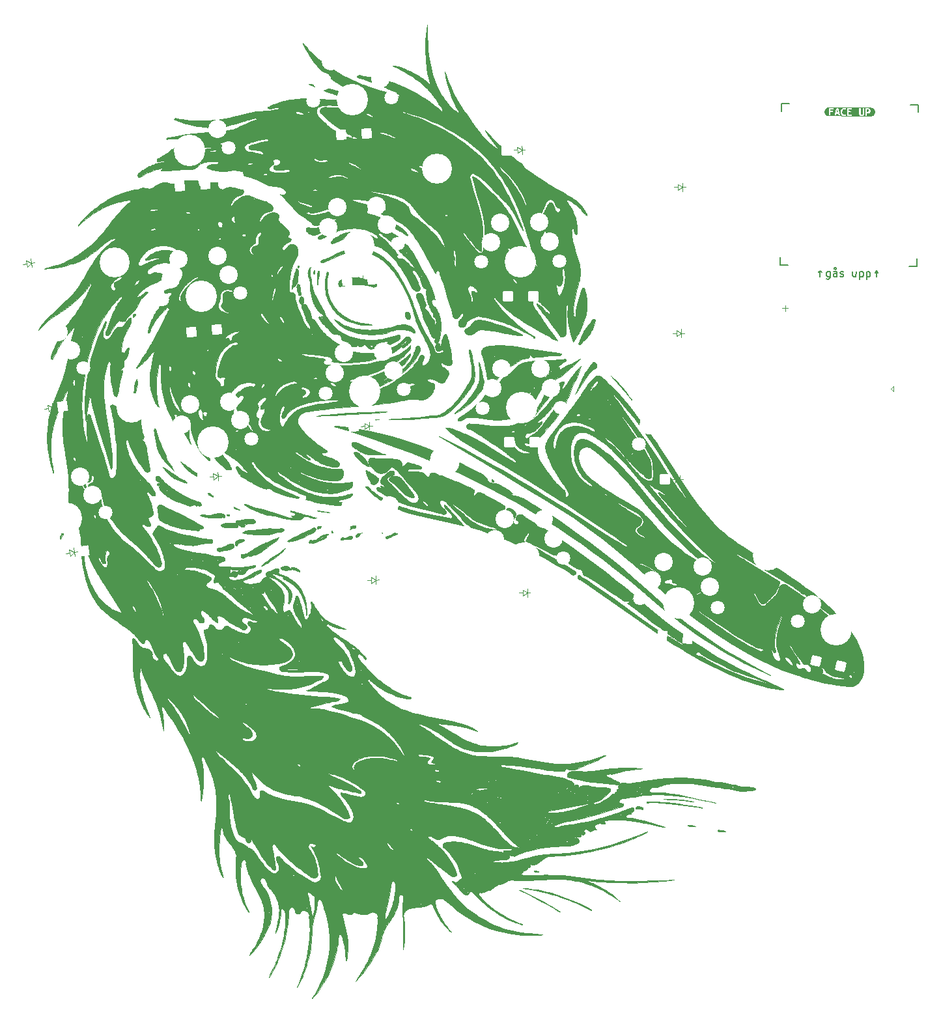
<source format=gbr>
%TF.GenerationSoftware,KiCad,Pcbnew,7.0.7*%
%TF.CreationDate,2023-10-01T20:36:35+02:00*%
%TF.ProjectId,goose_reversible_pcb_routed,676f6f73-655f-4726-9576-65727369626c,v1.0.0*%
%TF.SameCoordinates,Original*%
%TF.FileFunction,Legend,Top*%
%TF.FilePolarity,Positive*%
%FSLAX46Y46*%
G04 Gerber Fmt 4.6, Leading zero omitted, Abs format (unit mm)*
G04 Created by KiCad (PCBNEW 7.0.7) date 2023-10-01 20:36:35*
%MOMM*%
%LPD*%
G01*
G04 APERTURE LIST*
G04 Aperture macros list*
%AMRoundRect*
0 Rectangle with rounded corners*
0 $1 Rounding radius*
0 $2 $3 $4 $5 $6 $7 $8 $9 X,Y pos of 4 corners*
0 Add a 4 corners polygon primitive as box body*
4,1,4,$2,$3,$4,$5,$6,$7,$8,$9,$2,$3,0*
0 Add four circle primitives for the rounded corners*
1,1,$1+$1,$2,$3*
1,1,$1+$1,$4,$5*
1,1,$1+$1,$6,$7*
1,1,$1+$1,$8,$9*
0 Add four rect primitives between the rounded corners*
20,1,$1+$1,$2,$3,$4,$5,0*
20,1,$1+$1,$4,$5,$6,$7,0*
20,1,$1+$1,$6,$7,$8,$9,0*
20,1,$1+$1,$8,$9,$2,$3,0*%
%AMHorizOval*
0 Thick line with rounded ends*
0 $1 width*
0 $2 $3 position (X,Y) of the first rounded end (center of the circle)*
0 $4 $5 position (X,Y) of the second rounded end (center of the circle)*
0 Add line between two ends*
20,1,$1,$2,$3,$4,$5,0*
0 Add two circle primitives to create the rounded ends*
1,1,$1,$2,$3*
1,1,$1,$4,$5*%
G04 Aperture macros list end*
%ADD10C,0.027257*%
%ADD11C,0.150000*%
%ADD12C,0.100000*%
%ADD13C,0.120000*%
%ADD14C,1.801800*%
%ADD15C,4.087800*%
%ADD16C,2.386000*%
%ADD17C,3.900000*%
%ADD18RoundRect,0.050000X-0.635884X-1.244498X0.614068X-1.255406X0.635884X1.244498X-0.614068X1.255406X0*%
%ADD19RoundRect,0.050000X-0.991235X1.008688X-1.008688X-0.991235X0.991235X-1.008688X1.008688X0.991235X0*%
%ADD20C,2.100000*%
%ADD21RoundRect,0.050000X-1.236863X1.510851X-1.263042X-1.489035X1.236863X-1.510851X1.263042X1.489035X0*%
%ADD22HorizOval,1.900000X0.474982X-0.004145X-0.474982X0.004145X0*%
%ADD23HorizOval,1.900000X-0.474982X0.004145X0.474982X-0.004145X0*%
%ADD24C,1.497000*%
%ADD25RoundRect,0.050000X0.594741X0.605213X-0.605213X0.594741X-0.594741X-0.605213X0.605213X-0.594741X0*%
%ADD26RoundRect,0.050000X0.573257X0.625601X-0.625601X0.573257X-0.573257X-0.625601X0.625601X-0.573257X0*%
%ADD27RoundRect,0.050000X0.664065X0.528221X-0.528221X0.664065X-0.664065X-0.528221X0.528221X-0.664065X0*%
%ADD28RoundRect,0.050000X0.605213X0.594741X-0.594741X0.605213X-0.605213X-0.594741X0.594741X-0.605213X0*%
%ADD29RoundRect,0.050000X0.551075X0.645226X-0.645226X0.551075X-0.551075X-0.645226X0.645226X-0.551075X0*%
%ADD30RoundRect,0.050000X0.504724X0.682095X-0.682095X0.504724X-0.504724X-0.682095X0.682095X-0.504724X0*%
%ADD31RoundRect,0.050000X0.715641X0.455914X-0.455914X0.715641X-0.715641X-0.455914X0.455914X-0.715641X0*%
G04 APERTURE END LIST*
D10*
X207434295Y-139421886D02*
X207454733Y-139425141D01*
X207475048Y-139430560D01*
X207495163Y-139438015D01*
X207515001Y-139447384D01*
X207534488Y-139458535D01*
X207553543Y-139471343D01*
X207572094Y-139485682D01*
X207590062Y-139501423D01*
X207607373Y-139518440D01*
X207623949Y-139536607D01*
X207639715Y-139555798D01*
X207654593Y-139575884D01*
X207668509Y-139596736D01*
X207681385Y-139618232D01*
X207693145Y-139640241D01*
X207703710Y-139662639D01*
X207713010Y-139685296D01*
X207720964Y-139708088D01*
X207727496Y-139730887D01*
X207732532Y-139753567D01*
X207735993Y-139775998D01*
X207737805Y-139798058D01*
X207737890Y-139819614D01*
X207742236Y-139862695D01*
X207744216Y-139908666D01*
X207743625Y-139956683D01*
X207740257Y-140005899D01*
X207733905Y-140055468D01*
X207724366Y-140104546D01*
X207711430Y-140152287D01*
X207694895Y-140197843D01*
X207685212Y-140219537D01*
X207674553Y-140240371D01*
X207662889Y-140260233D01*
X207650198Y-140279023D01*
X207636452Y-140296630D01*
X207621625Y-140312954D01*
X207605693Y-140327885D01*
X207588629Y-140341319D01*
X207570408Y-140353148D01*
X207551001Y-140363269D01*
X207530390Y-140371577D01*
X207508541Y-140377964D01*
X207485433Y-140382325D01*
X207461039Y-140384553D01*
X207435332Y-140384547D01*
X207408289Y-140382195D01*
X207372081Y-140371921D01*
X207333862Y-140356173D01*
X207310719Y-140337655D01*
X207289175Y-140317940D01*
X207269207Y-140297102D01*
X207250785Y-140275206D01*
X207233886Y-140252322D01*
X207218483Y-140228519D01*
X207204549Y-140203863D01*
X207192059Y-140178426D01*
X207180986Y-140152275D01*
X207171304Y-140125475D01*
X207162988Y-140098100D01*
X207156009Y-140070215D01*
X207150344Y-140041888D01*
X207145965Y-140013190D01*
X207145669Y-140009728D01*
X207140965Y-139954952D01*
X207140948Y-139948945D01*
X207490394Y-139948945D01*
X207490918Y-139950706D01*
X207492038Y-139952112D01*
X207493693Y-139953176D01*
X207495820Y-139953906D01*
X207498359Y-139954321D01*
X207501246Y-139954430D01*
X207504421Y-139954245D01*
X207507818Y-139953780D01*
X207515044Y-139952056D01*
X207522424Y-139949357D01*
X207526017Y-139947672D01*
X207529465Y-139945781D01*
X207532702Y-139943694D01*
X207535670Y-139941427D01*
X207538303Y-139938989D01*
X207540543Y-139936396D01*
X207542326Y-139933655D01*
X207543589Y-139930783D01*
X207544272Y-139927793D01*
X207544314Y-139924693D01*
X207543650Y-139921498D01*
X207542219Y-139918221D01*
X207515120Y-139920582D01*
X207508639Y-139925630D01*
X207503252Y-139930223D01*
X207498894Y-139934377D01*
X207495505Y-139938100D01*
X207493023Y-139941406D01*
X207491385Y-139944307D01*
X207490530Y-139946815D01*
X207490394Y-139948945D01*
X207140948Y-139948945D01*
X207140796Y-139896043D01*
X207145250Y-139837014D01*
X207154119Y-139778412D01*
X207167193Y-139720783D01*
X207184263Y-139664675D01*
X207205121Y-139610636D01*
X207229556Y-139559215D01*
X207257358Y-139510956D01*
X207275478Y-139489015D01*
X207294162Y-139470381D01*
X207313333Y-139454929D01*
X207332911Y-139442530D01*
X207352826Y-139433056D01*
X207372998Y-139426382D01*
X207393350Y-139422380D01*
X207413809Y-139420925D01*
X207434295Y-139421886D01*
G36*
X207434295Y-139421886D02*
G01*
X207454733Y-139425141D01*
X207475048Y-139430560D01*
X207495163Y-139438015D01*
X207515001Y-139447384D01*
X207534488Y-139458535D01*
X207553543Y-139471343D01*
X207572094Y-139485682D01*
X207590062Y-139501423D01*
X207607373Y-139518440D01*
X207623949Y-139536607D01*
X207639715Y-139555798D01*
X207654593Y-139575884D01*
X207668509Y-139596736D01*
X207681385Y-139618232D01*
X207693145Y-139640241D01*
X207703710Y-139662639D01*
X207713010Y-139685296D01*
X207720964Y-139708088D01*
X207727496Y-139730887D01*
X207732532Y-139753567D01*
X207735993Y-139775998D01*
X207737805Y-139798058D01*
X207737890Y-139819614D01*
X207742236Y-139862695D01*
X207744216Y-139908666D01*
X207743625Y-139956683D01*
X207740257Y-140005899D01*
X207733905Y-140055468D01*
X207724366Y-140104546D01*
X207711430Y-140152287D01*
X207694895Y-140197843D01*
X207685212Y-140219537D01*
X207674553Y-140240371D01*
X207662889Y-140260233D01*
X207650198Y-140279023D01*
X207636452Y-140296630D01*
X207621625Y-140312954D01*
X207605693Y-140327885D01*
X207588629Y-140341319D01*
X207570408Y-140353148D01*
X207551001Y-140363269D01*
X207530390Y-140371577D01*
X207508541Y-140377964D01*
X207485433Y-140382325D01*
X207461039Y-140384553D01*
X207435332Y-140384547D01*
X207408289Y-140382195D01*
X207372081Y-140371921D01*
X207333862Y-140356173D01*
X207310719Y-140337655D01*
X207289175Y-140317940D01*
X207269207Y-140297102D01*
X207250785Y-140275206D01*
X207233886Y-140252322D01*
X207218483Y-140228519D01*
X207204549Y-140203863D01*
X207192059Y-140178426D01*
X207180986Y-140152275D01*
X207171304Y-140125475D01*
X207162988Y-140098100D01*
X207156009Y-140070215D01*
X207150344Y-140041888D01*
X207145965Y-140013190D01*
X207145669Y-140009728D01*
X207140965Y-139954952D01*
X207140948Y-139948945D01*
X207490394Y-139948945D01*
X207490918Y-139950706D01*
X207492038Y-139952112D01*
X207493693Y-139953176D01*
X207495820Y-139953906D01*
X207498359Y-139954321D01*
X207501246Y-139954430D01*
X207504421Y-139954245D01*
X207507818Y-139953780D01*
X207515044Y-139952056D01*
X207522424Y-139949357D01*
X207526017Y-139947672D01*
X207529465Y-139945781D01*
X207532702Y-139943694D01*
X207535670Y-139941427D01*
X207538303Y-139938989D01*
X207540543Y-139936396D01*
X207542326Y-139933655D01*
X207543589Y-139930783D01*
X207544272Y-139927793D01*
X207544314Y-139924693D01*
X207543650Y-139921498D01*
X207542219Y-139918221D01*
X207515120Y-139920582D01*
X207508639Y-139925630D01*
X207503252Y-139930223D01*
X207498894Y-139934377D01*
X207495505Y-139938100D01*
X207493023Y-139941406D01*
X207491385Y-139944307D01*
X207490530Y-139946815D01*
X207490394Y-139948945D01*
X207140948Y-139948945D01*
X207140796Y-139896043D01*
X207145250Y-139837014D01*
X207154119Y-139778412D01*
X207167193Y-139720783D01*
X207184263Y-139664675D01*
X207205121Y-139610636D01*
X207229556Y-139559215D01*
X207257358Y-139510956D01*
X207275478Y-139489015D01*
X207294162Y-139470381D01*
X207313333Y-139454929D01*
X207332911Y-139442530D01*
X207352826Y-139433056D01*
X207372998Y-139426382D01*
X207393350Y-139422380D01*
X207413809Y-139420925D01*
X207434295Y-139421886D01*
G37*
X208604609Y-135680648D02*
X208584789Y-135777334D01*
X208568562Y-135874684D01*
X208555953Y-135972551D01*
X208546993Y-136070797D01*
X208541712Y-136169277D01*
X208540139Y-136267848D01*
X208542305Y-136366371D01*
X208548237Y-136464702D01*
X208557970Y-136562701D01*
X208571529Y-136660221D01*
X208588945Y-136757126D01*
X208610248Y-136853269D01*
X208635466Y-136948510D01*
X208664633Y-137042707D01*
X208697774Y-137135718D01*
X208768902Y-137677657D01*
X208809573Y-137949188D01*
X208859434Y-138218636D01*
X208889167Y-138352002D01*
X208922823Y-138484155D01*
X208960947Y-138614863D01*
X209004078Y-138743899D01*
X209052763Y-138871031D01*
X209107538Y-138996027D01*
X209168952Y-139118657D01*
X209237545Y-139238692D01*
X209404601Y-139550335D01*
X209575418Y-139860122D01*
X209918607Y-140478963D01*
X210086118Y-140790434D01*
X210247666Y-141104879D01*
X210400820Y-141423507D01*
X210543150Y-141747529D01*
X210710735Y-142050526D01*
X210895800Y-142343450D01*
X211097518Y-142625442D01*
X211315057Y-142895641D01*
X211547586Y-143153182D01*
X211794274Y-143397200D01*
X212054292Y-143626837D01*
X212326810Y-143841227D01*
X212610995Y-144039511D01*
X212906019Y-144220823D01*
X213211050Y-144384302D01*
X213525259Y-144529085D01*
X213847813Y-144654310D01*
X214177886Y-144759115D01*
X214514641Y-144842636D01*
X214857253Y-144904011D01*
X215186075Y-144956848D01*
X215516439Y-144997554D01*
X215847957Y-145026241D01*
X216180244Y-145043023D01*
X216512913Y-145048009D01*
X216845575Y-145041316D01*
X217177844Y-145023053D01*
X217509331Y-144993333D01*
X217839651Y-144952268D01*
X218168416Y-144899971D01*
X218495236Y-144836557D01*
X218819728Y-144762132D01*
X219141503Y-144676813D01*
X219460172Y-144580712D01*
X219775348Y-144473940D01*
X220086646Y-144356611D01*
X220115377Y-144370116D01*
X220141625Y-144385079D01*
X220165449Y-144401405D01*
X220186900Y-144418999D01*
X220206038Y-144437764D01*
X220222916Y-144457610D01*
X220237595Y-144478443D01*
X220250127Y-144500168D01*
X220260569Y-144522690D01*
X220268980Y-144545916D01*
X220275413Y-144569753D01*
X220279924Y-144594103D01*
X220282571Y-144618877D01*
X220283411Y-144643978D01*
X220282497Y-144669312D01*
X220279888Y-144694786D01*
X220275640Y-144720305D01*
X220269808Y-144745777D01*
X220262448Y-144771106D01*
X220253617Y-144796197D01*
X220243371Y-144820959D01*
X220231767Y-144845295D01*
X220218859Y-144869114D01*
X220204706Y-144892319D01*
X220189362Y-144914818D01*
X220172885Y-144936515D01*
X220155330Y-144957319D01*
X220136752Y-144977133D01*
X220117212Y-144995865D01*
X220096760Y-145013420D01*
X220075455Y-145029704D01*
X220053355Y-145044621D01*
X220004820Y-145086742D01*
X219954378Y-145125538D01*
X219902243Y-145161392D01*
X219848631Y-145194688D01*
X219793756Y-145225804D01*
X219737833Y-145255127D01*
X219623704Y-145309905D01*
X219392328Y-145414705D01*
X219335088Y-145442142D01*
X219278519Y-145470836D01*
X219222838Y-145501169D01*
X219168258Y-145533526D01*
X219056595Y-145588691D01*
X218941891Y-145642320D01*
X218883504Y-145667626D01*
X218824484Y-145691428D01*
X218764875Y-145713351D01*
X218704717Y-145733023D01*
X218644056Y-145750067D01*
X218582932Y-145764116D01*
X218521389Y-145774792D01*
X218459469Y-145781721D01*
X218397217Y-145784529D01*
X218334674Y-145782847D01*
X218271880Y-145776296D01*
X218208882Y-145764505D01*
X218244578Y-145748651D01*
X218283382Y-145729199D01*
X218324245Y-145706453D01*
X218366122Y-145680715D01*
X218407965Y-145652286D01*
X218448733Y-145621469D01*
X218487373Y-145588564D01*
X218522842Y-145553872D01*
X218554094Y-145517698D01*
X218567812Y-145499147D01*
X218580082Y-145480340D01*
X218590774Y-145461312D01*
X218599759Y-145442103D01*
X218606903Y-145422749D01*
X218612080Y-145403289D01*
X218615154Y-145383758D01*
X218615996Y-145364196D01*
X218614477Y-145344641D01*
X218610464Y-145325130D01*
X218603828Y-145305699D01*
X218594436Y-145286390D01*
X218582160Y-145267236D01*
X218566866Y-145248277D01*
X218535816Y-145239947D01*
X218505118Y-145233858D01*
X218474775Y-145229921D01*
X218444783Y-145228044D01*
X218415139Y-145228138D01*
X218385843Y-145230118D01*
X218356891Y-145233888D01*
X218328285Y-145239360D01*
X218300020Y-145246448D01*
X218272097Y-145255058D01*
X218244511Y-145265103D01*
X218217264Y-145276490D01*
X218163774Y-145302941D01*
X218111613Y-145333692D01*
X218060765Y-145368027D01*
X218011221Y-145405224D01*
X217962964Y-145444572D01*
X217915982Y-145485350D01*
X217740525Y-145648412D01*
X217691665Y-145699651D01*
X217640988Y-145749998D01*
X217588518Y-145799073D01*
X217534282Y-145846493D01*
X217478303Y-145891884D01*
X217420607Y-145934864D01*
X217361217Y-145975053D01*
X217300158Y-146012070D01*
X217237457Y-146045540D01*
X217173134Y-146075079D01*
X217107218Y-146100310D01*
X217039731Y-146120853D01*
X217005406Y-146129248D01*
X216970698Y-146136329D01*
X216935609Y-146142047D01*
X216900145Y-146146357D01*
X216864306Y-146149211D01*
X216828096Y-146150559D01*
X216791518Y-146150357D01*
X216754574Y-146148554D01*
X216720981Y-146146620D01*
X216687442Y-146143252D01*
X216687441Y-146143335D01*
X216663437Y-146159659D01*
X216639157Y-146173866D01*
X216614633Y-146186019D01*
X216589903Y-146196180D01*
X216564996Y-146204416D01*
X216539954Y-146210790D01*
X216514809Y-146215367D01*
X216489597Y-146218210D01*
X216464352Y-146219384D01*
X216439110Y-146218954D01*
X216413906Y-146216984D01*
X216388776Y-146213538D01*
X216363753Y-146208678D01*
X216338876Y-146202473D01*
X216314176Y-146194982D01*
X216289691Y-146186273D01*
X216265455Y-146176410D01*
X216241503Y-146165453D01*
X216194593Y-146140528D01*
X216149243Y-146112010D01*
X216105732Y-146080412D01*
X216064345Y-146046252D01*
X216025361Y-146010042D01*
X215989062Y-145972292D01*
X215955729Y-145933522D01*
X215938431Y-145912698D01*
X215896504Y-145862226D01*
X215869735Y-145830856D01*
X216315659Y-145830856D01*
X216316829Y-145845977D01*
X216323537Y-145861426D01*
X216336251Y-145877105D01*
X216355444Y-145892921D01*
X216381588Y-145908774D01*
X216415154Y-145924572D01*
X216450617Y-145938362D01*
X216471035Y-145945387D01*
X216492654Y-145952015D01*
X216515036Y-145957883D01*
X216537734Y-145962624D01*
X216560308Y-145965880D01*
X216582317Y-145967281D01*
X216592971Y-145967172D01*
X216603319Y-145966467D01*
X216613304Y-145965115D01*
X216622871Y-145963073D01*
X216631966Y-145960295D01*
X216640532Y-145956736D01*
X216648516Y-145952351D01*
X216655861Y-145947093D01*
X216662510Y-145940919D01*
X216668415Y-145933779D01*
X216673512Y-145925631D01*
X216677751Y-145916430D01*
X216681075Y-145906130D01*
X216683429Y-145894685D01*
X216684758Y-145882048D01*
X216685007Y-145868177D01*
X216707608Y-145840982D01*
X216723494Y-145816618D01*
X216733139Y-145794988D01*
X216737012Y-145775996D01*
X216735584Y-145759547D01*
X216729328Y-145745544D01*
X216718712Y-145733890D01*
X216704211Y-145724492D01*
X216686293Y-145717248D01*
X216665431Y-145712065D01*
X216642095Y-145708848D01*
X216616758Y-145707497D01*
X216561960Y-145710019D01*
X216504809Y-145718856D01*
X216449071Y-145733243D01*
X216398519Y-145752407D01*
X216376365Y-145763538D01*
X216356920Y-145775576D01*
X216340655Y-145788422D01*
X216328044Y-145801983D01*
X216319554Y-145816159D01*
X216315659Y-145830856D01*
X215869735Y-145830856D01*
X215865352Y-145825719D01*
X215833306Y-145789942D01*
X215800469Y-145755872D01*
X215766942Y-145724486D01*
X215732826Y-145696761D01*
X215715578Y-145684577D01*
X215698221Y-145673673D01*
X215680768Y-145664175D01*
X215663230Y-145656201D01*
X215645619Y-145649878D01*
X215627952Y-145645324D01*
X215610236Y-145642661D01*
X215592489Y-145642016D01*
X215574719Y-145643504D01*
X215556940Y-145647252D01*
X215539168Y-145653382D01*
X215521411Y-145662014D01*
X215503684Y-145673273D01*
X215485999Y-145687278D01*
X215468369Y-145704153D01*
X215450805Y-145724019D01*
X215433323Y-145747000D01*
X215415933Y-145773217D01*
X215397765Y-145791461D01*
X215378437Y-145808667D01*
X215358057Y-145824798D01*
X215336731Y-145839817D01*
X215314566Y-145853690D01*
X215291665Y-145866381D01*
X215268138Y-145877851D01*
X215244088Y-145888069D01*
X215219621Y-145896998D01*
X215194846Y-145904598D01*
X215169866Y-145910838D01*
X215144788Y-145915678D01*
X215119719Y-145919085D01*
X215094763Y-145921021D01*
X215070030Y-145921453D01*
X215045622Y-145920343D01*
X215021647Y-145917656D01*
X214998210Y-145913354D01*
X214975418Y-145907405D01*
X214953376Y-145899770D01*
X214932191Y-145890414D01*
X214911969Y-145879302D01*
X214892816Y-145866395D01*
X214874838Y-145851662D01*
X214858141Y-145835063D01*
X214842832Y-145816562D01*
X214829014Y-145796127D01*
X214816797Y-145773720D01*
X214806283Y-145749303D01*
X214797582Y-145722844D01*
X214790797Y-145694304D01*
X214786037Y-145663647D01*
X214766627Y-145691626D01*
X214745751Y-145718093D01*
X214723499Y-145743043D01*
X214699953Y-145766466D01*
X214675198Y-145788352D01*
X214649321Y-145808696D01*
X214622404Y-145827490D01*
X214594535Y-145844724D01*
X214565798Y-145860388D01*
X214536278Y-145874476D01*
X214506060Y-145886980D01*
X214475228Y-145897893D01*
X214443871Y-145907207D01*
X214412069Y-145914909D01*
X214379911Y-145920995D01*
X214347478Y-145925453D01*
X214314860Y-145928281D01*
X214282138Y-145929465D01*
X214249400Y-145928999D01*
X214216729Y-145926875D01*
X214184209Y-145923084D01*
X214151929Y-145917620D01*
X214119973Y-145910471D01*
X214088423Y-145901632D01*
X214057366Y-145891093D01*
X214026889Y-145878846D01*
X213997074Y-145864885D01*
X213968007Y-145849198D01*
X213939773Y-145831780D01*
X213912458Y-145812621D01*
X213886146Y-145791713D01*
X213860923Y-145769048D01*
X213771661Y-145653492D01*
X213731537Y-145601546D01*
X213711040Y-145576083D01*
X214210661Y-145576083D01*
X214248063Y-145567473D01*
X214260394Y-145557764D01*
X214271209Y-145548766D01*
X214280574Y-145540471D01*
X214288549Y-145532875D01*
X214295204Y-145525970D01*
X214300598Y-145519750D01*
X214304801Y-145514207D01*
X214307873Y-145509334D01*
X214309880Y-145505126D01*
X214310887Y-145501574D01*
X214310960Y-145498672D01*
X214310161Y-145496415D01*
X214308555Y-145494795D01*
X214306207Y-145493806D01*
X214303183Y-145493439D01*
X214299545Y-145493689D01*
X214295358Y-145494550D01*
X214290689Y-145496013D01*
X214285601Y-145498074D01*
X214280156Y-145500723D01*
X214274421Y-145503959D01*
X214268464Y-145507767D01*
X214262343Y-145512146D01*
X214256126Y-145517089D01*
X214249877Y-145522588D01*
X214243660Y-145528636D01*
X214237542Y-145535226D01*
X214231584Y-145542352D01*
X214225851Y-145550008D01*
X214220412Y-145558187D01*
X214215328Y-145566880D01*
X214210661Y-145576083D01*
X213711040Y-145576083D01*
X213698651Y-145560692D01*
X213664970Y-145520980D01*
X213630202Y-145482780D01*
X213594059Y-145446462D01*
X213556252Y-145412395D01*
X213516491Y-145380948D01*
X213474485Y-145352486D01*
X213452550Y-145339494D01*
X213429944Y-145327384D01*
X213406633Y-145316205D01*
X213382580Y-145306003D01*
X213357748Y-145296826D01*
X213332101Y-145288716D01*
X213305605Y-145281724D01*
X213278220Y-145275892D01*
X213249911Y-145271268D01*
X213220645Y-145267899D01*
X213169266Y-145255845D01*
X213117275Y-145241765D01*
X213065160Y-145225517D01*
X213013406Y-145206964D01*
X212962500Y-145185964D01*
X212912930Y-145162380D01*
X212865184Y-145136071D01*
X212819748Y-145106899D01*
X212777109Y-145074723D01*
X212756991Y-145057466D01*
X212737754Y-145039406D01*
X212719460Y-145020525D01*
X212702171Y-145000807D01*
X212685946Y-144980234D01*
X212670847Y-144958788D01*
X212656934Y-144936450D01*
X212644267Y-144913208D01*
X212632910Y-144889039D01*
X212622921Y-144863928D01*
X212614363Y-144837858D01*
X212607295Y-144810810D01*
X212601779Y-144782769D01*
X212597874Y-144753714D01*
X212597183Y-144723928D01*
X212594543Y-144695338D01*
X212590032Y-144667929D01*
X212583726Y-144641690D01*
X212575701Y-144616608D01*
X212566033Y-144592674D01*
X212554799Y-144569874D01*
X212542075Y-144548197D01*
X212527939Y-144527628D01*
X212512465Y-144508161D01*
X212495731Y-144489778D01*
X212477814Y-144472470D01*
X212458787Y-144456227D01*
X212438731Y-144441032D01*
X212417718Y-144426877D01*
X212395829Y-144413750D01*
X212373137Y-144401637D01*
X212349720Y-144390527D01*
X212325652Y-144380410D01*
X212301013Y-144371270D01*
X212275877Y-144363100D01*
X212250322Y-144355883D01*
X212198256Y-144344271D01*
X212145426Y-144336338D01*
X212092446Y-144331988D01*
X212039925Y-144331127D01*
X211988475Y-144333659D01*
X211935454Y-144336459D01*
X211883197Y-144335695D01*
X211831787Y-144331460D01*
X211781308Y-144323851D01*
X211731842Y-144312958D01*
X211683469Y-144298878D01*
X211636275Y-144281707D01*
X211590341Y-144261537D01*
X211545749Y-144238459D01*
X211502583Y-144212573D01*
X211460923Y-144183970D01*
X211420854Y-144152745D01*
X211382457Y-144118992D01*
X211345815Y-144082807D01*
X211311009Y-144044280D01*
X211278124Y-144003510D01*
X210838225Y-143576136D01*
X210621213Y-143358381D01*
X210409984Y-143135381D01*
X210307433Y-143021319D01*
X210207402Y-142905231D01*
X210110250Y-142786880D01*
X210016335Y-142666028D01*
X209926014Y-142542438D01*
X209839646Y-142415872D01*
X209757590Y-142286092D01*
X209680204Y-142152859D01*
X209688264Y-142120447D01*
X209697600Y-142093051D01*
X209708149Y-142070428D01*
X209719840Y-142052330D01*
X209732606Y-142038514D01*
X209746380Y-142028728D01*
X209761094Y-142022732D01*
X209776680Y-142020277D01*
X209793070Y-142021119D01*
X209810200Y-142025010D01*
X209828001Y-142031706D01*
X209846403Y-142040960D01*
X209865340Y-142052526D01*
X209884745Y-142066159D01*
X209924687Y-142098641D01*
X209965691Y-142136439D01*
X210007215Y-142177582D01*
X210089663Y-142262047D01*
X210129507Y-142301433D01*
X210167711Y-142336295D01*
X210203735Y-142364671D01*
X210220761Y-142375811D01*
X210237039Y-142384592D01*
X210262750Y-142373164D01*
X210283102Y-142361682D01*
X210298426Y-142350137D01*
X210309053Y-142338524D01*
X210315315Y-142326836D01*
X210317544Y-142315065D01*
X210316070Y-142303205D01*
X210311222Y-142291248D01*
X210303336Y-142279186D01*
X210292739Y-142267014D01*
X210264740Y-142242313D01*
X210229878Y-142217084D01*
X210190798Y-142191274D01*
X210110592Y-142137682D01*
X210074761Y-142109788D01*
X210059075Y-142095543D01*
X210045314Y-142081091D01*
X210033810Y-142066421D01*
X210024895Y-142051530D01*
X210018899Y-142036410D01*
X210016156Y-142021052D01*
X210016994Y-142005452D01*
X210021744Y-141989601D01*
X210030741Y-141973493D01*
X210044312Y-141957121D01*
X210095147Y-141976977D01*
X210120540Y-141986367D01*
X210145403Y-141994785D01*
X210169346Y-142001776D01*
X210191987Y-142006876D01*
X210202697Y-142008575D01*
X210212936Y-142009629D01*
X210222658Y-142009983D01*
X210231813Y-142009579D01*
X210240352Y-142008356D01*
X210248226Y-142006262D01*
X210255390Y-142003238D01*
X210261793Y-141999225D01*
X210267388Y-141994166D01*
X210272126Y-141988004D01*
X210275958Y-141980683D01*
X210278839Y-141972145D01*
X210280717Y-141962330D01*
X210281546Y-141951184D01*
X210281277Y-141938650D01*
X210279862Y-141924668D01*
X210277253Y-141909183D01*
X210273401Y-141892134D01*
X210268258Y-141873471D01*
X210261774Y-141853128D01*
X210243690Y-141822751D01*
X210224225Y-141793618D01*
X210203475Y-141765642D01*
X210181542Y-141738735D01*
X210158516Y-141712811D01*
X210134496Y-141687781D01*
X210083860Y-141640066D01*
X210030407Y-141594888D01*
X209974907Y-141551555D01*
X209860851Y-141467639D01*
X209803839Y-141425664D01*
X209747868Y-141382752D01*
X209693706Y-141338208D01*
X209642129Y-141291333D01*
X209617548Y-141266805D01*
X209593905Y-141241434D01*
X209571291Y-141215132D01*
X209549807Y-141187815D01*
X209529546Y-141159392D01*
X209510606Y-141129779D01*
X209493083Y-141098889D01*
X209477075Y-141066634D01*
X209398110Y-140964117D01*
X209323375Y-140858642D01*
X209252880Y-140750387D01*
X209186635Y-140639530D01*
X209124648Y-140526246D01*
X209066929Y-140410713D01*
X209028112Y-140325295D01*
X209013486Y-140293108D01*
X209006849Y-140276972D01*
X209302170Y-140276972D01*
X209303795Y-140283025D01*
X209307470Y-140288612D01*
X209313374Y-140293634D01*
X209321689Y-140297994D01*
X209332595Y-140301597D01*
X209372262Y-140288425D01*
X209386892Y-140270717D01*
X209398690Y-140255142D01*
X209407838Y-140241603D01*
X209414518Y-140230004D01*
X209418907Y-140220247D01*
X209421187Y-140212236D01*
X209421541Y-140205877D01*
X209420148Y-140201072D01*
X209417188Y-140197725D01*
X209412845Y-140195738D01*
X209407295Y-140195017D01*
X209400722Y-140195464D01*
X209393306Y-140196986D01*
X209385227Y-140199482D01*
X209367807Y-140207020D01*
X209349904Y-140217307D01*
X209332968Y-140229574D01*
X209318444Y-140243050D01*
X209312537Y-140250000D01*
X209307776Y-140256964D01*
X209304341Y-140263843D01*
X209302411Y-140270546D01*
X209302170Y-140276972D01*
X209006849Y-140276972D01*
X208964332Y-140173610D01*
X208919473Y-140052393D01*
X208878920Y-139929635D01*
X208842682Y-139805513D01*
X208810768Y-139680205D01*
X208783189Y-139553888D01*
X208759953Y-139426739D01*
X208741069Y-139298933D01*
X208726547Y-139170650D01*
X208678202Y-139053340D01*
X208638686Y-138934381D01*
X208607089Y-138813951D01*
X208582502Y-138692224D01*
X208564017Y-138569375D01*
X208550723Y-138445576D01*
X208541713Y-138321007D01*
X208536076Y-138195838D01*
X208529079Y-137692684D01*
X208522185Y-137442065D01*
X208514705Y-137317607D01*
X208503328Y-137193950D01*
X208446902Y-137101512D01*
X208397296Y-137003640D01*
X208354881Y-136901267D01*
X208320032Y-136795324D01*
X208293122Y-136686740D01*
X208274526Y-136576453D01*
X208264616Y-136465391D01*
X208263767Y-136354486D01*
X208272353Y-136244670D01*
X208280298Y-136190464D01*
X208290745Y-136136877D01*
X208303736Y-136084031D01*
X208319318Y-136032038D01*
X208337541Y-135981018D01*
X208358446Y-135931084D01*
X208382087Y-135882356D01*
X208408506Y-135834947D01*
X208437749Y-135788978D01*
X208469866Y-135744561D01*
X208504901Y-135701813D01*
X208542902Y-135660855D01*
X208583915Y-135621799D01*
X208627987Y-135584761D01*
X208604609Y-135680648D01*
G36*
X208604609Y-135680648D02*
G01*
X208584789Y-135777334D01*
X208568562Y-135874684D01*
X208555953Y-135972551D01*
X208546993Y-136070797D01*
X208541712Y-136169277D01*
X208540139Y-136267848D01*
X208542305Y-136366371D01*
X208548237Y-136464702D01*
X208557970Y-136562701D01*
X208571529Y-136660221D01*
X208588945Y-136757126D01*
X208610248Y-136853269D01*
X208635466Y-136948510D01*
X208664633Y-137042707D01*
X208697774Y-137135718D01*
X208768902Y-137677657D01*
X208809573Y-137949188D01*
X208859434Y-138218636D01*
X208889167Y-138352002D01*
X208922823Y-138484155D01*
X208960947Y-138614863D01*
X209004078Y-138743899D01*
X209052763Y-138871031D01*
X209107538Y-138996027D01*
X209168952Y-139118657D01*
X209237545Y-139238692D01*
X209404601Y-139550335D01*
X209575418Y-139860122D01*
X209918607Y-140478963D01*
X210086118Y-140790434D01*
X210247666Y-141104879D01*
X210400820Y-141423507D01*
X210543150Y-141747529D01*
X210710735Y-142050526D01*
X210895800Y-142343450D01*
X211097518Y-142625442D01*
X211315057Y-142895641D01*
X211547586Y-143153182D01*
X211794274Y-143397200D01*
X212054292Y-143626837D01*
X212326810Y-143841227D01*
X212610995Y-144039511D01*
X212906019Y-144220823D01*
X213211050Y-144384302D01*
X213525259Y-144529085D01*
X213847813Y-144654310D01*
X214177886Y-144759115D01*
X214514641Y-144842636D01*
X214857253Y-144904011D01*
X215186075Y-144956848D01*
X215516439Y-144997554D01*
X215847957Y-145026241D01*
X216180244Y-145043023D01*
X216512913Y-145048009D01*
X216845575Y-145041316D01*
X217177844Y-145023053D01*
X217509331Y-144993333D01*
X217839651Y-144952268D01*
X218168416Y-144899971D01*
X218495236Y-144836557D01*
X218819728Y-144762132D01*
X219141503Y-144676813D01*
X219460172Y-144580712D01*
X219775348Y-144473940D01*
X220086646Y-144356611D01*
X220115377Y-144370116D01*
X220141625Y-144385079D01*
X220165449Y-144401405D01*
X220186900Y-144418999D01*
X220206038Y-144437764D01*
X220222916Y-144457610D01*
X220237595Y-144478443D01*
X220250127Y-144500168D01*
X220260569Y-144522690D01*
X220268980Y-144545916D01*
X220275413Y-144569753D01*
X220279924Y-144594103D01*
X220282571Y-144618877D01*
X220283411Y-144643978D01*
X220282497Y-144669312D01*
X220279888Y-144694786D01*
X220275640Y-144720305D01*
X220269808Y-144745777D01*
X220262448Y-144771106D01*
X220253617Y-144796197D01*
X220243371Y-144820959D01*
X220231767Y-144845295D01*
X220218859Y-144869114D01*
X220204706Y-144892319D01*
X220189362Y-144914818D01*
X220172885Y-144936515D01*
X220155330Y-144957319D01*
X220136752Y-144977133D01*
X220117212Y-144995865D01*
X220096760Y-145013420D01*
X220075455Y-145029704D01*
X220053355Y-145044621D01*
X220004820Y-145086742D01*
X219954378Y-145125538D01*
X219902243Y-145161392D01*
X219848631Y-145194688D01*
X219793756Y-145225804D01*
X219737833Y-145255127D01*
X219623704Y-145309905D01*
X219392328Y-145414705D01*
X219335088Y-145442142D01*
X219278519Y-145470836D01*
X219222838Y-145501169D01*
X219168258Y-145533526D01*
X219056595Y-145588691D01*
X218941891Y-145642320D01*
X218883504Y-145667626D01*
X218824484Y-145691428D01*
X218764875Y-145713351D01*
X218704717Y-145733023D01*
X218644056Y-145750067D01*
X218582932Y-145764116D01*
X218521389Y-145774792D01*
X218459469Y-145781721D01*
X218397217Y-145784529D01*
X218334674Y-145782847D01*
X218271880Y-145776296D01*
X218208882Y-145764505D01*
X218244578Y-145748651D01*
X218283382Y-145729199D01*
X218324245Y-145706453D01*
X218366122Y-145680715D01*
X218407965Y-145652286D01*
X218448733Y-145621469D01*
X218487373Y-145588564D01*
X218522842Y-145553872D01*
X218554094Y-145517698D01*
X218567812Y-145499147D01*
X218580082Y-145480340D01*
X218590774Y-145461312D01*
X218599759Y-145442103D01*
X218606903Y-145422749D01*
X218612080Y-145403289D01*
X218615154Y-145383758D01*
X218615996Y-145364196D01*
X218614477Y-145344641D01*
X218610464Y-145325130D01*
X218603828Y-145305699D01*
X218594436Y-145286390D01*
X218582160Y-145267236D01*
X218566866Y-145248277D01*
X218535816Y-145239947D01*
X218505118Y-145233858D01*
X218474775Y-145229921D01*
X218444783Y-145228044D01*
X218415139Y-145228138D01*
X218385843Y-145230118D01*
X218356891Y-145233888D01*
X218328285Y-145239360D01*
X218300020Y-145246448D01*
X218272097Y-145255058D01*
X218244511Y-145265103D01*
X218217264Y-145276490D01*
X218163774Y-145302941D01*
X218111613Y-145333692D01*
X218060765Y-145368027D01*
X218011221Y-145405224D01*
X217962964Y-145444572D01*
X217915982Y-145485350D01*
X217740525Y-145648412D01*
X217691665Y-145699651D01*
X217640988Y-145749998D01*
X217588518Y-145799073D01*
X217534282Y-145846493D01*
X217478303Y-145891884D01*
X217420607Y-145934864D01*
X217361217Y-145975053D01*
X217300158Y-146012070D01*
X217237457Y-146045540D01*
X217173134Y-146075079D01*
X217107218Y-146100310D01*
X217039731Y-146120853D01*
X217005406Y-146129248D01*
X216970698Y-146136329D01*
X216935609Y-146142047D01*
X216900145Y-146146357D01*
X216864306Y-146149211D01*
X216828096Y-146150559D01*
X216791518Y-146150357D01*
X216754574Y-146148554D01*
X216720981Y-146146620D01*
X216687442Y-146143252D01*
X216687441Y-146143335D01*
X216663437Y-146159659D01*
X216639157Y-146173866D01*
X216614633Y-146186019D01*
X216589903Y-146196180D01*
X216564996Y-146204416D01*
X216539954Y-146210790D01*
X216514809Y-146215367D01*
X216489597Y-146218210D01*
X216464352Y-146219384D01*
X216439110Y-146218954D01*
X216413906Y-146216984D01*
X216388776Y-146213538D01*
X216363753Y-146208678D01*
X216338876Y-146202473D01*
X216314176Y-146194982D01*
X216289691Y-146186273D01*
X216265455Y-146176410D01*
X216241503Y-146165453D01*
X216194593Y-146140528D01*
X216149243Y-146112010D01*
X216105732Y-146080412D01*
X216064345Y-146046252D01*
X216025361Y-146010042D01*
X215989062Y-145972292D01*
X215955729Y-145933522D01*
X215938431Y-145912698D01*
X215896504Y-145862226D01*
X215869735Y-145830856D01*
X216315659Y-145830856D01*
X216316829Y-145845977D01*
X216323537Y-145861426D01*
X216336251Y-145877105D01*
X216355444Y-145892921D01*
X216381588Y-145908774D01*
X216415154Y-145924572D01*
X216450617Y-145938362D01*
X216471035Y-145945387D01*
X216492654Y-145952015D01*
X216515036Y-145957883D01*
X216537734Y-145962624D01*
X216560308Y-145965880D01*
X216582317Y-145967281D01*
X216592971Y-145967172D01*
X216603319Y-145966467D01*
X216613304Y-145965115D01*
X216622871Y-145963073D01*
X216631966Y-145960295D01*
X216640532Y-145956736D01*
X216648516Y-145952351D01*
X216655861Y-145947093D01*
X216662510Y-145940919D01*
X216668415Y-145933779D01*
X216673512Y-145925631D01*
X216677751Y-145916430D01*
X216681075Y-145906130D01*
X216683429Y-145894685D01*
X216684758Y-145882048D01*
X216685007Y-145868177D01*
X216707608Y-145840982D01*
X216723494Y-145816618D01*
X216733139Y-145794988D01*
X216737012Y-145775996D01*
X216735584Y-145759547D01*
X216729328Y-145745544D01*
X216718712Y-145733890D01*
X216704211Y-145724492D01*
X216686293Y-145717248D01*
X216665431Y-145712065D01*
X216642095Y-145708848D01*
X216616758Y-145707497D01*
X216561960Y-145710019D01*
X216504809Y-145718856D01*
X216449071Y-145733243D01*
X216398519Y-145752407D01*
X216376365Y-145763538D01*
X216356920Y-145775576D01*
X216340655Y-145788422D01*
X216328044Y-145801983D01*
X216319554Y-145816159D01*
X216315659Y-145830856D01*
X215869735Y-145830856D01*
X215865352Y-145825719D01*
X215833306Y-145789942D01*
X215800469Y-145755872D01*
X215766942Y-145724486D01*
X215732826Y-145696761D01*
X215715578Y-145684577D01*
X215698221Y-145673673D01*
X215680768Y-145664175D01*
X215663230Y-145656201D01*
X215645619Y-145649878D01*
X215627952Y-145645324D01*
X215610236Y-145642661D01*
X215592489Y-145642016D01*
X215574719Y-145643504D01*
X215556940Y-145647252D01*
X215539168Y-145653382D01*
X215521411Y-145662014D01*
X215503684Y-145673273D01*
X215485999Y-145687278D01*
X215468369Y-145704153D01*
X215450805Y-145724019D01*
X215433323Y-145747000D01*
X215415933Y-145773217D01*
X215397765Y-145791461D01*
X215378437Y-145808667D01*
X215358057Y-145824798D01*
X215336731Y-145839817D01*
X215314566Y-145853690D01*
X215291665Y-145866381D01*
X215268138Y-145877851D01*
X215244088Y-145888069D01*
X215219621Y-145896998D01*
X215194846Y-145904598D01*
X215169866Y-145910838D01*
X215144788Y-145915678D01*
X215119719Y-145919085D01*
X215094763Y-145921021D01*
X215070030Y-145921453D01*
X215045622Y-145920343D01*
X215021647Y-145917656D01*
X214998210Y-145913354D01*
X214975418Y-145907405D01*
X214953376Y-145899770D01*
X214932191Y-145890414D01*
X214911969Y-145879302D01*
X214892816Y-145866395D01*
X214874838Y-145851662D01*
X214858141Y-145835063D01*
X214842832Y-145816562D01*
X214829014Y-145796127D01*
X214816797Y-145773720D01*
X214806283Y-145749303D01*
X214797582Y-145722844D01*
X214790797Y-145694304D01*
X214786037Y-145663647D01*
X214766627Y-145691626D01*
X214745751Y-145718093D01*
X214723499Y-145743043D01*
X214699953Y-145766466D01*
X214675198Y-145788352D01*
X214649321Y-145808696D01*
X214622404Y-145827490D01*
X214594535Y-145844724D01*
X214565798Y-145860388D01*
X214536278Y-145874476D01*
X214506060Y-145886980D01*
X214475228Y-145897893D01*
X214443871Y-145907207D01*
X214412069Y-145914909D01*
X214379911Y-145920995D01*
X214347478Y-145925453D01*
X214314860Y-145928281D01*
X214282138Y-145929465D01*
X214249400Y-145928999D01*
X214216729Y-145926875D01*
X214184209Y-145923084D01*
X214151929Y-145917620D01*
X214119973Y-145910471D01*
X214088423Y-145901632D01*
X214057366Y-145891093D01*
X214026889Y-145878846D01*
X213997074Y-145864885D01*
X213968007Y-145849198D01*
X213939773Y-145831780D01*
X213912458Y-145812621D01*
X213886146Y-145791713D01*
X213860923Y-145769048D01*
X213771661Y-145653492D01*
X213731537Y-145601546D01*
X213711040Y-145576083D01*
X214210661Y-145576083D01*
X214248063Y-145567473D01*
X214260394Y-145557764D01*
X214271209Y-145548766D01*
X214280574Y-145540471D01*
X214288549Y-145532875D01*
X214295204Y-145525970D01*
X214300598Y-145519750D01*
X214304801Y-145514207D01*
X214307873Y-145509334D01*
X214309880Y-145505126D01*
X214310887Y-145501574D01*
X214310960Y-145498672D01*
X214310161Y-145496415D01*
X214308555Y-145494795D01*
X214306207Y-145493806D01*
X214303183Y-145493439D01*
X214299545Y-145493689D01*
X214295358Y-145494550D01*
X214290689Y-145496013D01*
X214285601Y-145498074D01*
X214280156Y-145500723D01*
X214274421Y-145503959D01*
X214268464Y-145507767D01*
X214262343Y-145512146D01*
X214256126Y-145517089D01*
X214249877Y-145522588D01*
X214243660Y-145528636D01*
X214237542Y-145535226D01*
X214231584Y-145542352D01*
X214225851Y-145550008D01*
X214220412Y-145558187D01*
X214215328Y-145566880D01*
X214210661Y-145576083D01*
X213711040Y-145576083D01*
X213698651Y-145560692D01*
X213664970Y-145520980D01*
X213630202Y-145482780D01*
X213594059Y-145446462D01*
X213556252Y-145412395D01*
X213516491Y-145380948D01*
X213474485Y-145352486D01*
X213452550Y-145339494D01*
X213429944Y-145327384D01*
X213406633Y-145316205D01*
X213382580Y-145306003D01*
X213357748Y-145296826D01*
X213332101Y-145288716D01*
X213305605Y-145281724D01*
X213278220Y-145275892D01*
X213249911Y-145271268D01*
X213220645Y-145267899D01*
X213169266Y-145255845D01*
X213117275Y-145241765D01*
X213065160Y-145225517D01*
X213013406Y-145206964D01*
X212962500Y-145185964D01*
X212912930Y-145162380D01*
X212865184Y-145136071D01*
X212819748Y-145106899D01*
X212777109Y-145074723D01*
X212756991Y-145057466D01*
X212737754Y-145039406D01*
X212719460Y-145020525D01*
X212702171Y-145000807D01*
X212685946Y-144980234D01*
X212670847Y-144958788D01*
X212656934Y-144936450D01*
X212644267Y-144913208D01*
X212632910Y-144889039D01*
X212622921Y-144863928D01*
X212614363Y-144837858D01*
X212607295Y-144810810D01*
X212601779Y-144782769D01*
X212597874Y-144753714D01*
X212597183Y-144723928D01*
X212594543Y-144695338D01*
X212590032Y-144667929D01*
X212583726Y-144641690D01*
X212575701Y-144616608D01*
X212566033Y-144592674D01*
X212554799Y-144569874D01*
X212542075Y-144548197D01*
X212527939Y-144527628D01*
X212512465Y-144508161D01*
X212495731Y-144489778D01*
X212477814Y-144472470D01*
X212458787Y-144456227D01*
X212438731Y-144441032D01*
X212417718Y-144426877D01*
X212395829Y-144413750D01*
X212373137Y-144401637D01*
X212349720Y-144390527D01*
X212325652Y-144380410D01*
X212301013Y-144371270D01*
X212275877Y-144363100D01*
X212250322Y-144355883D01*
X212198256Y-144344271D01*
X212145426Y-144336338D01*
X212092446Y-144331988D01*
X212039925Y-144331127D01*
X211988475Y-144333659D01*
X211935454Y-144336459D01*
X211883197Y-144335695D01*
X211831787Y-144331460D01*
X211781308Y-144323851D01*
X211731842Y-144312958D01*
X211683469Y-144298878D01*
X211636275Y-144281707D01*
X211590341Y-144261537D01*
X211545749Y-144238459D01*
X211502583Y-144212573D01*
X211460923Y-144183970D01*
X211420854Y-144152745D01*
X211382457Y-144118992D01*
X211345815Y-144082807D01*
X211311009Y-144044280D01*
X211278124Y-144003510D01*
X210838225Y-143576136D01*
X210621213Y-143358381D01*
X210409984Y-143135381D01*
X210307433Y-143021319D01*
X210207402Y-142905231D01*
X210110250Y-142786880D01*
X210016335Y-142666028D01*
X209926014Y-142542438D01*
X209839646Y-142415872D01*
X209757590Y-142286092D01*
X209680204Y-142152859D01*
X209688264Y-142120447D01*
X209697600Y-142093051D01*
X209708149Y-142070428D01*
X209719840Y-142052330D01*
X209732606Y-142038514D01*
X209746380Y-142028728D01*
X209761094Y-142022732D01*
X209776680Y-142020277D01*
X209793070Y-142021119D01*
X209810200Y-142025010D01*
X209828001Y-142031706D01*
X209846403Y-142040960D01*
X209865340Y-142052526D01*
X209884745Y-142066159D01*
X209924687Y-142098641D01*
X209965691Y-142136439D01*
X210007215Y-142177582D01*
X210089663Y-142262047D01*
X210129507Y-142301433D01*
X210167711Y-142336295D01*
X210203735Y-142364671D01*
X210220761Y-142375811D01*
X210237039Y-142384592D01*
X210262750Y-142373164D01*
X210283102Y-142361682D01*
X210298426Y-142350137D01*
X210309053Y-142338524D01*
X210315315Y-142326836D01*
X210317544Y-142315065D01*
X210316070Y-142303205D01*
X210311222Y-142291248D01*
X210303336Y-142279186D01*
X210292739Y-142267014D01*
X210264740Y-142242313D01*
X210229878Y-142217084D01*
X210190798Y-142191274D01*
X210110592Y-142137682D01*
X210074761Y-142109788D01*
X210059075Y-142095543D01*
X210045314Y-142081091D01*
X210033810Y-142066421D01*
X210024895Y-142051530D01*
X210018899Y-142036410D01*
X210016156Y-142021052D01*
X210016994Y-142005452D01*
X210021744Y-141989601D01*
X210030741Y-141973493D01*
X210044312Y-141957121D01*
X210095147Y-141976977D01*
X210120540Y-141986367D01*
X210145403Y-141994785D01*
X210169346Y-142001776D01*
X210191987Y-142006876D01*
X210202697Y-142008575D01*
X210212936Y-142009629D01*
X210222658Y-142009983D01*
X210231813Y-142009579D01*
X210240352Y-142008356D01*
X210248226Y-142006262D01*
X210255390Y-142003238D01*
X210261793Y-141999225D01*
X210267388Y-141994166D01*
X210272126Y-141988004D01*
X210275958Y-141980683D01*
X210278839Y-141972145D01*
X210280717Y-141962330D01*
X210281546Y-141951184D01*
X210281277Y-141938650D01*
X210279862Y-141924668D01*
X210277253Y-141909183D01*
X210273401Y-141892134D01*
X210268258Y-141873471D01*
X210261774Y-141853128D01*
X210243690Y-141822751D01*
X210224225Y-141793618D01*
X210203475Y-141765642D01*
X210181542Y-141738735D01*
X210158516Y-141712811D01*
X210134496Y-141687781D01*
X210083860Y-141640066D01*
X210030407Y-141594888D01*
X209974907Y-141551555D01*
X209860851Y-141467639D01*
X209803839Y-141425664D01*
X209747868Y-141382752D01*
X209693706Y-141338208D01*
X209642129Y-141291333D01*
X209617548Y-141266805D01*
X209593905Y-141241434D01*
X209571291Y-141215132D01*
X209549807Y-141187815D01*
X209529546Y-141159392D01*
X209510606Y-141129779D01*
X209493083Y-141098889D01*
X209477075Y-141066634D01*
X209398110Y-140964117D01*
X209323375Y-140858642D01*
X209252880Y-140750387D01*
X209186635Y-140639530D01*
X209124648Y-140526246D01*
X209066929Y-140410713D01*
X209028112Y-140325295D01*
X209013486Y-140293108D01*
X209006849Y-140276972D01*
X209302170Y-140276972D01*
X209303795Y-140283025D01*
X209307470Y-140288612D01*
X209313374Y-140293634D01*
X209321689Y-140297994D01*
X209332595Y-140301597D01*
X209372262Y-140288425D01*
X209386892Y-140270717D01*
X209398690Y-140255142D01*
X209407838Y-140241603D01*
X209414518Y-140230004D01*
X209418907Y-140220247D01*
X209421187Y-140212236D01*
X209421541Y-140205877D01*
X209420148Y-140201072D01*
X209417188Y-140197725D01*
X209412845Y-140195738D01*
X209407295Y-140195017D01*
X209400722Y-140195464D01*
X209393306Y-140196986D01*
X209385227Y-140199482D01*
X209367807Y-140207020D01*
X209349904Y-140217307D01*
X209332968Y-140229574D01*
X209318444Y-140243050D01*
X209312537Y-140250000D01*
X209307776Y-140256964D01*
X209304341Y-140263843D01*
X209302411Y-140270546D01*
X209302170Y-140276972D01*
X209006849Y-140276972D01*
X208964332Y-140173610D01*
X208919473Y-140052393D01*
X208878920Y-139929635D01*
X208842682Y-139805513D01*
X208810768Y-139680205D01*
X208783189Y-139553888D01*
X208759953Y-139426739D01*
X208741069Y-139298933D01*
X208726547Y-139170650D01*
X208678202Y-139053340D01*
X208638686Y-138934381D01*
X208607089Y-138813951D01*
X208582502Y-138692224D01*
X208564017Y-138569375D01*
X208550723Y-138445576D01*
X208541713Y-138321007D01*
X208536076Y-138195838D01*
X208529079Y-137692684D01*
X208522185Y-137442065D01*
X208514705Y-137317607D01*
X208503328Y-137193950D01*
X208446902Y-137101512D01*
X208397296Y-137003640D01*
X208354881Y-136901267D01*
X208320032Y-136795324D01*
X208293122Y-136686740D01*
X208274526Y-136576453D01*
X208264616Y-136465391D01*
X208263767Y-136354486D01*
X208272353Y-136244670D01*
X208280298Y-136190464D01*
X208290745Y-136136877D01*
X208303736Y-136084031D01*
X208319318Y-136032038D01*
X208337541Y-135981018D01*
X208358446Y-135931084D01*
X208382087Y-135882356D01*
X208408506Y-135834947D01*
X208437749Y-135788978D01*
X208469866Y-135744561D01*
X208504901Y-135701813D01*
X208542902Y-135660855D01*
X208583915Y-135621799D01*
X208627987Y-135584761D01*
X208604609Y-135680648D01*
G37*
X232261950Y-163202754D02*
X232280660Y-163209613D01*
X232301750Y-163221266D01*
X232325286Y-163238091D01*
X232351330Y-163260462D01*
X232360741Y-163269238D01*
X232369510Y-163278366D01*
X232377680Y-163287820D01*
X232385295Y-163297580D01*
X232392395Y-163307626D01*
X232399026Y-163317932D01*
X232405231Y-163328479D01*
X232411050Y-163339246D01*
X232416527Y-163350211D01*
X232421706Y-163361352D01*
X232426629Y-163372648D01*
X232431338Y-163384077D01*
X232440288Y-163407247D01*
X232448901Y-163430689D01*
X232426546Y-163455961D01*
X232404805Y-163475500D01*
X232383742Y-163489678D01*
X232363417Y-163498878D01*
X232343898Y-163503471D01*
X232325246Y-163503836D01*
X232307523Y-163500344D01*
X232290792Y-163493377D01*
X232275118Y-163483306D01*
X232260562Y-163470511D01*
X232247190Y-163455365D01*
X232235063Y-163438246D01*
X232224244Y-163419530D01*
X232214798Y-163399591D01*
X232206785Y-163378807D01*
X232200274Y-163357554D01*
X232195322Y-163336206D01*
X232191993Y-163315141D01*
X232190353Y-163294737D01*
X232190464Y-163275364D01*
X232192388Y-163257403D01*
X232196189Y-163241228D01*
X232201932Y-163227216D01*
X232209675Y-163215742D01*
X232219487Y-163207183D01*
X232231428Y-163201914D01*
X232245562Y-163200312D01*
X232261950Y-163202754D01*
G36*
X232261950Y-163202754D02*
G01*
X232280660Y-163209613D01*
X232301750Y-163221266D01*
X232325286Y-163238091D01*
X232351330Y-163260462D01*
X232360741Y-163269238D01*
X232369510Y-163278366D01*
X232377680Y-163287820D01*
X232385295Y-163297580D01*
X232392395Y-163307626D01*
X232399026Y-163317932D01*
X232405231Y-163328479D01*
X232411050Y-163339246D01*
X232416527Y-163350211D01*
X232421706Y-163361352D01*
X232426629Y-163372648D01*
X232431338Y-163384077D01*
X232440288Y-163407247D01*
X232448901Y-163430689D01*
X232426546Y-163455961D01*
X232404805Y-163475500D01*
X232383742Y-163489678D01*
X232363417Y-163498878D01*
X232343898Y-163503471D01*
X232325246Y-163503836D01*
X232307523Y-163500344D01*
X232290792Y-163493377D01*
X232275118Y-163483306D01*
X232260562Y-163470511D01*
X232247190Y-163455365D01*
X232235063Y-163438246D01*
X232224244Y-163419530D01*
X232214798Y-163399591D01*
X232206785Y-163378807D01*
X232200274Y-163357554D01*
X232195322Y-163336206D01*
X232191993Y-163315141D01*
X232190353Y-163294737D01*
X232190464Y-163275364D01*
X232192388Y-163257403D01*
X232196189Y-163241228D01*
X232201932Y-163227216D01*
X232209675Y-163215742D01*
X232219487Y-163207183D01*
X232231428Y-163201914D01*
X232245562Y-163200312D01*
X232261950Y-163202754D01*
G37*
X217402292Y-155354884D02*
X217443014Y-155359371D01*
X217479963Y-155366743D01*
X217496675Y-155371606D01*
X217512024Y-155377302D01*
X217525873Y-155383873D01*
X217538081Y-155391352D01*
X217548508Y-155399783D01*
X217557015Y-155409201D01*
X217563461Y-155419645D01*
X217567709Y-155431151D01*
X217569616Y-155443760D01*
X217569045Y-155457507D01*
X217507808Y-155467982D01*
X217433897Y-155477107D01*
X217394010Y-155480548D01*
X217353138Y-155482922D01*
X217312010Y-155483977D01*
X217271355Y-155483472D01*
X217231900Y-155481160D01*
X217194375Y-155476797D01*
X217159506Y-155470139D01*
X217128022Y-155460942D01*
X217113778Y-155455315D01*
X217100653Y-155448960D01*
X217088738Y-155441849D01*
X217078125Y-155433948D01*
X217068904Y-155425230D01*
X217061167Y-155415663D01*
X217055005Y-155405216D01*
X217050507Y-155393860D01*
X217074879Y-155386132D01*
X217105537Y-155378541D01*
X217141365Y-155371395D01*
X217181242Y-155364996D01*
X217224053Y-155359647D01*
X217268683Y-155355657D01*
X217314010Y-155353330D01*
X217358919Y-155352970D01*
X217402292Y-155354884D01*
G36*
X217402292Y-155354884D02*
G01*
X217443014Y-155359371D01*
X217479963Y-155366743D01*
X217496675Y-155371606D01*
X217512024Y-155377302D01*
X217525873Y-155383873D01*
X217538081Y-155391352D01*
X217548508Y-155399783D01*
X217557015Y-155409201D01*
X217563461Y-155419645D01*
X217567709Y-155431151D01*
X217569616Y-155443760D01*
X217569045Y-155457507D01*
X217507808Y-155467982D01*
X217433897Y-155477107D01*
X217394010Y-155480548D01*
X217353138Y-155482922D01*
X217312010Y-155483977D01*
X217271355Y-155483472D01*
X217231900Y-155481160D01*
X217194375Y-155476797D01*
X217159506Y-155470139D01*
X217128022Y-155460942D01*
X217113778Y-155455315D01*
X217100653Y-155448960D01*
X217088738Y-155441849D01*
X217078125Y-155433948D01*
X217068904Y-155425230D01*
X217061167Y-155415663D01*
X217055005Y-155405216D01*
X217050507Y-155393860D01*
X217074879Y-155386132D01*
X217105537Y-155378541D01*
X217141365Y-155371395D01*
X217181242Y-155364996D01*
X217224053Y-155359647D01*
X217268683Y-155355657D01*
X217314010Y-155353330D01*
X217358919Y-155352970D01*
X217402292Y-155354884D01*
G37*
X245495972Y-142333212D02*
X245516927Y-142336428D01*
X245536671Y-142341979D01*
X245554984Y-142349930D01*
X245571646Y-142360356D01*
X245586433Y-142373325D01*
X245599127Y-142388911D01*
X245609507Y-142407183D01*
X245617350Y-142428212D01*
X245622438Y-142452071D01*
X245624550Y-142478828D01*
X245623463Y-142508555D01*
X245618956Y-142541322D01*
X245610812Y-142577202D01*
X245571843Y-142709647D01*
X245535501Y-142843229D01*
X245463777Y-143111252D01*
X245424938Y-143244425D01*
X245381808Y-143376187D01*
X245358093Y-143441343D01*
X245332660Y-143505910D01*
X245305287Y-143569805D01*
X245275762Y-143632951D01*
X245218730Y-143757174D01*
X245157700Y-143879373D01*
X245092777Y-143999475D01*
X245024068Y-144117407D01*
X244951680Y-144233099D01*
X244875719Y-144346474D01*
X244796293Y-144457461D01*
X244713508Y-144565986D01*
X244627470Y-144671976D01*
X244538287Y-144775359D01*
X244446065Y-144876060D01*
X244350911Y-144974008D01*
X244252932Y-145069129D01*
X244152233Y-145161350D01*
X244048922Y-145250598D01*
X243943109Y-145336798D01*
X243920012Y-145361372D01*
X243896443Y-145388779D01*
X243847564Y-145448805D01*
X243822095Y-145479773D01*
X243795835Y-145510282D01*
X243768700Y-145539503D01*
X243740612Y-145566613D01*
X243726186Y-145579120D01*
X243711490Y-145590789D01*
X243696516Y-145601518D01*
X243681253Y-145611205D01*
X243665695Y-145619747D01*
X243649825Y-145627037D01*
X243633638Y-145632977D01*
X243617122Y-145637461D01*
X243600267Y-145640389D01*
X243583063Y-145641653D01*
X243565502Y-145641156D01*
X243547571Y-145638789D01*
X243529261Y-145634453D01*
X243510562Y-145628042D01*
X243491467Y-145619457D01*
X243471968Y-145608594D01*
X243532351Y-145400539D01*
X243598882Y-145194197D01*
X243671534Y-144989822D01*
X243750281Y-144787652D01*
X243835098Y-144587930D01*
X243925958Y-144390893D01*
X244022839Y-144196779D01*
X244125713Y-144005830D01*
X244234558Y-143818282D01*
X244349345Y-143634377D01*
X244470051Y-143454353D01*
X244596653Y-143278447D01*
X244729121Y-143106905D01*
X244867434Y-142939958D01*
X245011564Y-142777852D01*
X245161487Y-142620819D01*
X245163490Y-142593205D01*
X245168478Y-142566577D01*
X245176229Y-142541002D01*
X245186525Y-142516552D01*
X245199142Y-142493303D01*
X245213860Y-142471321D01*
X245230458Y-142450676D01*
X245248719Y-142431442D01*
X245268416Y-142413690D01*
X245289333Y-142397489D01*
X245311248Y-142382909D01*
X245333938Y-142370026D01*
X245357185Y-142358904D01*
X245380766Y-142349622D01*
X245404463Y-142342242D01*
X245428052Y-142336843D01*
X245451313Y-142333489D01*
X245474026Y-142332255D01*
X245495972Y-142333212D01*
G36*
X245495972Y-142333212D02*
G01*
X245516927Y-142336428D01*
X245536671Y-142341979D01*
X245554984Y-142349930D01*
X245571646Y-142360356D01*
X245586433Y-142373325D01*
X245599127Y-142388911D01*
X245609507Y-142407183D01*
X245617350Y-142428212D01*
X245622438Y-142452071D01*
X245624550Y-142478828D01*
X245623463Y-142508555D01*
X245618956Y-142541322D01*
X245610812Y-142577202D01*
X245571843Y-142709647D01*
X245535501Y-142843229D01*
X245463777Y-143111252D01*
X245424938Y-143244425D01*
X245381808Y-143376187D01*
X245358093Y-143441343D01*
X245332660Y-143505910D01*
X245305287Y-143569805D01*
X245275762Y-143632951D01*
X245218730Y-143757174D01*
X245157700Y-143879373D01*
X245092777Y-143999475D01*
X245024068Y-144117407D01*
X244951680Y-144233099D01*
X244875719Y-144346474D01*
X244796293Y-144457461D01*
X244713508Y-144565986D01*
X244627470Y-144671976D01*
X244538287Y-144775359D01*
X244446065Y-144876060D01*
X244350911Y-144974008D01*
X244252932Y-145069129D01*
X244152233Y-145161350D01*
X244048922Y-145250598D01*
X243943109Y-145336798D01*
X243920012Y-145361372D01*
X243896443Y-145388779D01*
X243847564Y-145448805D01*
X243822095Y-145479773D01*
X243795835Y-145510282D01*
X243768700Y-145539503D01*
X243740612Y-145566613D01*
X243726186Y-145579120D01*
X243711490Y-145590789D01*
X243696516Y-145601518D01*
X243681253Y-145611205D01*
X243665695Y-145619747D01*
X243649825Y-145627037D01*
X243633638Y-145632977D01*
X243617122Y-145637461D01*
X243600267Y-145640389D01*
X243583063Y-145641653D01*
X243565502Y-145641156D01*
X243547571Y-145638789D01*
X243529261Y-145634453D01*
X243510562Y-145628042D01*
X243491467Y-145619457D01*
X243471968Y-145608594D01*
X243532351Y-145400539D01*
X243598882Y-145194197D01*
X243671534Y-144989822D01*
X243750281Y-144787652D01*
X243835098Y-144587930D01*
X243925958Y-144390893D01*
X244022839Y-144196779D01*
X244125713Y-144005830D01*
X244234558Y-143818282D01*
X244349345Y-143634377D01*
X244470051Y-143454353D01*
X244596653Y-143278447D01*
X244729121Y-143106905D01*
X244867434Y-142939958D01*
X245011564Y-142777852D01*
X245161487Y-142620819D01*
X245163490Y-142593205D01*
X245168478Y-142566577D01*
X245176229Y-142541002D01*
X245186525Y-142516552D01*
X245199142Y-142493303D01*
X245213860Y-142471321D01*
X245230458Y-142450676D01*
X245248719Y-142431442D01*
X245268416Y-142413690D01*
X245289333Y-142397489D01*
X245311248Y-142382909D01*
X245333938Y-142370026D01*
X245357185Y-142358904D01*
X245380766Y-142349622D01*
X245404463Y-142342242D01*
X245428052Y-142336843D01*
X245451313Y-142333489D01*
X245474026Y-142332255D01*
X245495972Y-142333212D01*
G37*
X245465143Y-147956067D02*
X245491006Y-147958943D01*
X245516306Y-147963904D01*
X245540983Y-147970854D01*
X245564979Y-147979702D01*
X245588234Y-147990350D01*
X245610689Y-148002711D01*
X245632285Y-148016687D01*
X245652962Y-148032186D01*
X245672660Y-148049115D01*
X245691322Y-148067381D01*
X245708887Y-148086889D01*
X245725294Y-148107546D01*
X245740489Y-148129260D01*
X245754407Y-148151937D01*
X245766992Y-148175484D01*
X245778182Y-148199806D01*
X245787922Y-148224813D01*
X245796148Y-148250406D01*
X245802804Y-148276496D01*
X245807829Y-148302989D01*
X245811163Y-148329793D01*
X245812749Y-148356811D01*
X245812525Y-148383953D01*
X245810434Y-148411123D01*
X245806417Y-148438229D01*
X245800412Y-148465178D01*
X245798148Y-148496802D01*
X245793857Y-148526554D01*
X245787640Y-148554525D01*
X245779596Y-148580816D01*
X245769827Y-148605515D01*
X245758433Y-148628724D01*
X245745510Y-148650533D01*
X245731163Y-148671040D01*
X245715492Y-148690340D01*
X245698594Y-148708526D01*
X245680571Y-148725695D01*
X245661525Y-148741943D01*
X245641552Y-148757363D01*
X245620756Y-148772051D01*
X245577089Y-148799611D01*
X245531326Y-148825384D01*
X245484267Y-148850132D01*
X245389473Y-148899593D01*
X245343339Y-148925830D01*
X245299115Y-148954085D01*
X245277970Y-148969207D01*
X245257603Y-148985118D01*
X245238116Y-149001916D01*
X245219606Y-149019693D01*
X245110085Y-149122817D01*
X245005521Y-149230036D01*
X244905444Y-149340953D01*
X244809385Y-149455173D01*
X244716878Y-149572303D01*
X244627450Y-149691943D01*
X244540634Y-149813703D01*
X244455964Y-149937187D01*
X244291174Y-150187735D01*
X244129333Y-150440428D01*
X243966689Y-150692106D01*
X243799493Y-150939603D01*
X243706228Y-151085294D01*
X243615727Y-151233095D01*
X243436206Y-151529995D01*
X243343776Y-151676569D01*
X243296150Y-151748835D01*
X243247297Y-151820211D01*
X243197005Y-151890537D01*
X243145061Y-151959657D01*
X243091254Y-152027415D01*
X243035368Y-152093649D01*
X243048068Y-152046898D01*
X243062494Y-152000507D01*
X243062501Y-152000507D01*
X243062507Y-152000509D01*
X243062517Y-152000508D01*
X243062540Y-152000510D01*
X244059887Y-149921238D01*
X244192032Y-149665235D01*
X244328915Y-149412115D01*
X244471463Y-149162484D01*
X244620596Y-148916942D01*
X244777241Y-148676097D01*
X244942319Y-148440553D01*
X245116754Y-148210910D01*
X245301471Y-147987779D01*
X245329464Y-147976196D01*
X245357251Y-147967257D01*
X245384771Y-147960868D01*
X245411966Y-147956935D01*
X245438776Y-147955366D01*
X245465143Y-147956067D01*
G36*
X245465143Y-147956067D02*
G01*
X245491006Y-147958943D01*
X245516306Y-147963904D01*
X245540983Y-147970854D01*
X245564979Y-147979702D01*
X245588234Y-147990350D01*
X245610689Y-148002711D01*
X245632285Y-148016687D01*
X245652962Y-148032186D01*
X245672660Y-148049115D01*
X245691322Y-148067381D01*
X245708887Y-148086889D01*
X245725294Y-148107546D01*
X245740489Y-148129260D01*
X245754407Y-148151937D01*
X245766992Y-148175484D01*
X245778182Y-148199806D01*
X245787922Y-148224813D01*
X245796148Y-148250406D01*
X245802804Y-148276496D01*
X245807829Y-148302989D01*
X245811163Y-148329793D01*
X245812749Y-148356811D01*
X245812525Y-148383953D01*
X245810434Y-148411123D01*
X245806417Y-148438229D01*
X245800412Y-148465178D01*
X245798148Y-148496802D01*
X245793857Y-148526554D01*
X245787640Y-148554525D01*
X245779596Y-148580816D01*
X245769827Y-148605515D01*
X245758433Y-148628724D01*
X245745510Y-148650533D01*
X245731163Y-148671040D01*
X245715492Y-148690340D01*
X245698594Y-148708526D01*
X245680571Y-148725695D01*
X245661525Y-148741943D01*
X245641552Y-148757363D01*
X245620756Y-148772051D01*
X245577089Y-148799611D01*
X245531326Y-148825384D01*
X245484267Y-148850132D01*
X245389473Y-148899593D01*
X245343339Y-148925830D01*
X245299115Y-148954085D01*
X245277970Y-148969207D01*
X245257603Y-148985118D01*
X245238116Y-149001916D01*
X245219606Y-149019693D01*
X245110085Y-149122817D01*
X245005521Y-149230036D01*
X244905444Y-149340953D01*
X244809385Y-149455173D01*
X244716878Y-149572303D01*
X244627450Y-149691943D01*
X244540634Y-149813703D01*
X244455964Y-149937187D01*
X244291174Y-150187735D01*
X244129333Y-150440428D01*
X243966689Y-150692106D01*
X243799493Y-150939603D01*
X243706228Y-151085294D01*
X243615727Y-151233095D01*
X243436206Y-151529995D01*
X243343776Y-151676569D01*
X243296150Y-151748835D01*
X243247297Y-151820211D01*
X243197005Y-151890537D01*
X243145061Y-151959657D01*
X243091254Y-152027415D01*
X243035368Y-152093649D01*
X243048068Y-152046898D01*
X243062494Y-152000507D01*
X243062501Y-152000507D01*
X243062507Y-152000509D01*
X243062517Y-152000508D01*
X243062540Y-152000510D01*
X244059887Y-149921238D01*
X244192032Y-149665235D01*
X244328915Y-149412115D01*
X244471463Y-149162484D01*
X244620596Y-148916942D01*
X244777241Y-148676097D01*
X244942319Y-148440553D01*
X245116754Y-148210910D01*
X245301471Y-147987779D01*
X245329464Y-147976196D01*
X245357251Y-147967257D01*
X245384771Y-147960868D01*
X245411966Y-147956935D01*
X245438776Y-147955366D01*
X245465143Y-147956067D01*
G37*
X186040098Y-150220754D02*
X186059809Y-150270303D01*
X186076322Y-150319998D01*
X186089804Y-150369837D01*
X186100419Y-150419807D01*
X186108332Y-150469900D01*
X186113709Y-150520108D01*
X186116711Y-150570420D01*
X186116259Y-150671331D01*
X186108294Y-150772559D01*
X186094135Y-150874036D01*
X186075098Y-150975692D01*
X186052505Y-151077459D01*
X186027673Y-151179267D01*
X185976559Y-151382724D01*
X185952916Y-151484234D01*
X185932305Y-151585508D01*
X185916047Y-151686472D01*
X185905457Y-151787060D01*
X185906207Y-151928255D01*
X185903230Y-152071038D01*
X185899624Y-152142592D01*
X185894222Y-152214028D01*
X185886737Y-152285172D01*
X185876882Y-152355850D01*
X185864367Y-152425890D01*
X185848905Y-152495123D01*
X185830207Y-152563374D01*
X185807989Y-152630471D01*
X185781958Y-152696242D01*
X185751829Y-152760514D01*
X185717313Y-152823115D01*
X185678124Y-152883875D01*
X185678124Y-152883874D01*
X185657793Y-152193547D01*
X185657408Y-151845552D01*
X185662546Y-151671876D01*
X185672334Y-151498808D01*
X185687601Y-151326639D01*
X185709166Y-151155663D01*
X185737858Y-150986178D01*
X185774498Y-150818473D01*
X185819909Y-150652846D01*
X185874919Y-150489589D01*
X185940350Y-150328996D01*
X186017027Y-150171363D01*
X186040098Y-150220754D01*
G36*
X186040098Y-150220754D02*
G01*
X186059809Y-150270303D01*
X186076322Y-150319998D01*
X186089804Y-150369837D01*
X186100419Y-150419807D01*
X186108332Y-150469900D01*
X186113709Y-150520108D01*
X186116711Y-150570420D01*
X186116259Y-150671331D01*
X186108294Y-150772559D01*
X186094135Y-150874036D01*
X186075098Y-150975692D01*
X186052505Y-151077459D01*
X186027673Y-151179267D01*
X185976559Y-151382724D01*
X185952916Y-151484234D01*
X185932305Y-151585508D01*
X185916047Y-151686472D01*
X185905457Y-151787060D01*
X185906207Y-151928255D01*
X185903230Y-152071038D01*
X185899624Y-152142592D01*
X185894222Y-152214028D01*
X185886737Y-152285172D01*
X185876882Y-152355850D01*
X185864367Y-152425890D01*
X185848905Y-152495123D01*
X185830207Y-152563374D01*
X185807989Y-152630471D01*
X185781958Y-152696242D01*
X185751829Y-152760514D01*
X185717313Y-152823115D01*
X185678124Y-152883875D01*
X185678124Y-152883874D01*
X185657793Y-152193547D01*
X185657408Y-151845552D01*
X185662546Y-151671876D01*
X185672334Y-151498808D01*
X185687601Y-151326639D01*
X185709166Y-151155663D01*
X185737858Y-150986178D01*
X185774498Y-150818473D01*
X185819909Y-150652846D01*
X185874919Y-150489589D01*
X185940350Y-150328996D01*
X186017027Y-150171363D01*
X186040098Y-150220754D01*
G37*
X235879748Y-216622420D02*
X236059971Y-216684703D01*
X236237587Y-216753057D01*
X236412905Y-216826756D01*
X236586238Y-216905074D01*
X236757896Y-216987285D01*
X237097435Y-217160484D01*
X237770121Y-217521674D01*
X238108249Y-217698055D01*
X238278850Y-217782653D01*
X238450888Y-217863886D01*
X238789844Y-218049372D01*
X239127072Y-218237992D01*
X239462514Y-218429769D01*
X239796117Y-218624725D01*
X240127825Y-218822885D01*
X240457582Y-219024267D01*
X240785336Y-219228898D01*
X241111030Y-219436799D01*
X241087173Y-219432916D01*
X241063818Y-219427958D01*
X241040935Y-219421992D01*
X241018494Y-219415076D01*
X240996469Y-219407273D01*
X240974828Y-219398641D01*
X240953544Y-219389246D01*
X240932586Y-219379148D01*
X240891535Y-219357081D01*
X240851448Y-219332934D01*
X240812089Y-219307195D01*
X240773224Y-219280353D01*
X240696059Y-219225328D01*
X240657293Y-219198124D01*
X240618095Y-219171780D01*
X240578232Y-219146783D01*
X240537475Y-219123625D01*
X240495588Y-219102793D01*
X240474149Y-219093407D01*
X240452342Y-219084783D01*
X240452342Y-219084788D01*
X239284676Y-218415704D01*
X238696495Y-218088702D01*
X238104899Y-217767986D01*
X237509499Y-217454506D01*
X236909909Y-217149206D01*
X236305741Y-216853031D01*
X235696605Y-216566931D01*
X235879748Y-216622420D01*
G36*
X235879748Y-216622420D02*
G01*
X236059971Y-216684703D01*
X236237587Y-216753057D01*
X236412905Y-216826756D01*
X236586238Y-216905074D01*
X236757896Y-216987285D01*
X237097435Y-217160484D01*
X237770121Y-217521674D01*
X238108249Y-217698055D01*
X238278850Y-217782653D01*
X238450888Y-217863886D01*
X238789844Y-218049372D01*
X239127072Y-218237992D01*
X239462514Y-218429769D01*
X239796117Y-218624725D01*
X240127825Y-218822885D01*
X240457582Y-219024267D01*
X240785336Y-219228898D01*
X241111030Y-219436799D01*
X241087173Y-219432916D01*
X241063818Y-219427958D01*
X241040935Y-219421992D01*
X241018494Y-219415076D01*
X240996469Y-219407273D01*
X240974828Y-219398641D01*
X240953544Y-219389246D01*
X240932586Y-219379148D01*
X240891535Y-219357081D01*
X240851448Y-219332934D01*
X240812089Y-219307195D01*
X240773224Y-219280353D01*
X240696059Y-219225328D01*
X240657293Y-219198124D01*
X240618095Y-219171780D01*
X240578232Y-219146783D01*
X240537475Y-219123625D01*
X240495588Y-219102793D01*
X240474149Y-219093407D01*
X240452342Y-219084783D01*
X240452342Y-219084788D01*
X239284676Y-218415704D01*
X238696495Y-218088702D01*
X238104899Y-217767986D01*
X237509499Y-217454506D01*
X236909909Y-217149206D01*
X236305741Y-216853031D01*
X235696605Y-216566931D01*
X235879748Y-216622420D01*
G37*
X219682127Y-162731811D02*
X219768024Y-162740548D01*
X219853046Y-162755380D01*
X219936758Y-162776249D01*
X220018719Y-162803092D01*
X220098493Y-162835848D01*
X220175646Y-162874459D01*
X220249737Y-162918862D01*
X220320331Y-162968995D01*
X220386989Y-163024795D01*
X220449278Y-163086207D01*
X220524531Y-163165277D01*
X220596842Y-163246707D01*
X220666576Y-163330202D01*
X220734098Y-163415474D01*
X220863969Y-163590185D01*
X220989387Y-163768512D01*
X221238558Y-164126709D01*
X221368165Y-164301927D01*
X221435505Y-164387550D01*
X221505022Y-164471456D01*
X221677793Y-164695358D01*
X221762426Y-164808932D01*
X221844474Y-164924295D01*
X221922876Y-165041976D01*
X221960377Y-165101848D01*
X221996570Y-165162499D01*
X222031321Y-165223992D01*
X222064497Y-165286395D01*
X222095962Y-165349773D01*
X222125590Y-165414192D01*
X222118777Y-165426908D01*
X222111349Y-165438714D01*
X222103332Y-165449646D01*
X222094757Y-165459736D01*
X222085653Y-165469019D01*
X222076050Y-165477530D01*
X222065975Y-165485302D01*
X222055461Y-165492368D01*
X222044534Y-165498763D01*
X222033223Y-165504523D01*
X222021559Y-165509679D01*
X222009570Y-165514267D01*
X221997286Y-165518320D01*
X221984736Y-165521874D01*
X221958953Y-165527616D01*
X221932455Y-165531765D01*
X221905475Y-165534596D01*
X221878249Y-165536380D01*
X221851007Y-165537391D01*
X221746566Y-165539152D01*
X221746565Y-165539145D01*
X221665606Y-165515867D01*
X221586360Y-165489686D01*
X221508763Y-165460724D01*
X221432744Y-165429106D01*
X221358243Y-165394956D01*
X221285188Y-165358397D01*
X221213513Y-165319552D01*
X221143153Y-165278546D01*
X221006106Y-165190542D01*
X220873515Y-165095375D01*
X220744844Y-164994034D01*
X220619558Y-164887507D01*
X220497126Y-164776783D01*
X220377012Y-164662850D01*
X220141601Y-164429316D01*
X219909055Y-164194819D01*
X219792519Y-164079679D01*
X219675098Y-163967266D01*
X219631468Y-163924080D01*
X219586755Y-163882219D01*
X219541068Y-163841557D01*
X219494512Y-163801966D01*
X219447195Y-163763314D01*
X219399227Y-163725475D01*
X219301763Y-163651722D01*
X219103738Y-163508301D01*
X219004902Y-163436578D01*
X218907329Y-163363474D01*
X218886599Y-163343539D01*
X218868781Y-163323229D01*
X218853773Y-163302600D01*
X218841470Y-163281707D01*
X218831770Y-163260603D01*
X218824566Y-163239343D01*
X218819755Y-163217983D01*
X218817233Y-163196574D01*
X218816896Y-163175175D01*
X218818640Y-163153840D01*
X218822361Y-163132621D01*
X218827955Y-163111573D01*
X218835317Y-163090753D01*
X218844344Y-163070214D01*
X218854932Y-163050010D01*
X218866976Y-163030198D01*
X218880372Y-163010831D01*
X218895017Y-162991962D01*
X218910807Y-162973647D01*
X218927636Y-162955944D01*
X218945401Y-162938902D01*
X218963998Y-162922579D01*
X218983325Y-162907029D01*
X219003274Y-162892305D01*
X219023743Y-162878462D01*
X219044630Y-162865559D01*
X219065826Y-162853643D01*
X219087230Y-162842775D01*
X219108739Y-162833009D01*
X219130246Y-162824396D01*
X219151650Y-162816992D01*
X219172844Y-162810854D01*
X219254813Y-162781726D01*
X219338528Y-162759061D01*
X219423554Y-162742797D01*
X219509455Y-162732877D01*
X219595792Y-162729235D01*
X219682127Y-162731811D01*
G36*
X219682127Y-162731811D02*
G01*
X219768024Y-162740548D01*
X219853046Y-162755380D01*
X219936758Y-162776249D01*
X220018719Y-162803092D01*
X220098493Y-162835848D01*
X220175646Y-162874459D01*
X220249737Y-162918862D01*
X220320331Y-162968995D01*
X220386989Y-163024795D01*
X220449278Y-163086207D01*
X220524531Y-163165277D01*
X220596842Y-163246707D01*
X220666576Y-163330202D01*
X220734098Y-163415474D01*
X220863969Y-163590185D01*
X220989387Y-163768512D01*
X221238558Y-164126709D01*
X221368165Y-164301927D01*
X221435505Y-164387550D01*
X221505022Y-164471456D01*
X221677793Y-164695358D01*
X221762426Y-164808932D01*
X221844474Y-164924295D01*
X221922876Y-165041976D01*
X221960377Y-165101848D01*
X221996570Y-165162499D01*
X222031321Y-165223992D01*
X222064497Y-165286395D01*
X222095962Y-165349773D01*
X222125590Y-165414192D01*
X222118777Y-165426908D01*
X222111349Y-165438714D01*
X222103332Y-165449646D01*
X222094757Y-165459736D01*
X222085653Y-165469019D01*
X222076050Y-165477530D01*
X222065975Y-165485302D01*
X222055461Y-165492368D01*
X222044534Y-165498763D01*
X222033223Y-165504523D01*
X222021559Y-165509679D01*
X222009570Y-165514267D01*
X221997286Y-165518320D01*
X221984736Y-165521874D01*
X221958953Y-165527616D01*
X221932455Y-165531765D01*
X221905475Y-165534596D01*
X221878249Y-165536380D01*
X221851007Y-165537391D01*
X221746566Y-165539152D01*
X221746565Y-165539145D01*
X221665606Y-165515867D01*
X221586360Y-165489686D01*
X221508763Y-165460724D01*
X221432744Y-165429106D01*
X221358243Y-165394956D01*
X221285188Y-165358397D01*
X221213513Y-165319552D01*
X221143153Y-165278546D01*
X221006106Y-165190542D01*
X220873515Y-165095375D01*
X220744844Y-164994034D01*
X220619558Y-164887507D01*
X220497126Y-164776783D01*
X220377012Y-164662850D01*
X220141601Y-164429316D01*
X219909055Y-164194819D01*
X219792519Y-164079679D01*
X219675098Y-163967266D01*
X219631468Y-163924080D01*
X219586755Y-163882219D01*
X219541068Y-163841557D01*
X219494512Y-163801966D01*
X219447195Y-163763314D01*
X219399227Y-163725475D01*
X219301763Y-163651722D01*
X219103738Y-163508301D01*
X219004902Y-163436578D01*
X218907329Y-163363474D01*
X218886599Y-163343539D01*
X218868781Y-163323229D01*
X218853773Y-163302600D01*
X218841470Y-163281707D01*
X218831770Y-163260603D01*
X218824566Y-163239343D01*
X218819755Y-163217983D01*
X218817233Y-163196574D01*
X218816896Y-163175175D01*
X218818640Y-163153840D01*
X218822361Y-163132621D01*
X218827955Y-163111573D01*
X218835317Y-163090753D01*
X218844344Y-163070214D01*
X218854932Y-163050010D01*
X218866976Y-163030198D01*
X218880372Y-163010831D01*
X218895017Y-162991962D01*
X218910807Y-162973647D01*
X218927636Y-162955944D01*
X218945401Y-162938902D01*
X218963998Y-162922579D01*
X218983325Y-162907029D01*
X219003274Y-162892305D01*
X219023743Y-162878462D01*
X219044630Y-162865559D01*
X219065826Y-162853643D01*
X219087230Y-162842775D01*
X219108739Y-162833009D01*
X219130246Y-162824396D01*
X219151650Y-162816992D01*
X219172844Y-162810854D01*
X219254813Y-162781726D01*
X219338528Y-162759061D01*
X219423554Y-162742797D01*
X219509455Y-162732877D01*
X219595792Y-162729235D01*
X219682127Y-162731811D01*
G37*
X209078695Y-169438653D02*
X209109434Y-169444338D01*
X209137422Y-169452169D01*
X209162724Y-169462018D01*
X209185414Y-169473750D01*
X209205558Y-169487237D01*
X209223225Y-169502345D01*
X209238485Y-169518947D01*
X209251408Y-169536907D01*
X209262061Y-169556096D01*
X209270514Y-169576383D01*
X209276836Y-169597636D01*
X209281096Y-169619723D01*
X209283363Y-169642512D01*
X209283708Y-169665877D01*
X209282196Y-169689681D01*
X209278899Y-169713796D01*
X209273887Y-169738090D01*
X209267226Y-169762430D01*
X209258986Y-169786686D01*
X209249239Y-169810728D01*
X209238049Y-169834422D01*
X209225489Y-169857639D01*
X209211626Y-169880249D01*
X209196529Y-169902118D01*
X209180270Y-169923114D01*
X209162915Y-169943108D01*
X209144534Y-169961968D01*
X209125197Y-169979563D01*
X209104969Y-169995763D01*
X209083926Y-170010433D01*
X209062131Y-170023445D01*
X209042978Y-170042245D01*
X209023283Y-170059880D01*
X209003078Y-170076419D01*
X208982395Y-170091934D01*
X208939720Y-170120159D01*
X208895512Y-170145119D01*
X208850024Y-170167365D01*
X208803512Y-170187459D01*
X208756229Y-170205954D01*
X208708426Y-170223411D01*
X208612287Y-170257437D01*
X208564454Y-170275120D01*
X208517122Y-170293991D01*
X208470539Y-170314609D01*
X208424961Y-170337531D01*
X208380642Y-170363316D01*
X208337837Y-170392519D01*
X208060322Y-170539833D01*
X207777471Y-170677010D01*
X207489564Y-170803197D01*
X207343804Y-170861899D01*
X207196886Y-170917533D01*
X207048842Y-170969986D01*
X206899711Y-171019157D01*
X206749526Y-171064936D01*
X206598321Y-171107216D01*
X206446134Y-171145890D01*
X206292998Y-171180850D01*
X206138948Y-171211988D01*
X205984020Y-171239199D01*
X205940517Y-171250073D01*
X205918143Y-171254984D01*
X205895488Y-171259324D01*
X205872653Y-171262922D01*
X205849738Y-171265610D01*
X205826844Y-171267222D01*
X205804070Y-171267592D01*
X205781517Y-171266549D01*
X205759286Y-171263927D01*
X205737476Y-171259558D01*
X205726761Y-171256665D01*
X205716189Y-171253275D01*
X205705773Y-171249364D01*
X205695523Y-171244909D01*
X205685457Y-171239892D01*
X205675583Y-171234293D01*
X205665913Y-171228089D01*
X205656464Y-171221259D01*
X205647244Y-171213783D01*
X205638268Y-171205641D01*
X205638265Y-171205640D01*
X205638264Y-171205639D01*
X205638262Y-171205638D01*
X205638260Y-171205637D01*
X205638260Y-171205636D01*
X205841247Y-171076536D01*
X206047509Y-170953552D01*
X206256628Y-170835900D01*
X206468185Y-170722797D01*
X206896946Y-170507107D01*
X207330451Y-170300214D01*
X208198338Y-169887744D01*
X208626044Y-169669633D01*
X208836875Y-169554866D01*
X209045135Y-169435248D01*
X209078695Y-169438653D01*
G36*
X209078695Y-169438653D02*
G01*
X209109434Y-169444338D01*
X209137422Y-169452169D01*
X209162724Y-169462018D01*
X209185414Y-169473750D01*
X209205558Y-169487237D01*
X209223225Y-169502345D01*
X209238485Y-169518947D01*
X209251408Y-169536907D01*
X209262061Y-169556096D01*
X209270514Y-169576383D01*
X209276836Y-169597636D01*
X209281096Y-169619723D01*
X209283363Y-169642512D01*
X209283708Y-169665877D01*
X209282196Y-169689681D01*
X209278899Y-169713796D01*
X209273887Y-169738090D01*
X209267226Y-169762430D01*
X209258986Y-169786686D01*
X209249239Y-169810728D01*
X209238049Y-169834422D01*
X209225489Y-169857639D01*
X209211626Y-169880249D01*
X209196529Y-169902118D01*
X209180270Y-169923114D01*
X209162915Y-169943108D01*
X209144534Y-169961968D01*
X209125197Y-169979563D01*
X209104969Y-169995763D01*
X209083926Y-170010433D01*
X209062131Y-170023445D01*
X209042978Y-170042245D01*
X209023283Y-170059880D01*
X209003078Y-170076419D01*
X208982395Y-170091934D01*
X208939720Y-170120159D01*
X208895512Y-170145119D01*
X208850024Y-170167365D01*
X208803512Y-170187459D01*
X208756229Y-170205954D01*
X208708426Y-170223411D01*
X208612287Y-170257437D01*
X208564454Y-170275120D01*
X208517122Y-170293991D01*
X208470539Y-170314609D01*
X208424961Y-170337531D01*
X208380642Y-170363316D01*
X208337837Y-170392519D01*
X208060322Y-170539833D01*
X207777471Y-170677010D01*
X207489564Y-170803197D01*
X207343804Y-170861899D01*
X207196886Y-170917533D01*
X207048842Y-170969986D01*
X206899711Y-171019157D01*
X206749526Y-171064936D01*
X206598321Y-171107216D01*
X206446134Y-171145890D01*
X206292998Y-171180850D01*
X206138948Y-171211988D01*
X205984020Y-171239199D01*
X205940517Y-171250073D01*
X205918143Y-171254984D01*
X205895488Y-171259324D01*
X205872653Y-171262922D01*
X205849738Y-171265610D01*
X205826844Y-171267222D01*
X205804070Y-171267592D01*
X205781517Y-171266549D01*
X205759286Y-171263927D01*
X205737476Y-171259558D01*
X205726761Y-171256665D01*
X205716189Y-171253275D01*
X205705773Y-171249364D01*
X205695523Y-171244909D01*
X205685457Y-171239892D01*
X205675583Y-171234293D01*
X205665913Y-171228089D01*
X205656464Y-171221259D01*
X205647244Y-171213783D01*
X205638268Y-171205641D01*
X205638265Y-171205640D01*
X205638264Y-171205639D01*
X205638262Y-171205638D01*
X205638260Y-171205637D01*
X205638260Y-171205636D01*
X205841247Y-171076536D01*
X206047509Y-170953552D01*
X206256628Y-170835900D01*
X206468185Y-170722797D01*
X206896946Y-170507107D01*
X207330451Y-170300214D01*
X208198338Y-169887744D01*
X208626044Y-169669633D01*
X208836875Y-169554866D01*
X209045135Y-169435248D01*
X209078695Y-169438653D01*
G37*
X190121782Y-162031141D02*
X190472011Y-162278366D01*
X190825004Y-162521380D01*
X191182613Y-162756940D01*
X191363726Y-162870909D01*
X191546688Y-162981798D01*
X191731727Y-163089199D01*
X191919078Y-163192707D01*
X192108971Y-163291917D01*
X192301636Y-163386424D01*
X192312945Y-163391170D01*
X192325120Y-163397301D01*
X192351503Y-163413237D01*
X192379666Y-163433266D01*
X192408488Y-163456408D01*
X192436848Y-163481697D01*
X192463623Y-163508160D01*
X192487695Y-163534826D01*
X192507940Y-163560720D01*
X192516278Y-163573075D01*
X192523239Y-163584872D01*
X192528685Y-163595992D01*
X192532474Y-163606312D01*
X192534463Y-163615710D01*
X192534517Y-163624066D01*
X192532494Y-163631256D01*
X192528253Y-163637160D01*
X192521655Y-163641659D01*
X192512559Y-163644625D01*
X192500826Y-163645944D01*
X192486314Y-163645490D01*
X192468884Y-163643143D01*
X192448397Y-163638781D01*
X192424711Y-163632282D01*
X192397687Y-163623527D01*
X192378717Y-163617195D01*
X192359842Y-163610594D01*
X192341054Y-163603751D01*
X192322347Y-163596690D01*
X192285137Y-163582020D01*
X192248161Y-163566793D01*
X192248155Y-163566804D01*
X192028713Y-163519143D01*
X191812669Y-163458986D01*
X191600521Y-163386750D01*
X191392766Y-163302848D01*
X191189894Y-163207695D01*
X190992402Y-163101705D01*
X190800785Y-162985293D01*
X190615537Y-162858875D01*
X190437154Y-162722865D01*
X190266128Y-162577676D01*
X190102956Y-162423724D01*
X189948133Y-162261426D01*
X189802153Y-162091194D01*
X189665510Y-161913444D01*
X189538701Y-161728589D01*
X189422218Y-161537046D01*
X190121782Y-162031141D01*
G36*
X190121782Y-162031141D02*
G01*
X190472011Y-162278366D01*
X190825004Y-162521380D01*
X191182613Y-162756940D01*
X191363726Y-162870909D01*
X191546688Y-162981798D01*
X191731727Y-163089199D01*
X191919078Y-163192707D01*
X192108971Y-163291917D01*
X192301636Y-163386424D01*
X192312945Y-163391170D01*
X192325120Y-163397301D01*
X192351503Y-163413237D01*
X192379666Y-163433266D01*
X192408488Y-163456408D01*
X192436848Y-163481697D01*
X192463623Y-163508160D01*
X192487695Y-163534826D01*
X192507940Y-163560720D01*
X192516278Y-163573075D01*
X192523239Y-163584872D01*
X192528685Y-163595992D01*
X192532474Y-163606312D01*
X192534463Y-163615710D01*
X192534517Y-163624066D01*
X192532494Y-163631256D01*
X192528253Y-163637160D01*
X192521655Y-163641659D01*
X192512559Y-163644625D01*
X192500826Y-163645944D01*
X192486314Y-163645490D01*
X192468884Y-163643143D01*
X192448397Y-163638781D01*
X192424711Y-163632282D01*
X192397687Y-163623527D01*
X192378717Y-163617195D01*
X192359842Y-163610594D01*
X192341054Y-163603751D01*
X192322347Y-163596690D01*
X192285137Y-163582020D01*
X192248161Y-163566793D01*
X192248155Y-163566804D01*
X192028713Y-163519143D01*
X191812669Y-163458986D01*
X191600521Y-163386750D01*
X191392766Y-163302848D01*
X191189894Y-163207695D01*
X190992402Y-163101705D01*
X190800785Y-162985293D01*
X190615537Y-162858875D01*
X190437154Y-162722865D01*
X190266128Y-162577676D01*
X190102956Y-162423724D01*
X189948133Y-162261426D01*
X189802153Y-162091194D01*
X189665510Y-161913444D01*
X189538701Y-161728589D01*
X189422218Y-161537046D01*
X190121782Y-162031141D01*
G37*
X205434034Y-174460661D02*
X205495384Y-174467431D01*
X205556314Y-174478566D01*
X205616356Y-174494028D01*
X205675046Y-174513777D01*
X205731919Y-174537770D01*
X205786513Y-174565967D01*
X205838362Y-174598330D01*
X205863112Y-174616062D01*
X205887002Y-174634819D01*
X205909974Y-174654596D01*
X205931968Y-174675391D01*
X205952928Y-174697196D01*
X205972796Y-174720007D01*
X205991512Y-174743818D01*
X206009021Y-174768626D01*
X206025263Y-174794424D01*
X206040180Y-174821208D01*
X206053716Y-174848974D01*
X206065808Y-174877714D01*
X206076402Y-174907425D01*
X206085441Y-174938103D01*
X206083385Y-174942768D01*
X206081204Y-174946993D01*
X206078905Y-174950803D01*
X206076487Y-174954212D01*
X206073957Y-174957241D01*
X206071319Y-174959909D01*
X206068578Y-174962237D01*
X206065736Y-174964240D01*
X206062798Y-174965940D01*
X206059767Y-174967356D01*
X206056649Y-174968505D01*
X206053447Y-174969411D01*
X206050167Y-174970088D01*
X206046811Y-174970558D01*
X206043382Y-174970839D01*
X206039888Y-174970952D01*
X206032715Y-174970745D01*
X206025320Y-174970089D01*
X206010006Y-174968049D01*
X206002152Y-174966971D01*
X205994211Y-174966059D01*
X205986214Y-174965464D01*
X205982206Y-174965334D01*
X205978195Y-174965341D01*
X205978181Y-174965231D01*
X205837436Y-174973239D01*
X205693823Y-174984913D01*
X205548866Y-174995588D01*
X205476359Y-174999092D01*
X205404091Y-175000600D01*
X205332249Y-174999526D01*
X205261024Y-174995285D01*
X205190608Y-174987296D01*
X205121190Y-174974978D01*
X205052964Y-174957748D01*
X204986119Y-174935020D01*
X204953273Y-174921412D01*
X204920843Y-174906210D01*
X204888856Y-174889345D01*
X204857331Y-174870741D01*
X204830078Y-174844871D01*
X204807666Y-174819865D01*
X204789878Y-174795720D01*
X204776497Y-174772436D01*
X204767306Y-174750007D01*
X204762091Y-174728434D01*
X204760632Y-174707713D01*
X204762714Y-174687842D01*
X204768123Y-174668819D01*
X204776638Y-174650645D01*
X204788043Y-174633312D01*
X204802125Y-174616821D01*
X204818665Y-174601171D01*
X204837445Y-174586357D01*
X204858252Y-174572379D01*
X204880866Y-174559233D01*
X204905072Y-174546917D01*
X204930654Y-174535432D01*
X204985077Y-174514934D01*
X205042401Y-174497725D01*
X205100897Y-174483788D01*
X205158829Y-174473101D01*
X205214464Y-174465650D01*
X205266072Y-174461414D01*
X205311920Y-174460380D01*
X205372724Y-174458297D01*
X205434034Y-174460661D01*
G36*
X205434034Y-174460661D02*
G01*
X205495384Y-174467431D01*
X205556314Y-174478566D01*
X205616356Y-174494028D01*
X205675046Y-174513777D01*
X205731919Y-174537770D01*
X205786513Y-174565967D01*
X205838362Y-174598330D01*
X205863112Y-174616062D01*
X205887002Y-174634819D01*
X205909974Y-174654596D01*
X205931968Y-174675391D01*
X205952928Y-174697196D01*
X205972796Y-174720007D01*
X205991512Y-174743818D01*
X206009021Y-174768626D01*
X206025263Y-174794424D01*
X206040180Y-174821208D01*
X206053716Y-174848974D01*
X206065808Y-174877714D01*
X206076402Y-174907425D01*
X206085441Y-174938103D01*
X206083385Y-174942768D01*
X206081204Y-174946993D01*
X206078905Y-174950803D01*
X206076487Y-174954212D01*
X206073957Y-174957241D01*
X206071319Y-174959909D01*
X206068578Y-174962237D01*
X206065736Y-174964240D01*
X206062798Y-174965940D01*
X206059767Y-174967356D01*
X206056649Y-174968505D01*
X206053447Y-174969411D01*
X206050167Y-174970088D01*
X206046811Y-174970558D01*
X206043382Y-174970839D01*
X206039888Y-174970952D01*
X206032715Y-174970745D01*
X206025320Y-174970089D01*
X206010006Y-174968049D01*
X206002152Y-174966971D01*
X205994211Y-174966059D01*
X205986214Y-174965464D01*
X205982206Y-174965334D01*
X205978195Y-174965341D01*
X205978181Y-174965231D01*
X205837436Y-174973239D01*
X205693823Y-174984913D01*
X205548866Y-174995588D01*
X205476359Y-174999092D01*
X205404091Y-175000600D01*
X205332249Y-174999526D01*
X205261024Y-174995285D01*
X205190608Y-174987296D01*
X205121190Y-174974978D01*
X205052964Y-174957748D01*
X204986119Y-174935020D01*
X204953273Y-174921412D01*
X204920843Y-174906210D01*
X204888856Y-174889345D01*
X204857331Y-174870741D01*
X204830078Y-174844871D01*
X204807666Y-174819865D01*
X204789878Y-174795720D01*
X204776497Y-174772436D01*
X204767306Y-174750007D01*
X204762091Y-174728434D01*
X204760632Y-174707713D01*
X204762714Y-174687842D01*
X204768123Y-174668819D01*
X204776638Y-174650645D01*
X204788043Y-174633312D01*
X204802125Y-174616821D01*
X204818665Y-174601171D01*
X204837445Y-174586357D01*
X204858252Y-174572379D01*
X204880866Y-174559233D01*
X204905072Y-174546917D01*
X204930654Y-174535432D01*
X204985077Y-174514934D01*
X205042401Y-174497725D01*
X205100897Y-174483788D01*
X205158829Y-174473101D01*
X205214464Y-174465650D01*
X205266072Y-174461414D01*
X205311920Y-174460380D01*
X205372724Y-174458297D01*
X205434034Y-174460661D01*
G37*
X210286100Y-167351353D02*
X210490104Y-167377287D01*
X210693144Y-167408599D01*
X210894850Y-167447005D01*
X210995087Y-167469404D01*
X211094852Y-167494219D01*
X211137207Y-167512910D01*
X210299587Y-167407151D01*
X210090448Y-167378373D01*
X209881936Y-167346234D01*
X209674305Y-167309528D01*
X209467806Y-167267039D01*
X210286100Y-167351353D01*
G36*
X210286100Y-167351353D02*
G01*
X210490104Y-167377287D01*
X210693144Y-167408599D01*
X210894850Y-167447005D01*
X210995087Y-167469404D01*
X211094852Y-167494219D01*
X211137207Y-167512910D01*
X210299587Y-167407151D01*
X210090448Y-167378373D01*
X209881936Y-167346234D01*
X209674305Y-167309528D01*
X209467806Y-167267039D01*
X210286100Y-167351353D01*
G37*
X185187461Y-142174599D02*
X185205242Y-142178598D01*
X185221249Y-142185166D01*
X185235562Y-142194143D01*
X185248259Y-142205358D01*
X185259419Y-142218652D01*
X185269121Y-142233857D01*
X185277444Y-142250809D01*
X185284469Y-142269343D01*
X185290273Y-142289297D01*
X185294933Y-142310502D01*
X185298534Y-142332798D01*
X185301149Y-142356018D01*
X185302864Y-142379997D01*
X185303894Y-142429579D01*
X185302258Y-142480222D01*
X185298585Y-142530614D01*
X185293513Y-142579437D01*
X185287673Y-142625374D01*
X185276219Y-142703325D01*
X185264809Y-142761148D01*
X185251269Y-142818052D01*
X185235731Y-142874094D01*
X185218319Y-142929331D01*
X185178387Y-143037614D01*
X185132500Y-143143343D01*
X185081681Y-143246969D01*
X185026953Y-143348936D01*
X184969341Y-143449697D01*
X184909865Y-143549692D01*
X184789432Y-143749186D01*
X184730516Y-143849577D01*
X184673834Y-143950993D01*
X184620411Y-144053884D01*
X184571269Y-144158696D01*
X184527431Y-144265872D01*
X184489923Y-144375867D01*
X184433129Y-144487108D01*
X184381673Y-144600220D01*
X184335105Y-144715029D01*
X184292978Y-144831363D01*
X184254848Y-144949053D01*
X184220266Y-145067928D01*
X184188786Y-145187816D01*
X184159962Y-145308547D01*
X184108492Y-145551847D01*
X184062284Y-145796465D01*
X183971357Y-146284170D01*
X183990455Y-146299224D01*
X184006278Y-146316163D01*
X184019068Y-146334826D01*
X184029062Y-146355060D01*
X184036501Y-146376709D01*
X184041623Y-146399617D01*
X184044667Y-146423628D01*
X184045872Y-146448588D01*
X184045478Y-146474341D01*
X184043721Y-146500730D01*
X184037084Y-146554793D01*
X184017993Y-146663706D01*
X184010413Y-146709702D01*
X184017036Y-146704717D01*
X184032953Y-146694977D01*
X184049758Y-146686624D01*
X184067175Y-146679687D01*
X184084923Y-146674190D01*
X184102724Y-146670158D01*
X184120299Y-146667618D01*
X184137370Y-146666594D01*
X184153656Y-146667114D01*
X184168884Y-146669205D01*
X184182771Y-146672889D01*
X184195037Y-146678195D01*
X184205406Y-146685146D01*
X184213599Y-146693771D01*
X184219336Y-146704094D01*
X184222342Y-146716142D01*
X184222334Y-146729939D01*
X184219035Y-146745513D01*
X184212167Y-146762887D01*
X184201450Y-146782089D01*
X184186607Y-146803146D01*
X184167359Y-146826082D01*
X184162442Y-146829208D01*
X184157256Y-146833100D01*
X184146159Y-146842851D01*
X184134233Y-146854671D01*
X184121648Y-146867901D01*
X184095171Y-146895950D01*
X184081615Y-146909446D01*
X184073199Y-146917065D01*
X184090855Y-146922413D01*
X184115727Y-146926207D01*
X184144494Y-146927212D01*
X184180335Y-146914324D01*
X184214210Y-146899399D01*
X184246238Y-146882554D01*
X184276532Y-146863908D01*
X184305207Y-146843576D01*
X184332382Y-146821681D01*
X184358169Y-146798335D01*
X184382685Y-146773662D01*
X184406046Y-146747775D01*
X184428366Y-146720795D01*
X184449761Y-146692839D01*
X184470349Y-146664025D01*
X184509558Y-146604291D01*
X184546920Y-146542541D01*
X184619789Y-146416764D01*
X184657149Y-146354623D01*
X184696356Y-146294238D01*
X184716943Y-146265001D01*
X184738339Y-146236554D01*
X184760658Y-146209020D01*
X184784017Y-146182513D01*
X184808531Y-146157154D01*
X184834318Y-146133061D01*
X184861490Y-146110347D01*
X184890164Y-146089137D01*
X184919974Y-146076852D01*
X184946200Y-146068023D01*
X184969022Y-146062482D01*
X184988616Y-146060060D01*
X185005160Y-146060587D01*
X185012344Y-146061904D01*
X185018833Y-146063895D01*
X185024646Y-146066539D01*
X185029808Y-146069816D01*
X185034342Y-146073704D01*
X185038268Y-146078181D01*
X185044386Y-146088820D01*
X185048341Y-146101563D01*
X185050311Y-146116245D01*
X185050473Y-146132695D01*
X185049003Y-146150743D01*
X185046082Y-146170221D01*
X185041885Y-146190961D01*
X185036589Y-146212795D01*
X185023411Y-146259064D01*
X185007971Y-146307678D01*
X184975976Y-146406537D01*
X184962260Y-146454081D01*
X184951960Y-146498568D01*
X184948533Y-146519244D01*
X184946493Y-146538648D01*
X184946016Y-146556612D01*
X184947279Y-146572968D01*
X184916501Y-146735175D01*
X184880226Y-146900397D01*
X184858957Y-146982856D01*
X184835029Y-147064528D01*
X184808016Y-147144898D01*
X184777489Y-147223459D01*
X184743021Y-147299690D01*
X184704184Y-147373082D01*
X184660550Y-147443122D01*
X184611690Y-147509295D01*
X184585168Y-147540771D01*
X184557179Y-147571089D01*
X184527669Y-147600182D01*
X184496586Y-147627989D01*
X184463877Y-147654443D01*
X184429487Y-147679482D01*
X184393362Y-147703040D01*
X184355451Y-147725055D01*
X184348995Y-147783694D01*
X184346499Y-147843693D01*
X184347036Y-147904752D01*
X184349681Y-147966570D01*
X184357601Y-148091289D01*
X184361025Y-148153596D01*
X184362856Y-148215465D01*
X184362172Y-148276602D01*
X184358047Y-148336704D01*
X184349557Y-148395476D01*
X184343384Y-148424267D01*
X184335775Y-148452614D01*
X184326611Y-148480478D01*
X184315778Y-148507823D01*
X184303158Y-148534611D01*
X184288638Y-148560802D01*
X184272102Y-148586364D01*
X184253434Y-148611255D01*
X184232516Y-148635439D01*
X184209239Y-148658880D01*
X184193772Y-148665282D01*
X184177529Y-148673561D01*
X184143324Y-148695114D01*
X184107863Y-148722243D01*
X184072386Y-148753660D01*
X184038128Y-148788067D01*
X184006335Y-148824175D01*
X183978244Y-148860689D01*
X183955092Y-148896316D01*
X183945756Y-148913393D01*
X183938121Y-148929765D01*
X183932340Y-148945266D01*
X183928569Y-148959737D01*
X183926962Y-148973021D01*
X183927676Y-148984948D01*
X183930863Y-148995362D01*
X183936680Y-149004099D01*
X183945284Y-149010999D01*
X183956824Y-149015897D01*
X183971459Y-149018636D01*
X183989344Y-149019054D01*
X184010633Y-149016986D01*
X184035482Y-149012270D01*
X184064043Y-149004749D01*
X184096474Y-148994258D01*
X184108182Y-149006616D01*
X184118286Y-149020545D01*
X184126854Y-149035955D01*
X184133958Y-149052764D01*
X184139673Y-149070887D01*
X184144070Y-149090239D01*
X184147221Y-149110730D01*
X184149199Y-149132280D01*
X184150078Y-149154798D01*
X184149928Y-149178203D01*
X184146833Y-149227325D01*
X184140492Y-149278963D01*
X184131486Y-149332432D01*
X184120394Y-149387049D01*
X184107794Y-149442127D01*
X184080388Y-149550935D01*
X184053903Y-149653385D01*
X184042451Y-149700516D01*
X184032965Y-149744003D01*
X183991083Y-149878928D01*
X183950979Y-150014370D01*
X183912922Y-150150357D01*
X183877184Y-150286907D01*
X183844032Y-150424044D01*
X183813741Y-150561791D01*
X183786577Y-150700168D01*
X183762812Y-150839201D01*
X183740541Y-150936175D01*
X183720977Y-151033896D01*
X183687698Y-151230955D01*
X183628617Y-151627133D01*
X183593715Y-151823734D01*
X183572934Y-151921111D01*
X183549173Y-152017663D01*
X183521869Y-152113231D01*
X183490448Y-152207661D01*
X183454342Y-152300795D01*
X183412985Y-152392474D01*
X183385647Y-152392352D01*
X183359257Y-152390401D01*
X183333804Y-152386695D01*
X183309276Y-152381305D01*
X183285664Y-152374301D01*
X183262953Y-152365753D01*
X183241136Y-152355738D01*
X183220201Y-152344325D01*
X183200136Y-152331583D01*
X183180930Y-152317590D01*
X183162573Y-152302411D01*
X183145053Y-152286120D01*
X183128359Y-152268789D01*
X183112480Y-152250491D01*
X183097406Y-152231296D01*
X183083124Y-152211277D01*
X183069624Y-152190502D01*
X183056896Y-152169047D01*
X183044927Y-152146982D01*
X183033707Y-152124379D01*
X183023225Y-152101308D01*
X183013470Y-152077843D01*
X182996095Y-152030012D01*
X182981495Y-151981461D01*
X182969579Y-151932765D01*
X182960262Y-151884493D01*
X182953455Y-151837221D01*
X182924423Y-151639445D01*
X182888879Y-151442849D01*
X182807544Y-151051485D01*
X182766390Y-150855868D01*
X182728005Y-150659725D01*
X182694712Y-150462634D01*
X182680700Y-150363601D01*
X182668829Y-150264170D01*
X182650504Y-150119011D01*
X182634212Y-149973612D01*
X182619952Y-149827998D01*
X182607729Y-149682200D01*
X182597541Y-149536245D01*
X182589390Y-149390161D01*
X182583277Y-149243980D01*
X182579203Y-149097725D01*
X182565995Y-149062884D01*
X182555306Y-149027934D01*
X182546972Y-148992883D01*
X182540829Y-148957737D01*
X182536715Y-148922508D01*
X182534463Y-148887198D01*
X182533911Y-148851816D01*
X182534894Y-148816367D01*
X182540816Y-148745307D01*
X182550911Y-148674072D01*
X182563876Y-148602721D01*
X182578396Y-148531311D01*
X182606855Y-148388542D01*
X182618174Y-148317298D01*
X182625806Y-148246224D01*
X182628436Y-148175378D01*
X182627469Y-148140058D01*
X182624759Y-148104815D01*
X182620145Y-148069660D01*
X182613461Y-148034597D01*
X182604543Y-147999633D01*
X182593227Y-147964776D01*
X182573339Y-147931837D01*
X182553748Y-147904299D01*
X182534465Y-147881917D01*
X182515496Y-147864440D01*
X182496850Y-147851624D01*
X182478536Y-147843219D01*
X182460563Y-147838981D01*
X182442938Y-147838659D01*
X182425669Y-147842010D01*
X182408766Y-147848782D01*
X182392238Y-147858733D01*
X182376090Y-147871612D01*
X182360332Y-147887173D01*
X182344975Y-147905169D01*
X182330024Y-147925350D01*
X182315488Y-147947473D01*
X182287697Y-147996552D01*
X182261667Y-148050422D01*
X182237466Y-148107111D01*
X182215162Y-148164636D01*
X182176506Y-148274292D01*
X182146235Y-148363568D01*
X182061431Y-148693661D01*
X181982509Y-149025358D01*
X181908870Y-149358237D01*
X181839911Y-149691870D01*
X181781648Y-150091332D01*
X181739914Y-150491251D01*
X181713580Y-150891506D01*
X181701520Y-151291979D01*
X181702603Y-151692551D01*
X181715705Y-152093101D01*
X181739696Y-152493508D01*
X181773450Y-152893651D01*
X181865732Y-153692675D01*
X181983527Y-154489205D01*
X182259574Y-156070967D01*
X182486232Y-157374996D01*
X182591856Y-158029452D01*
X182684548Y-158685543D01*
X182758458Y-159343276D01*
X182807735Y-160002649D01*
X182821311Y-160332956D01*
X182826536Y-160663673D01*
X182822677Y-160994804D01*
X182809007Y-161326350D01*
X182804199Y-161359207D01*
X182801129Y-161393159D01*
X182798270Y-161463308D01*
X182796538Y-161534714D01*
X182794879Y-161570239D01*
X182792044Y-161605297D01*
X182787545Y-161639628D01*
X182780896Y-161672973D01*
X182771613Y-161705072D01*
X182765831Y-161720571D01*
X182759208Y-161735663D01*
X182751681Y-161750312D01*
X182743194Y-161764486D01*
X182733682Y-161778154D01*
X182723085Y-161791284D01*
X182711345Y-161803840D01*
X182698397Y-161815791D01*
X182684184Y-161827107D01*
X182668661Y-161837740D01*
X182332574Y-160650908D01*
X181968869Y-159471385D01*
X181214320Y-157119652D01*
X180851331Y-155940120D01*
X180516433Y-154753267D01*
X180223556Y-153555427D01*
X180097226Y-152951244D01*
X179986626Y-152342942D01*
X179916928Y-152544091D01*
X179855141Y-152746993D01*
X179800543Y-152951483D01*
X179752420Y-153157390D01*
X179710051Y-153364544D01*
X179672716Y-153572779D01*
X179610272Y-153991800D01*
X179418103Y-155677135D01*
X179374343Y-155378170D01*
X179339322Y-155078632D01*
X179312460Y-154778594D01*
X179293179Y-154478133D01*
X179280897Y-154177327D01*
X179275033Y-153876246D01*
X179280241Y-153273571D01*
X179304163Y-152670709D01*
X179342156Y-152068265D01*
X179441789Y-150867038D01*
X179510151Y-150327162D01*
X179590554Y-149788773D01*
X179683045Y-149252209D01*
X179787673Y-148717813D01*
X179904480Y-148185918D01*
X179949053Y-148003162D01*
X180033514Y-147656870D01*
X180153512Y-147210299D01*
X184416649Y-147210299D01*
X184417004Y-147215341D01*
X184417860Y-147219828D01*
X184419251Y-147223695D01*
X184421214Y-147226878D01*
X184423785Y-147229311D01*
X184426997Y-147230930D01*
X184430889Y-147231670D01*
X184435491Y-147231464D01*
X184440844Y-147230249D01*
X184446980Y-147227959D01*
X184453937Y-147224529D01*
X184461748Y-147219896D01*
X184470450Y-147213993D01*
X184480075Y-147206755D01*
X184490665Y-147198118D01*
X184496855Y-147187341D01*
X184502583Y-147176222D01*
X184512650Y-147153285D01*
X184520859Y-147129988D01*
X184527193Y-147107010D01*
X184531642Y-147085027D01*
X184534198Y-147064714D01*
X184534844Y-147046752D01*
X184533572Y-147031821D01*
X184532211Y-147025702D01*
X184530368Y-147020594D01*
X184528037Y-147016582D01*
X184525222Y-147013752D01*
X184521917Y-147012187D01*
X184518122Y-147011970D01*
X184513834Y-147013189D01*
X184509055Y-147015929D01*
X184503780Y-147020271D01*
X184498010Y-147026304D01*
X184491743Y-147034111D01*
X184484978Y-147043774D01*
X184477712Y-147055382D01*
X184469944Y-147069017D01*
X184452898Y-147102711D01*
X184447323Y-147112316D01*
X184441483Y-147123859D01*
X184435661Y-147136822D01*
X184430143Y-147150689D01*
X184425210Y-147164937D01*
X184421146Y-147179045D01*
X184418233Y-147192496D01*
X184416759Y-147204768D01*
X184416649Y-147210299D01*
X180153512Y-147210299D01*
X180174819Y-147131004D01*
X180182089Y-147106288D01*
X180328446Y-146608664D01*
X180339956Y-146572713D01*
X183155296Y-146572713D01*
X183156017Y-146581904D01*
X183157662Y-146590026D01*
X183160301Y-146596856D01*
X183163998Y-146602172D01*
X183168823Y-146605750D01*
X183174842Y-146607368D01*
X183182122Y-146606806D01*
X183190733Y-146603837D01*
X183200742Y-146598244D01*
X183212215Y-146589801D01*
X183236641Y-146549977D01*
X183234109Y-146526438D01*
X183231015Y-146506721D01*
X183227428Y-146490604D01*
X183223414Y-146477864D01*
X183219043Y-146468283D01*
X183214380Y-146461632D01*
X183209493Y-146457694D01*
X183204451Y-146456245D01*
X183199321Y-146457062D01*
X183194168Y-146459922D01*
X183189064Y-146464605D01*
X183184072Y-146470885D01*
X183179263Y-146478542D01*
X183174703Y-146487354D01*
X183166601Y-146507552D01*
X183160305Y-146529696D01*
X183156356Y-146552010D01*
X183155296Y-146572713D01*
X180339956Y-146572713D01*
X180494438Y-146090184D01*
X180672842Y-145575909D01*
X180863704Y-145066175D01*
X181067070Y-144561323D01*
X181282986Y-144061690D01*
X181511502Y-143567621D01*
X181752658Y-143079451D01*
X182006505Y-142597520D01*
X182016400Y-142646400D01*
X182022907Y-142694673D01*
X182026231Y-142742379D01*
X182026575Y-142789558D01*
X182024139Y-142836244D01*
X182019126Y-142882477D01*
X182011738Y-142928297D01*
X182002182Y-142973740D01*
X181990656Y-143018845D01*
X181977364Y-143063651D01*
X181946295Y-143152518D01*
X181910591Y-143240640D01*
X181871876Y-143328331D01*
X181791892Y-143503629D01*
X181753865Y-143591848D01*
X181719309Y-143680854D01*
X181689844Y-143770956D01*
X181677528Y-143816513D01*
X181667091Y-143862458D01*
X181658739Y-143908829D01*
X181652672Y-143955664D01*
X181649093Y-144003001D01*
X181648205Y-144050880D01*
X181632472Y-144110711D01*
X181620794Y-144172681D01*
X181613264Y-144236241D01*
X181609977Y-144300839D01*
X181611032Y-144365921D01*
X181616523Y-144430933D01*
X181626548Y-144495322D01*
X181641203Y-144558538D01*
X181660584Y-144620025D01*
X181684788Y-144679235D01*
X181698727Y-144707810D01*
X181713908Y-144735610D01*
X181730344Y-144762562D01*
X181748044Y-144788599D01*
X181767023Y-144813652D01*
X181787292Y-144837652D01*
X181808861Y-144860528D01*
X181831745Y-144882212D01*
X181855955Y-144902637D01*
X181881503Y-144921729D01*
X181908399Y-144939424D01*
X181936660Y-144955651D01*
X181970362Y-144964164D01*
X182003419Y-144969856D01*
X182035839Y-144972843D01*
X182067628Y-144973245D01*
X182098793Y-144971178D01*
X182129341Y-144966763D01*
X182159281Y-144960115D01*
X182188620Y-144951354D01*
X182217365Y-144940599D01*
X182245524Y-144927964D01*
X182273103Y-144913574D01*
X182300112Y-144897541D01*
X182326556Y-144879986D01*
X182352444Y-144861029D01*
X182402579Y-144819371D01*
X182450575Y-144773515D01*
X182496495Y-144724407D01*
X182540395Y-144672990D01*
X182582337Y-144620211D01*
X182660579Y-144514350D01*
X182731697Y-144414388D01*
X182822762Y-144269408D01*
X182911965Y-144121221D01*
X183002336Y-143972996D01*
X183048907Y-143899857D01*
X183096904Y-143827900D01*
X183146709Y-143757517D01*
X183198699Y-143689103D01*
X183253252Y-143623060D01*
X183310749Y-143559778D01*
X183371565Y-143499656D01*
X183436083Y-143443091D01*
X183504679Y-143390476D01*
X183540625Y-143365773D01*
X183577732Y-143342208D01*
X183605053Y-143354723D01*
X183632684Y-143365693D01*
X183660578Y-143375143D01*
X183688691Y-143383097D01*
X183716980Y-143389576D01*
X183745399Y-143394604D01*
X183773903Y-143398204D01*
X183802448Y-143400396D01*
X183830989Y-143401207D01*
X183859481Y-143400657D01*
X183887882Y-143398770D01*
X183916144Y-143395568D01*
X183944224Y-143391074D01*
X183972077Y-143385312D01*
X183999658Y-143378303D01*
X184026924Y-143370073D01*
X184080328Y-143350032D01*
X184131931Y-143325372D01*
X184181378Y-143296276D01*
X184228309Y-143262928D01*
X184272372Y-143225510D01*
X184293213Y-143205330D01*
X184313204Y-143184202D01*
X184332297Y-143162148D01*
X184350452Y-143139191D01*
X184367620Y-143115353D01*
X184383758Y-143090657D01*
X184424617Y-143033565D01*
X184464411Y-142975408D01*
X184541942Y-142856975D01*
X184618630Y-142737488D01*
X184696754Y-142619079D01*
X184737067Y-142560949D01*
X184778591Y-142503885D01*
X184821615Y-142448161D01*
X184866422Y-142394038D01*
X184913296Y-142341785D01*
X184962523Y-142291668D01*
X185014386Y-142243955D01*
X185069172Y-142198914D01*
X185097011Y-142187594D01*
X185122680Y-142179666D01*
X185146259Y-142174967D01*
X185167826Y-142173333D01*
X185187461Y-142174599D01*
G36*
X185187461Y-142174599D02*
G01*
X185205242Y-142178598D01*
X185221249Y-142185166D01*
X185235562Y-142194143D01*
X185248259Y-142205358D01*
X185259419Y-142218652D01*
X185269121Y-142233857D01*
X185277444Y-142250809D01*
X185284469Y-142269343D01*
X185290273Y-142289297D01*
X185294933Y-142310502D01*
X185298534Y-142332798D01*
X185301149Y-142356018D01*
X185302864Y-142379997D01*
X185303894Y-142429579D01*
X185302258Y-142480222D01*
X185298585Y-142530614D01*
X185293513Y-142579437D01*
X185287673Y-142625374D01*
X185276219Y-142703325D01*
X185264809Y-142761148D01*
X185251269Y-142818052D01*
X185235731Y-142874094D01*
X185218319Y-142929331D01*
X185178387Y-143037614D01*
X185132500Y-143143343D01*
X185081681Y-143246969D01*
X185026953Y-143348936D01*
X184969341Y-143449697D01*
X184909865Y-143549692D01*
X184789432Y-143749186D01*
X184730516Y-143849577D01*
X184673834Y-143950993D01*
X184620411Y-144053884D01*
X184571269Y-144158696D01*
X184527431Y-144265872D01*
X184489923Y-144375867D01*
X184433129Y-144487108D01*
X184381673Y-144600220D01*
X184335105Y-144715029D01*
X184292978Y-144831363D01*
X184254848Y-144949053D01*
X184220266Y-145067928D01*
X184188786Y-145187816D01*
X184159962Y-145308547D01*
X184108492Y-145551847D01*
X184062284Y-145796465D01*
X183971357Y-146284170D01*
X183990455Y-146299224D01*
X184006278Y-146316163D01*
X184019068Y-146334826D01*
X184029062Y-146355060D01*
X184036501Y-146376709D01*
X184041623Y-146399617D01*
X184044667Y-146423628D01*
X184045872Y-146448588D01*
X184045478Y-146474341D01*
X184043721Y-146500730D01*
X184037084Y-146554793D01*
X184017993Y-146663706D01*
X184010413Y-146709702D01*
X184017036Y-146704717D01*
X184032953Y-146694977D01*
X184049758Y-146686624D01*
X184067175Y-146679687D01*
X184084923Y-146674190D01*
X184102724Y-146670158D01*
X184120299Y-146667618D01*
X184137370Y-146666594D01*
X184153656Y-146667114D01*
X184168884Y-146669205D01*
X184182771Y-146672889D01*
X184195037Y-146678195D01*
X184205406Y-146685146D01*
X184213599Y-146693771D01*
X184219336Y-146704094D01*
X184222342Y-146716142D01*
X184222334Y-146729939D01*
X184219035Y-146745513D01*
X184212167Y-146762887D01*
X184201450Y-146782089D01*
X184186607Y-146803146D01*
X184167359Y-146826082D01*
X184162442Y-146829208D01*
X184157256Y-146833100D01*
X184146159Y-146842851D01*
X184134233Y-146854671D01*
X184121648Y-146867901D01*
X184095171Y-146895950D01*
X184081615Y-146909446D01*
X184073199Y-146917065D01*
X184090855Y-146922413D01*
X184115727Y-146926207D01*
X184144494Y-146927212D01*
X184180335Y-146914324D01*
X184214210Y-146899399D01*
X184246238Y-146882554D01*
X184276532Y-146863908D01*
X184305207Y-146843576D01*
X184332382Y-146821681D01*
X184358169Y-146798335D01*
X184382685Y-146773662D01*
X184406046Y-146747775D01*
X184428366Y-146720795D01*
X184449761Y-146692839D01*
X184470349Y-146664025D01*
X184509558Y-146604291D01*
X184546920Y-146542541D01*
X184619789Y-146416764D01*
X184657149Y-146354623D01*
X184696356Y-146294238D01*
X184716943Y-146265001D01*
X184738339Y-146236554D01*
X184760658Y-146209020D01*
X184784017Y-146182513D01*
X184808531Y-146157154D01*
X184834318Y-146133061D01*
X184861490Y-146110347D01*
X184890164Y-146089137D01*
X184919974Y-146076852D01*
X184946200Y-146068023D01*
X184969022Y-146062482D01*
X184988616Y-146060060D01*
X185005160Y-146060587D01*
X185012344Y-146061904D01*
X185018833Y-146063895D01*
X185024646Y-146066539D01*
X185029808Y-146069816D01*
X185034342Y-146073704D01*
X185038268Y-146078181D01*
X185044386Y-146088820D01*
X185048341Y-146101563D01*
X185050311Y-146116245D01*
X185050473Y-146132695D01*
X185049003Y-146150743D01*
X185046082Y-146170221D01*
X185041885Y-146190961D01*
X185036589Y-146212795D01*
X185023411Y-146259064D01*
X185007971Y-146307678D01*
X184975976Y-146406537D01*
X184962260Y-146454081D01*
X184951960Y-146498568D01*
X184948533Y-146519244D01*
X184946493Y-146538648D01*
X184946016Y-146556612D01*
X184947279Y-146572968D01*
X184916501Y-146735175D01*
X184880226Y-146900397D01*
X184858957Y-146982856D01*
X184835029Y-147064528D01*
X184808016Y-147144898D01*
X184777489Y-147223459D01*
X184743021Y-147299690D01*
X184704184Y-147373082D01*
X184660550Y-147443122D01*
X184611690Y-147509295D01*
X184585168Y-147540771D01*
X184557179Y-147571089D01*
X184527669Y-147600182D01*
X184496586Y-147627989D01*
X184463877Y-147654443D01*
X184429487Y-147679482D01*
X184393362Y-147703040D01*
X184355451Y-147725055D01*
X184348995Y-147783694D01*
X184346499Y-147843693D01*
X184347036Y-147904752D01*
X184349681Y-147966570D01*
X184357601Y-148091289D01*
X184361025Y-148153596D01*
X184362856Y-148215465D01*
X184362172Y-148276602D01*
X184358047Y-148336704D01*
X184349557Y-148395476D01*
X184343384Y-148424267D01*
X184335775Y-148452614D01*
X184326611Y-148480478D01*
X184315778Y-148507823D01*
X184303158Y-148534611D01*
X184288638Y-148560802D01*
X184272102Y-148586364D01*
X184253434Y-148611255D01*
X184232516Y-148635439D01*
X184209239Y-148658880D01*
X184193772Y-148665282D01*
X184177529Y-148673561D01*
X184143324Y-148695114D01*
X184107863Y-148722243D01*
X184072386Y-148753660D01*
X184038128Y-148788067D01*
X184006335Y-148824175D01*
X183978244Y-148860689D01*
X183955092Y-148896316D01*
X183945756Y-148913393D01*
X183938121Y-148929765D01*
X183932340Y-148945266D01*
X183928569Y-148959737D01*
X183926962Y-148973021D01*
X183927676Y-148984948D01*
X183930863Y-148995362D01*
X183936680Y-149004099D01*
X183945284Y-149010999D01*
X183956824Y-149015897D01*
X183971459Y-149018636D01*
X183989344Y-149019054D01*
X184010633Y-149016986D01*
X184035482Y-149012270D01*
X184064043Y-149004749D01*
X184096474Y-148994258D01*
X184108182Y-149006616D01*
X184118286Y-149020545D01*
X184126854Y-149035955D01*
X184133958Y-149052764D01*
X184139673Y-149070887D01*
X184144070Y-149090239D01*
X184147221Y-149110730D01*
X184149199Y-149132280D01*
X184150078Y-149154798D01*
X184149928Y-149178203D01*
X184146833Y-149227325D01*
X184140492Y-149278963D01*
X184131486Y-149332432D01*
X184120394Y-149387049D01*
X184107794Y-149442127D01*
X184080388Y-149550935D01*
X184053903Y-149653385D01*
X184042451Y-149700516D01*
X184032965Y-149744003D01*
X183991083Y-149878928D01*
X183950979Y-150014370D01*
X183912922Y-150150357D01*
X183877184Y-150286907D01*
X183844032Y-150424044D01*
X183813741Y-150561791D01*
X183786577Y-150700168D01*
X183762812Y-150839201D01*
X183740541Y-150936175D01*
X183720977Y-151033896D01*
X183687698Y-151230955D01*
X183628617Y-151627133D01*
X183593715Y-151823734D01*
X183572934Y-151921111D01*
X183549173Y-152017663D01*
X183521869Y-152113231D01*
X183490448Y-152207661D01*
X183454342Y-152300795D01*
X183412985Y-152392474D01*
X183385647Y-152392352D01*
X183359257Y-152390401D01*
X183333804Y-152386695D01*
X183309276Y-152381305D01*
X183285664Y-152374301D01*
X183262953Y-152365753D01*
X183241136Y-152355738D01*
X183220201Y-152344325D01*
X183200136Y-152331583D01*
X183180930Y-152317590D01*
X183162573Y-152302411D01*
X183145053Y-152286120D01*
X183128359Y-152268789D01*
X183112480Y-152250491D01*
X183097406Y-152231296D01*
X183083124Y-152211277D01*
X183069624Y-152190502D01*
X183056896Y-152169047D01*
X183044927Y-152146982D01*
X183033707Y-152124379D01*
X183023225Y-152101308D01*
X183013470Y-152077843D01*
X182996095Y-152030012D01*
X182981495Y-151981461D01*
X182969579Y-151932765D01*
X182960262Y-151884493D01*
X182953455Y-151837221D01*
X182924423Y-151639445D01*
X182888879Y-151442849D01*
X182807544Y-151051485D01*
X182766390Y-150855868D01*
X182728005Y-150659725D01*
X182694712Y-150462634D01*
X182680700Y-150363601D01*
X182668829Y-150264170D01*
X182650504Y-150119011D01*
X182634212Y-149973612D01*
X182619952Y-149827998D01*
X182607729Y-149682200D01*
X182597541Y-149536245D01*
X182589390Y-149390161D01*
X182583277Y-149243980D01*
X182579203Y-149097725D01*
X182565995Y-149062884D01*
X182555306Y-149027934D01*
X182546972Y-148992883D01*
X182540829Y-148957737D01*
X182536715Y-148922508D01*
X182534463Y-148887198D01*
X182533911Y-148851816D01*
X182534894Y-148816367D01*
X182540816Y-148745307D01*
X182550911Y-148674072D01*
X182563876Y-148602721D01*
X182578396Y-148531311D01*
X182606855Y-148388542D01*
X182618174Y-148317298D01*
X182625806Y-148246224D01*
X182628436Y-148175378D01*
X182627469Y-148140058D01*
X182624759Y-148104815D01*
X182620145Y-148069660D01*
X182613461Y-148034597D01*
X182604543Y-147999633D01*
X182593227Y-147964776D01*
X182573339Y-147931837D01*
X182553748Y-147904299D01*
X182534465Y-147881917D01*
X182515496Y-147864440D01*
X182496850Y-147851624D01*
X182478536Y-147843219D01*
X182460563Y-147838981D01*
X182442938Y-147838659D01*
X182425669Y-147842010D01*
X182408766Y-147848782D01*
X182392238Y-147858733D01*
X182376090Y-147871612D01*
X182360332Y-147887173D01*
X182344975Y-147905169D01*
X182330024Y-147925350D01*
X182315488Y-147947473D01*
X182287697Y-147996552D01*
X182261667Y-148050422D01*
X182237466Y-148107111D01*
X182215162Y-148164636D01*
X182176506Y-148274292D01*
X182146235Y-148363568D01*
X182061431Y-148693661D01*
X181982509Y-149025358D01*
X181908870Y-149358237D01*
X181839911Y-149691870D01*
X181781648Y-150091332D01*
X181739914Y-150491251D01*
X181713580Y-150891506D01*
X181701520Y-151291979D01*
X181702603Y-151692551D01*
X181715705Y-152093101D01*
X181739696Y-152493508D01*
X181773450Y-152893651D01*
X181865732Y-153692675D01*
X181983527Y-154489205D01*
X182259574Y-156070967D01*
X182486232Y-157374996D01*
X182591856Y-158029452D01*
X182684548Y-158685543D01*
X182758458Y-159343276D01*
X182807735Y-160002649D01*
X182821311Y-160332956D01*
X182826536Y-160663673D01*
X182822677Y-160994804D01*
X182809007Y-161326350D01*
X182804199Y-161359207D01*
X182801129Y-161393159D01*
X182798270Y-161463308D01*
X182796538Y-161534714D01*
X182794879Y-161570239D01*
X182792044Y-161605297D01*
X182787545Y-161639628D01*
X182780896Y-161672973D01*
X182771613Y-161705072D01*
X182765831Y-161720571D01*
X182759208Y-161735663D01*
X182751681Y-161750312D01*
X182743194Y-161764486D01*
X182733682Y-161778154D01*
X182723085Y-161791284D01*
X182711345Y-161803840D01*
X182698397Y-161815791D01*
X182684184Y-161827107D01*
X182668661Y-161837740D01*
X182332574Y-160650908D01*
X181968869Y-159471385D01*
X181214320Y-157119652D01*
X180851331Y-155940120D01*
X180516433Y-154753267D01*
X180223556Y-153555427D01*
X180097226Y-152951244D01*
X179986626Y-152342942D01*
X179916928Y-152544091D01*
X179855141Y-152746993D01*
X179800543Y-152951483D01*
X179752420Y-153157390D01*
X179710051Y-153364544D01*
X179672716Y-153572779D01*
X179610272Y-153991800D01*
X179418103Y-155677135D01*
X179374343Y-155378170D01*
X179339322Y-155078632D01*
X179312460Y-154778594D01*
X179293179Y-154478133D01*
X179280897Y-154177327D01*
X179275033Y-153876246D01*
X179280241Y-153273571D01*
X179304163Y-152670709D01*
X179342156Y-152068265D01*
X179441789Y-150867038D01*
X179510151Y-150327162D01*
X179590554Y-149788773D01*
X179683045Y-149252209D01*
X179787673Y-148717813D01*
X179904480Y-148185918D01*
X179949053Y-148003162D01*
X180033514Y-147656870D01*
X180153512Y-147210299D01*
X184416649Y-147210299D01*
X184417004Y-147215341D01*
X184417860Y-147219828D01*
X184419251Y-147223695D01*
X184421214Y-147226878D01*
X184423785Y-147229311D01*
X184426997Y-147230930D01*
X184430889Y-147231670D01*
X184435491Y-147231464D01*
X184440844Y-147230249D01*
X184446980Y-147227959D01*
X184453937Y-147224529D01*
X184461748Y-147219896D01*
X184470450Y-147213993D01*
X184480075Y-147206755D01*
X184490665Y-147198118D01*
X184496855Y-147187341D01*
X184502583Y-147176222D01*
X184512650Y-147153285D01*
X184520859Y-147129988D01*
X184527193Y-147107010D01*
X184531642Y-147085027D01*
X184534198Y-147064714D01*
X184534844Y-147046752D01*
X184533572Y-147031821D01*
X184532211Y-147025702D01*
X184530368Y-147020594D01*
X184528037Y-147016582D01*
X184525222Y-147013752D01*
X184521917Y-147012187D01*
X184518122Y-147011970D01*
X184513834Y-147013189D01*
X184509055Y-147015929D01*
X184503780Y-147020271D01*
X184498010Y-147026304D01*
X184491743Y-147034111D01*
X184484978Y-147043774D01*
X184477712Y-147055382D01*
X184469944Y-147069017D01*
X184452898Y-147102711D01*
X184447323Y-147112316D01*
X184441483Y-147123859D01*
X184435661Y-147136822D01*
X184430143Y-147150689D01*
X184425210Y-147164937D01*
X184421146Y-147179045D01*
X184418233Y-147192496D01*
X184416759Y-147204768D01*
X184416649Y-147210299D01*
X180153512Y-147210299D01*
X180174819Y-147131004D01*
X180182089Y-147106288D01*
X180328446Y-146608664D01*
X180339956Y-146572713D01*
X183155296Y-146572713D01*
X183156017Y-146581904D01*
X183157662Y-146590026D01*
X183160301Y-146596856D01*
X183163998Y-146602172D01*
X183168823Y-146605750D01*
X183174842Y-146607368D01*
X183182122Y-146606806D01*
X183190733Y-146603837D01*
X183200742Y-146598244D01*
X183212215Y-146589801D01*
X183236641Y-146549977D01*
X183234109Y-146526438D01*
X183231015Y-146506721D01*
X183227428Y-146490604D01*
X183223414Y-146477864D01*
X183219043Y-146468283D01*
X183214380Y-146461632D01*
X183209493Y-146457694D01*
X183204451Y-146456245D01*
X183199321Y-146457062D01*
X183194168Y-146459922D01*
X183189064Y-146464605D01*
X183184072Y-146470885D01*
X183179263Y-146478542D01*
X183174703Y-146487354D01*
X183166601Y-146507552D01*
X183160305Y-146529696D01*
X183156356Y-146552010D01*
X183155296Y-146572713D01*
X180339956Y-146572713D01*
X180494438Y-146090184D01*
X180672842Y-145575909D01*
X180863704Y-145066175D01*
X181067070Y-144561323D01*
X181282986Y-144061690D01*
X181511502Y-143567621D01*
X181752658Y-143079451D01*
X182006505Y-142597520D01*
X182016400Y-142646400D01*
X182022907Y-142694673D01*
X182026231Y-142742379D01*
X182026575Y-142789558D01*
X182024139Y-142836244D01*
X182019126Y-142882477D01*
X182011738Y-142928297D01*
X182002182Y-142973740D01*
X181990656Y-143018845D01*
X181977364Y-143063651D01*
X181946295Y-143152518D01*
X181910591Y-143240640D01*
X181871876Y-143328331D01*
X181791892Y-143503629D01*
X181753865Y-143591848D01*
X181719309Y-143680854D01*
X181689844Y-143770956D01*
X181677528Y-143816513D01*
X181667091Y-143862458D01*
X181658739Y-143908829D01*
X181652672Y-143955664D01*
X181649093Y-144003001D01*
X181648205Y-144050880D01*
X181632472Y-144110711D01*
X181620794Y-144172681D01*
X181613264Y-144236241D01*
X181609977Y-144300839D01*
X181611032Y-144365921D01*
X181616523Y-144430933D01*
X181626548Y-144495322D01*
X181641203Y-144558538D01*
X181660584Y-144620025D01*
X181684788Y-144679235D01*
X181698727Y-144707810D01*
X181713908Y-144735610D01*
X181730344Y-144762562D01*
X181748044Y-144788599D01*
X181767023Y-144813652D01*
X181787292Y-144837652D01*
X181808861Y-144860528D01*
X181831745Y-144882212D01*
X181855955Y-144902637D01*
X181881503Y-144921729D01*
X181908399Y-144939424D01*
X181936660Y-144955651D01*
X181970362Y-144964164D01*
X182003419Y-144969856D01*
X182035839Y-144972843D01*
X182067628Y-144973245D01*
X182098793Y-144971178D01*
X182129341Y-144966763D01*
X182159281Y-144960115D01*
X182188620Y-144951354D01*
X182217365Y-144940599D01*
X182245524Y-144927964D01*
X182273103Y-144913574D01*
X182300112Y-144897541D01*
X182326556Y-144879986D01*
X182352444Y-144861029D01*
X182402579Y-144819371D01*
X182450575Y-144773515D01*
X182496495Y-144724407D01*
X182540395Y-144672990D01*
X182582337Y-144620211D01*
X182660579Y-144514350D01*
X182731697Y-144414388D01*
X182822762Y-144269408D01*
X182911965Y-144121221D01*
X183002336Y-143972996D01*
X183048907Y-143899857D01*
X183096904Y-143827900D01*
X183146709Y-143757517D01*
X183198699Y-143689103D01*
X183253252Y-143623060D01*
X183310749Y-143559778D01*
X183371565Y-143499656D01*
X183436083Y-143443091D01*
X183504679Y-143390476D01*
X183540625Y-143365773D01*
X183577732Y-143342208D01*
X183605053Y-143354723D01*
X183632684Y-143365693D01*
X183660578Y-143375143D01*
X183688691Y-143383097D01*
X183716980Y-143389576D01*
X183745399Y-143394604D01*
X183773903Y-143398204D01*
X183802448Y-143400396D01*
X183830989Y-143401207D01*
X183859481Y-143400657D01*
X183887882Y-143398770D01*
X183916144Y-143395568D01*
X183944224Y-143391074D01*
X183972077Y-143385312D01*
X183999658Y-143378303D01*
X184026924Y-143370073D01*
X184080328Y-143350032D01*
X184131931Y-143325372D01*
X184181378Y-143296276D01*
X184228309Y-143262928D01*
X184272372Y-143225510D01*
X184293213Y-143205330D01*
X184313204Y-143184202D01*
X184332297Y-143162148D01*
X184350452Y-143139191D01*
X184367620Y-143115353D01*
X184383758Y-143090657D01*
X184424617Y-143033565D01*
X184464411Y-142975408D01*
X184541942Y-142856975D01*
X184618630Y-142737488D01*
X184696754Y-142619079D01*
X184737067Y-142560949D01*
X184778591Y-142503885D01*
X184821615Y-142448161D01*
X184866422Y-142394038D01*
X184913296Y-142341785D01*
X184962523Y-142291668D01*
X185014386Y-142243955D01*
X185069172Y-142198914D01*
X185097011Y-142187594D01*
X185122680Y-142179666D01*
X185146259Y-142174967D01*
X185167826Y-142173333D01*
X185187461Y-142174599D01*
G37*
X257866059Y-208100622D02*
X257916775Y-208104725D01*
X257968188Y-208110596D01*
X258018612Y-208117715D01*
X258109757Y-208133635D01*
X258176734Y-208148340D01*
X258243033Y-208166023D01*
X258308658Y-208185909D01*
X258373643Y-208207787D01*
X258438020Y-208231448D01*
X258501823Y-208256678D01*
X258565085Y-208283263D01*
X258627837Y-208310993D01*
X258690114Y-208339658D01*
X258690115Y-208339663D01*
X258630530Y-208324420D01*
X258570355Y-208313107D01*
X258509680Y-208305122D01*
X258448604Y-208299857D01*
X258387219Y-208296710D01*
X258325621Y-208295073D01*
X258202169Y-208293913D01*
X258079007Y-208291534D01*
X258017773Y-208288376D01*
X257956895Y-208283100D01*
X257896472Y-208275097D01*
X257836594Y-208263766D01*
X257777361Y-208248500D01*
X257718865Y-208228693D01*
X257701103Y-208210301D01*
X257687517Y-208193582D01*
X257677894Y-208178469D01*
X257672024Y-208164899D01*
X257669698Y-208152806D01*
X257670704Y-208142126D01*
X257674832Y-208132795D01*
X257681871Y-208124748D01*
X257691611Y-208117918D01*
X257703841Y-208112245D01*
X257718350Y-208107657D01*
X257734929Y-208104097D01*
X257753366Y-208101495D01*
X257773451Y-208099790D01*
X257817722Y-208098803D01*
X257866059Y-208100622D01*
G36*
X257866059Y-208100622D02*
G01*
X257916775Y-208104725D01*
X257968188Y-208110596D01*
X258018612Y-208117715D01*
X258109757Y-208133635D01*
X258176734Y-208148340D01*
X258243033Y-208166023D01*
X258308658Y-208185909D01*
X258373643Y-208207787D01*
X258438020Y-208231448D01*
X258501823Y-208256678D01*
X258565085Y-208283263D01*
X258627837Y-208310993D01*
X258690114Y-208339658D01*
X258690115Y-208339663D01*
X258630530Y-208324420D01*
X258570355Y-208313107D01*
X258509680Y-208305122D01*
X258448604Y-208299857D01*
X258387219Y-208296710D01*
X258325621Y-208295073D01*
X258202169Y-208293913D01*
X258079007Y-208291534D01*
X258017773Y-208288376D01*
X257956895Y-208283100D01*
X257896472Y-208275097D01*
X257836594Y-208263766D01*
X257777361Y-208248500D01*
X257718865Y-208228693D01*
X257701103Y-208210301D01*
X257687517Y-208193582D01*
X257677894Y-208178469D01*
X257672024Y-208164899D01*
X257669698Y-208152806D01*
X257670704Y-208142126D01*
X257674832Y-208132795D01*
X257681871Y-208124748D01*
X257691611Y-208117918D01*
X257703841Y-208112245D01*
X257718350Y-208107657D01*
X257734929Y-208104097D01*
X257753366Y-208101495D01*
X257773451Y-208099790D01*
X257817722Y-208098803D01*
X257866059Y-208100622D01*
G37*
X214552078Y-165939568D02*
X214560639Y-165943089D01*
X214566582Y-165947766D01*
X214569542Y-165953648D01*
X214569157Y-165960785D01*
X214565061Y-165969230D01*
X214556892Y-165979030D01*
X214544283Y-165990239D01*
X214526873Y-166002903D01*
X214504294Y-166017074D01*
X214476186Y-166032802D01*
X214438290Y-166053050D01*
X214412333Y-166043828D01*
X214391768Y-166034660D01*
X214376231Y-166025595D01*
X214365357Y-166016681D01*
X214358784Y-166007972D01*
X214356146Y-165999516D01*
X214357079Y-165991362D01*
X214361220Y-165983564D01*
X214368203Y-165976166D01*
X214377666Y-165969225D01*
X214402576Y-165956903D01*
X214433031Y-165946998D01*
X214466122Y-165939911D01*
X214498935Y-165936042D01*
X214528557Y-165935795D01*
X214552078Y-165939568D01*
G36*
X214552078Y-165939568D02*
G01*
X214560639Y-165943089D01*
X214566582Y-165947766D01*
X214569542Y-165953648D01*
X214569157Y-165960785D01*
X214565061Y-165969230D01*
X214556892Y-165979030D01*
X214544283Y-165990239D01*
X214526873Y-166002903D01*
X214504294Y-166017074D01*
X214476186Y-166032802D01*
X214438290Y-166053050D01*
X214412333Y-166043828D01*
X214391768Y-166034660D01*
X214376231Y-166025595D01*
X214365357Y-166016681D01*
X214358784Y-166007972D01*
X214356146Y-165999516D01*
X214357079Y-165991362D01*
X214361220Y-165983564D01*
X214368203Y-165976166D01*
X214377666Y-165969225D01*
X214402576Y-165956903D01*
X214433031Y-165946998D01*
X214466122Y-165939911D01*
X214498935Y-165936042D01*
X214528557Y-165935795D01*
X214552078Y-165939568D01*
G37*
X206821493Y-135778006D02*
X206847796Y-135797651D01*
X206872040Y-135818478D01*
X206894298Y-135840425D01*
X206914640Y-135863433D01*
X206933137Y-135887443D01*
X206949860Y-135912394D01*
X206964882Y-135938226D01*
X206978272Y-135964883D01*
X206990102Y-135992300D01*
X207000444Y-136020419D01*
X207009368Y-136049182D01*
X207016945Y-136078527D01*
X207023248Y-136108395D01*
X207032313Y-136169460D01*
X207037133Y-136231901D01*
X207038277Y-136295234D01*
X207036315Y-136358988D01*
X207031817Y-136422678D01*
X207025353Y-136485830D01*
X207017490Y-136547962D01*
X206999855Y-136667259D01*
X206988792Y-136723657D01*
X206981802Y-136780352D01*
X206978145Y-136837268D01*
X206977078Y-136894326D01*
X206979744Y-137008570D01*
X206983862Y-137122472D01*
X206984609Y-137179102D01*
X206983493Y-137235420D01*
X206979769Y-137291343D01*
X206972698Y-137346800D01*
X206961534Y-137401713D01*
X206954186Y-137428942D01*
X206945537Y-137456005D01*
X206935494Y-137482895D01*
X206923966Y-137509601D01*
X206910856Y-137536114D01*
X206896075Y-137562423D01*
X206864419Y-137626888D01*
X206829976Y-137689506D01*
X206792962Y-137750407D01*
X206753607Y-137809720D01*
X206712133Y-137867576D01*
X206668761Y-137924099D01*
X206623715Y-137979426D01*
X206577223Y-138033680D01*
X206529503Y-138086993D01*
X206480782Y-138139494D01*
X206381228Y-138242577D01*
X206179933Y-138444695D01*
X206179923Y-138444697D01*
X206209099Y-138100208D01*
X206251415Y-137756963D01*
X206307083Y-137415601D01*
X206376314Y-137076768D01*
X206416081Y-136908502D01*
X206459317Y-136741108D01*
X206506048Y-136574669D01*
X206556301Y-136409263D01*
X206610104Y-136244975D01*
X206667479Y-136081880D01*
X206728456Y-135920063D01*
X206793060Y-135759603D01*
X206821493Y-135778006D01*
G36*
X206821493Y-135778006D02*
G01*
X206847796Y-135797651D01*
X206872040Y-135818478D01*
X206894298Y-135840425D01*
X206914640Y-135863433D01*
X206933137Y-135887443D01*
X206949860Y-135912394D01*
X206964882Y-135938226D01*
X206978272Y-135964883D01*
X206990102Y-135992300D01*
X207000444Y-136020419D01*
X207009368Y-136049182D01*
X207016945Y-136078527D01*
X207023248Y-136108395D01*
X207032313Y-136169460D01*
X207037133Y-136231901D01*
X207038277Y-136295234D01*
X207036315Y-136358988D01*
X207031817Y-136422678D01*
X207025353Y-136485830D01*
X207017490Y-136547962D01*
X206999855Y-136667259D01*
X206988792Y-136723657D01*
X206981802Y-136780352D01*
X206978145Y-136837268D01*
X206977078Y-136894326D01*
X206979744Y-137008570D01*
X206983862Y-137122472D01*
X206984609Y-137179102D01*
X206983493Y-137235420D01*
X206979769Y-137291343D01*
X206972698Y-137346800D01*
X206961534Y-137401713D01*
X206954186Y-137428942D01*
X206945537Y-137456005D01*
X206935494Y-137482895D01*
X206923966Y-137509601D01*
X206910856Y-137536114D01*
X206896075Y-137562423D01*
X206864419Y-137626888D01*
X206829976Y-137689506D01*
X206792962Y-137750407D01*
X206753607Y-137809720D01*
X206712133Y-137867576D01*
X206668761Y-137924099D01*
X206623715Y-137979426D01*
X206577223Y-138033680D01*
X206529503Y-138086993D01*
X206480782Y-138139494D01*
X206381228Y-138242577D01*
X206179933Y-138444695D01*
X206179923Y-138444697D01*
X206209099Y-138100208D01*
X206251415Y-137756963D01*
X206307083Y-137415601D01*
X206376314Y-137076768D01*
X206416081Y-136908502D01*
X206459317Y-136741108D01*
X206506048Y-136574669D01*
X206556301Y-136409263D01*
X206610104Y-136244975D01*
X206667479Y-136081880D01*
X206728456Y-135920063D01*
X206793060Y-135759603D01*
X206821493Y-135778006D01*
G37*
X237961066Y-214091780D02*
X238052353Y-214103850D01*
X238098617Y-214111077D01*
X238143577Y-214119230D01*
X238185945Y-214128403D01*
X238224436Y-214138691D01*
X238257759Y-214150193D01*
X238284631Y-214163002D01*
X238295244Y-214169928D01*
X238303761Y-214177216D01*
X238310020Y-214184879D01*
X238313863Y-214192932D01*
X238315126Y-214201381D01*
X238313648Y-214210240D01*
X238309270Y-214219524D01*
X238301830Y-214229243D01*
X238281117Y-214227842D01*
X238260484Y-214225911D01*
X238219407Y-214220813D01*
X238137666Y-214208238D01*
X238096809Y-214202217D01*
X238055830Y-214197344D01*
X238035265Y-214195567D01*
X238014632Y-214194351D01*
X237993922Y-214193786D01*
X237973119Y-214193963D01*
X237973120Y-214193962D01*
X237973121Y-214193962D01*
X237973121Y-214193961D01*
X237973122Y-214193960D01*
X237973121Y-214193959D01*
X237973121Y-214193958D01*
X237959999Y-214204576D01*
X237946019Y-214213105D01*
X237931322Y-214219664D01*
X237916045Y-214224368D01*
X237900330Y-214227333D01*
X237884314Y-214228675D01*
X237868140Y-214228509D01*
X237851944Y-214226955D01*
X237835866Y-214224124D01*
X237820046Y-214220136D01*
X237804624Y-214215107D01*
X237789739Y-214209151D01*
X237775530Y-214202385D01*
X237762137Y-214194925D01*
X237749700Y-214186890D01*
X237738356Y-214178393D01*
X237728247Y-214169550D01*
X237719512Y-214160477D01*
X237712288Y-214151294D01*
X237706718Y-214142112D01*
X237702938Y-214133052D01*
X237701091Y-214124228D01*
X237701313Y-214115755D01*
X237703746Y-214107751D01*
X237708528Y-214100330D01*
X237715799Y-214093610D01*
X237725698Y-214087707D01*
X237738366Y-214082737D01*
X237753940Y-214078815D01*
X237772559Y-214076060D01*
X237794366Y-214074586D01*
X237819498Y-214074509D01*
X237961066Y-214091780D01*
G36*
X237961066Y-214091780D02*
G01*
X238052353Y-214103850D01*
X238098617Y-214111077D01*
X238143577Y-214119230D01*
X238185945Y-214128403D01*
X238224436Y-214138691D01*
X238257759Y-214150193D01*
X238284631Y-214163002D01*
X238295244Y-214169928D01*
X238303761Y-214177216D01*
X238310020Y-214184879D01*
X238313863Y-214192932D01*
X238315126Y-214201381D01*
X238313648Y-214210240D01*
X238309270Y-214219524D01*
X238301830Y-214229243D01*
X238281117Y-214227842D01*
X238260484Y-214225911D01*
X238219407Y-214220813D01*
X238137666Y-214208238D01*
X238096809Y-214202217D01*
X238055830Y-214197344D01*
X238035265Y-214195567D01*
X238014632Y-214194351D01*
X237993922Y-214193786D01*
X237973119Y-214193963D01*
X237973120Y-214193962D01*
X237973121Y-214193962D01*
X237973121Y-214193961D01*
X237973122Y-214193960D01*
X237973121Y-214193959D01*
X237973121Y-214193958D01*
X237959999Y-214204576D01*
X237946019Y-214213105D01*
X237931322Y-214219664D01*
X237916045Y-214224368D01*
X237900330Y-214227333D01*
X237884314Y-214228675D01*
X237868140Y-214228509D01*
X237851944Y-214226955D01*
X237835866Y-214224124D01*
X237820046Y-214220136D01*
X237804624Y-214215107D01*
X237789739Y-214209151D01*
X237775530Y-214202385D01*
X237762137Y-214194925D01*
X237749700Y-214186890D01*
X237738356Y-214178393D01*
X237728247Y-214169550D01*
X237719512Y-214160477D01*
X237712288Y-214151294D01*
X237706718Y-214142112D01*
X237702938Y-214133052D01*
X237701091Y-214124228D01*
X237701313Y-214115755D01*
X237703746Y-214107751D01*
X237708528Y-214100330D01*
X237715799Y-214093610D01*
X237725698Y-214087707D01*
X237738366Y-214082737D01*
X237753940Y-214078815D01*
X237772559Y-214076060D01*
X237794366Y-214074586D01*
X237819498Y-214074509D01*
X237961066Y-214091780D01*
G37*
X215856028Y-161985351D02*
X215869332Y-161988436D01*
X215883657Y-161993241D01*
X215898896Y-161999599D01*
X215914945Y-162007344D01*
X215949041Y-162026319D01*
X215985103Y-162048828D01*
X216022280Y-162073532D01*
X216096594Y-162124165D01*
X216132037Y-162147418D01*
X216165208Y-162167509D01*
X216195260Y-162183098D01*
X216208850Y-162188785D01*
X216221343Y-162192845D01*
X216373541Y-162286857D01*
X216523990Y-162383579D01*
X216672824Y-162482755D01*
X216820182Y-162584136D01*
X216966198Y-162687468D01*
X217111009Y-162792498D01*
X217254752Y-162898976D01*
X217397561Y-163006647D01*
X217411640Y-163047471D01*
X217421854Y-163088825D01*
X217428341Y-163130550D01*
X217431235Y-163172484D01*
X217430678Y-163214472D01*
X217426808Y-163256353D01*
X217419767Y-163297967D01*
X217409691Y-163339157D01*
X217396718Y-163379766D01*
X217380990Y-163419631D01*
X217362644Y-163458594D01*
X217341818Y-163496499D01*
X217318652Y-163533184D01*
X217293287Y-163568492D01*
X217265859Y-163602262D01*
X217236506Y-163634339D01*
X217205370Y-163664558D01*
X217172592Y-163692765D01*
X217138304Y-163718801D01*
X217102650Y-163742503D01*
X217065766Y-163763717D01*
X217027795Y-163782283D01*
X216988871Y-163798038D01*
X216949136Y-163810829D01*
X216908728Y-163820494D01*
X216867787Y-163826873D01*
X216826452Y-163829809D01*
X216784858Y-163829142D01*
X216743149Y-163824715D01*
X216701461Y-163816367D01*
X216659934Y-163803940D01*
X216618706Y-163787275D01*
X216600925Y-163777615D01*
X216583750Y-163767220D01*
X216567215Y-163756096D01*
X216551353Y-163744262D01*
X216536193Y-163731723D01*
X216521771Y-163718499D01*
X216508116Y-163704595D01*
X216495260Y-163690026D01*
X216483237Y-163674806D01*
X216472078Y-163658944D01*
X216461815Y-163642452D01*
X216452479Y-163625345D01*
X216444103Y-163607630D01*
X216436719Y-163589326D01*
X216430359Y-163570440D01*
X216425055Y-163550983D01*
X216425057Y-163550984D01*
X216425057Y-163550985D01*
X216425059Y-163550984D01*
X216425062Y-163550984D01*
X216425065Y-163550983D01*
X216320505Y-163381045D01*
X216316866Y-163374658D01*
X216268658Y-163290049D01*
X216742971Y-163290049D01*
X216744310Y-163299288D01*
X216748553Y-163308480D01*
X216755914Y-163317514D01*
X216766614Y-163326275D01*
X216780876Y-163334652D01*
X216798916Y-163342529D01*
X216820955Y-163349796D01*
X216847214Y-163356339D01*
X216857327Y-163357080D01*
X216867442Y-163357605D01*
X216887686Y-163358059D01*
X216907932Y-163357779D01*
X216928168Y-163356852D01*
X216948380Y-163355361D01*
X216968555Y-163353388D01*
X216988678Y-163351015D01*
X217008741Y-163348328D01*
X217006485Y-163324769D01*
X217001848Y-163303876D01*
X216995052Y-163285537D01*
X216986315Y-163269637D01*
X216975859Y-163256065D01*
X216963903Y-163244707D01*
X216950666Y-163235448D01*
X216936370Y-163228181D01*
X216921233Y-163222786D01*
X216905477Y-163219156D01*
X216889320Y-163217172D01*
X216872982Y-163216726D01*
X216856685Y-163217704D01*
X216840650Y-163219991D01*
X216825092Y-163223474D01*
X216810235Y-163228041D01*
X216796297Y-163233582D01*
X216783499Y-163239979D01*
X216772061Y-163247120D01*
X216762203Y-163254893D01*
X216754146Y-163263187D01*
X216748107Y-163271885D01*
X216744310Y-163280878D01*
X216742971Y-163290049D01*
X216268658Y-163290049D01*
X216221348Y-163207016D01*
X216128711Y-163029058D01*
X216085185Y-162938655D01*
X216043709Y-162847331D01*
X216004419Y-162755104D01*
X215967458Y-162661996D01*
X215932964Y-162568027D01*
X215901078Y-162473213D01*
X215871940Y-162377581D01*
X215845686Y-162281146D01*
X215822457Y-162183929D01*
X215802394Y-162085953D01*
X215799672Y-162062626D01*
X215799030Y-162042695D01*
X215800360Y-162025990D01*
X215803557Y-162012344D01*
X215808517Y-162001592D01*
X215815131Y-161993564D01*
X215823294Y-161988093D01*
X215832903Y-161985012D01*
X215843850Y-161984153D01*
X215856028Y-161985351D01*
G36*
X215856028Y-161985351D02*
G01*
X215869332Y-161988436D01*
X215883657Y-161993241D01*
X215898896Y-161999599D01*
X215914945Y-162007344D01*
X215949041Y-162026319D01*
X215985103Y-162048828D01*
X216022280Y-162073532D01*
X216096594Y-162124165D01*
X216132037Y-162147418D01*
X216165208Y-162167509D01*
X216195260Y-162183098D01*
X216208850Y-162188785D01*
X216221343Y-162192845D01*
X216373541Y-162286857D01*
X216523990Y-162383579D01*
X216672824Y-162482755D01*
X216820182Y-162584136D01*
X216966198Y-162687468D01*
X217111009Y-162792498D01*
X217254752Y-162898976D01*
X217397561Y-163006647D01*
X217411640Y-163047471D01*
X217421854Y-163088825D01*
X217428341Y-163130550D01*
X217431235Y-163172484D01*
X217430678Y-163214472D01*
X217426808Y-163256353D01*
X217419767Y-163297967D01*
X217409691Y-163339157D01*
X217396718Y-163379766D01*
X217380990Y-163419631D01*
X217362644Y-163458594D01*
X217341818Y-163496499D01*
X217318652Y-163533184D01*
X217293287Y-163568492D01*
X217265859Y-163602262D01*
X217236506Y-163634339D01*
X217205370Y-163664558D01*
X217172592Y-163692765D01*
X217138304Y-163718801D01*
X217102650Y-163742503D01*
X217065766Y-163763717D01*
X217027795Y-163782283D01*
X216988871Y-163798038D01*
X216949136Y-163810829D01*
X216908728Y-163820494D01*
X216867787Y-163826873D01*
X216826452Y-163829809D01*
X216784858Y-163829142D01*
X216743149Y-163824715D01*
X216701461Y-163816367D01*
X216659934Y-163803940D01*
X216618706Y-163787275D01*
X216600925Y-163777615D01*
X216583750Y-163767220D01*
X216567215Y-163756096D01*
X216551353Y-163744262D01*
X216536193Y-163731723D01*
X216521771Y-163718499D01*
X216508116Y-163704595D01*
X216495260Y-163690026D01*
X216483237Y-163674806D01*
X216472078Y-163658944D01*
X216461815Y-163642452D01*
X216452479Y-163625345D01*
X216444103Y-163607630D01*
X216436719Y-163589326D01*
X216430359Y-163570440D01*
X216425055Y-163550983D01*
X216425057Y-163550984D01*
X216425057Y-163550985D01*
X216425059Y-163550984D01*
X216425062Y-163550984D01*
X216425065Y-163550983D01*
X216320505Y-163381045D01*
X216316866Y-163374658D01*
X216268658Y-163290049D01*
X216742971Y-163290049D01*
X216744310Y-163299288D01*
X216748553Y-163308480D01*
X216755914Y-163317514D01*
X216766614Y-163326275D01*
X216780876Y-163334652D01*
X216798916Y-163342529D01*
X216820955Y-163349796D01*
X216847214Y-163356339D01*
X216857327Y-163357080D01*
X216867442Y-163357605D01*
X216887686Y-163358059D01*
X216907932Y-163357779D01*
X216928168Y-163356852D01*
X216948380Y-163355361D01*
X216968555Y-163353388D01*
X216988678Y-163351015D01*
X217008741Y-163348328D01*
X217006485Y-163324769D01*
X217001848Y-163303876D01*
X216995052Y-163285537D01*
X216986315Y-163269637D01*
X216975859Y-163256065D01*
X216963903Y-163244707D01*
X216950666Y-163235448D01*
X216936370Y-163228181D01*
X216921233Y-163222786D01*
X216905477Y-163219156D01*
X216889320Y-163217172D01*
X216872982Y-163216726D01*
X216856685Y-163217704D01*
X216840650Y-163219991D01*
X216825092Y-163223474D01*
X216810235Y-163228041D01*
X216796297Y-163233582D01*
X216783499Y-163239979D01*
X216772061Y-163247120D01*
X216762203Y-163254893D01*
X216754146Y-163263187D01*
X216748107Y-163271885D01*
X216744310Y-163280878D01*
X216742971Y-163290049D01*
X216268658Y-163290049D01*
X216221348Y-163207016D01*
X216128711Y-163029058D01*
X216085185Y-162938655D01*
X216043709Y-162847331D01*
X216004419Y-162755104D01*
X215967458Y-162661996D01*
X215932964Y-162568027D01*
X215901078Y-162473213D01*
X215871940Y-162377581D01*
X215845686Y-162281146D01*
X215822457Y-162183929D01*
X215802394Y-162085953D01*
X215799672Y-162062626D01*
X215799030Y-162042695D01*
X215800360Y-162025990D01*
X215803557Y-162012344D01*
X215808517Y-162001592D01*
X215815131Y-161993564D01*
X215823294Y-161988093D01*
X215832903Y-161985012D01*
X215843850Y-161984153D01*
X215856028Y-161985351D01*
G37*
X200987499Y-168309544D02*
X201010815Y-168312287D01*
X201034838Y-168316438D01*
X201059411Y-168321946D01*
X201109592Y-168336825D01*
X201160106Y-168356499D01*
X201209707Y-168380549D01*
X201257152Y-168408552D01*
X201279674Y-168423903D01*
X201301190Y-168440086D01*
X201321542Y-168457047D01*
X201340577Y-168474732D01*
X201358136Y-168493092D01*
X201374066Y-168512071D01*
X201388208Y-168531614D01*
X201400411Y-168551675D01*
X201410514Y-168572198D01*
X201418364Y-168593128D01*
X201423804Y-168614417D01*
X201426679Y-168636010D01*
X201426832Y-168657851D01*
X201424111Y-168679893D01*
X201418355Y-168702081D01*
X201409410Y-168724362D01*
X201397121Y-168746683D01*
X201381333Y-168768993D01*
X201361888Y-168791238D01*
X201338632Y-168813367D01*
X201310087Y-168834766D01*
X201280746Y-168853066D01*
X201250667Y-168868481D01*
X201219903Y-168881221D01*
X201188507Y-168891503D01*
X201156536Y-168899540D01*
X201124043Y-168905546D01*
X201091086Y-168909731D01*
X201023987Y-168913500D01*
X200955678Y-168912558D01*
X200817180Y-168903367D01*
X200747865Y-168898533D01*
X200679089Y-168895819D01*
X200611290Y-168896932D01*
X200577893Y-168899457D01*
X200544904Y-168903581D01*
X200512378Y-168909514D01*
X200480370Y-168917469D01*
X200448934Y-168927665D01*
X200418125Y-168940310D01*
X200387995Y-168955620D01*
X200358604Y-168973810D01*
X200330003Y-168995091D01*
X200302247Y-169019674D01*
X200295106Y-169020462D01*
X200287143Y-169020126D01*
X200278431Y-169018790D01*
X200269051Y-169016567D01*
X200248590Y-169009949D01*
X200226382Y-169001228D01*
X200179206Y-168981300D01*
X200155477Y-168972003D01*
X200132484Y-168964424D01*
X200121456Y-168961575D01*
X200110844Y-168959515D01*
X200100725Y-168958362D01*
X200091178Y-168958236D01*
X200082280Y-168959254D01*
X200074107Y-168961538D01*
X200066738Y-168965206D01*
X200060250Y-168970377D01*
X200054722Y-168977172D01*
X200050229Y-168985709D01*
X200046852Y-168996109D01*
X200044666Y-169008489D01*
X200043747Y-169022971D01*
X200044178Y-169039672D01*
X200046029Y-169058712D01*
X200049384Y-169080210D01*
X200054860Y-169108698D01*
X200057493Y-169135855D01*
X200057429Y-169161661D01*
X200054813Y-169186110D01*
X200049794Y-169209183D01*
X200042517Y-169230869D01*
X200033130Y-169251156D01*
X200021776Y-169270028D01*
X200008606Y-169287471D01*
X199993765Y-169303474D01*
X199977398Y-169318024D01*
X199959654Y-169331105D01*
X199940678Y-169342706D01*
X199920615Y-169352811D01*
X199899616Y-169361409D01*
X199877825Y-169368487D01*
X199855387Y-169374027D01*
X199832451Y-169378022D01*
X199809163Y-169380455D01*
X199785668Y-169381312D01*
X199762115Y-169380579D01*
X199738649Y-169378248D01*
X199715416Y-169374299D01*
X199692564Y-169368723D01*
X199670240Y-169361504D01*
X199648588Y-169352630D01*
X199627756Y-169342088D01*
X199607892Y-169329863D01*
X199589140Y-169315941D01*
X199571650Y-169300312D01*
X199555564Y-169282960D01*
X199541032Y-169263871D01*
X199541045Y-169263957D01*
X199492063Y-169247409D01*
X199442945Y-169229401D01*
X199393920Y-169209861D01*
X199345222Y-169188727D01*
X199297080Y-169165926D01*
X199249729Y-169141392D01*
X199203401Y-169115061D01*
X199158325Y-169086860D01*
X199114736Y-169056726D01*
X199072866Y-169024589D01*
X199032945Y-168990383D01*
X198995204Y-168954038D01*
X198959879Y-168915487D01*
X198927200Y-168874664D01*
X198897398Y-168831502D01*
X198883648Y-168809023D01*
X198870705Y-168785931D01*
X198870147Y-168752869D01*
X198872582Y-168722449D01*
X198877862Y-168694551D01*
X198885841Y-168669060D01*
X198896367Y-168645861D01*
X198909293Y-168624833D01*
X198924471Y-168605859D01*
X198941753Y-168588824D01*
X198960989Y-168573610D01*
X198982030Y-168560098D01*
X199004731Y-168548174D01*
X199028941Y-168537716D01*
X199054512Y-168528613D01*
X199081293Y-168520743D01*
X199109141Y-168513991D01*
X199137904Y-168508238D01*
X199197583Y-168499266D01*
X199259143Y-168492883D01*
X199383156Y-168484154D01*
X199443234Y-168479926D01*
X199500443Y-168474543D01*
X199553595Y-168467063D01*
X199578279Y-168462245D01*
X199601504Y-168456549D01*
X199941085Y-168405176D01*
X200111264Y-168379914D01*
X200281671Y-168356618D01*
X200452277Y-168336543D01*
X200623059Y-168320953D01*
X200793989Y-168311108D01*
X200879504Y-168308733D01*
X200965045Y-168308263D01*
X200987499Y-168309544D01*
G36*
X200987499Y-168309544D02*
G01*
X201010815Y-168312287D01*
X201034838Y-168316438D01*
X201059411Y-168321946D01*
X201109592Y-168336825D01*
X201160106Y-168356499D01*
X201209707Y-168380549D01*
X201257152Y-168408552D01*
X201279674Y-168423903D01*
X201301190Y-168440086D01*
X201321542Y-168457047D01*
X201340577Y-168474732D01*
X201358136Y-168493092D01*
X201374066Y-168512071D01*
X201388208Y-168531614D01*
X201400411Y-168551675D01*
X201410514Y-168572198D01*
X201418364Y-168593128D01*
X201423804Y-168614417D01*
X201426679Y-168636010D01*
X201426832Y-168657851D01*
X201424111Y-168679893D01*
X201418355Y-168702081D01*
X201409410Y-168724362D01*
X201397121Y-168746683D01*
X201381333Y-168768993D01*
X201361888Y-168791238D01*
X201338632Y-168813367D01*
X201310087Y-168834766D01*
X201280746Y-168853066D01*
X201250667Y-168868481D01*
X201219903Y-168881221D01*
X201188507Y-168891503D01*
X201156536Y-168899540D01*
X201124043Y-168905546D01*
X201091086Y-168909731D01*
X201023987Y-168913500D01*
X200955678Y-168912558D01*
X200817180Y-168903367D01*
X200747865Y-168898533D01*
X200679089Y-168895819D01*
X200611290Y-168896932D01*
X200577893Y-168899457D01*
X200544904Y-168903581D01*
X200512378Y-168909514D01*
X200480370Y-168917469D01*
X200448934Y-168927665D01*
X200418125Y-168940310D01*
X200387995Y-168955620D01*
X200358604Y-168973810D01*
X200330003Y-168995091D01*
X200302247Y-169019674D01*
X200295106Y-169020462D01*
X200287143Y-169020126D01*
X200278431Y-169018790D01*
X200269051Y-169016567D01*
X200248590Y-169009949D01*
X200226382Y-169001228D01*
X200179206Y-168981300D01*
X200155477Y-168972003D01*
X200132484Y-168964424D01*
X200121456Y-168961575D01*
X200110844Y-168959515D01*
X200100725Y-168958362D01*
X200091178Y-168958236D01*
X200082280Y-168959254D01*
X200074107Y-168961538D01*
X200066738Y-168965206D01*
X200060250Y-168970377D01*
X200054722Y-168977172D01*
X200050229Y-168985709D01*
X200046852Y-168996109D01*
X200044666Y-169008489D01*
X200043747Y-169022971D01*
X200044178Y-169039672D01*
X200046029Y-169058712D01*
X200049384Y-169080210D01*
X200054860Y-169108698D01*
X200057493Y-169135855D01*
X200057429Y-169161661D01*
X200054813Y-169186110D01*
X200049794Y-169209183D01*
X200042517Y-169230869D01*
X200033130Y-169251156D01*
X200021776Y-169270028D01*
X200008606Y-169287471D01*
X199993765Y-169303474D01*
X199977398Y-169318024D01*
X199959654Y-169331105D01*
X199940678Y-169342706D01*
X199920615Y-169352811D01*
X199899616Y-169361409D01*
X199877825Y-169368487D01*
X199855387Y-169374027D01*
X199832451Y-169378022D01*
X199809163Y-169380455D01*
X199785668Y-169381312D01*
X199762115Y-169380579D01*
X199738649Y-169378248D01*
X199715416Y-169374299D01*
X199692564Y-169368723D01*
X199670240Y-169361504D01*
X199648588Y-169352630D01*
X199627756Y-169342088D01*
X199607892Y-169329863D01*
X199589140Y-169315941D01*
X199571650Y-169300312D01*
X199555564Y-169282960D01*
X199541032Y-169263871D01*
X199541045Y-169263957D01*
X199492063Y-169247409D01*
X199442945Y-169229401D01*
X199393920Y-169209861D01*
X199345222Y-169188727D01*
X199297080Y-169165926D01*
X199249729Y-169141392D01*
X199203401Y-169115061D01*
X199158325Y-169086860D01*
X199114736Y-169056726D01*
X199072866Y-169024589D01*
X199032945Y-168990383D01*
X198995204Y-168954038D01*
X198959879Y-168915487D01*
X198927200Y-168874664D01*
X198897398Y-168831502D01*
X198883648Y-168809023D01*
X198870705Y-168785931D01*
X198870147Y-168752869D01*
X198872582Y-168722449D01*
X198877862Y-168694551D01*
X198885841Y-168669060D01*
X198896367Y-168645861D01*
X198909293Y-168624833D01*
X198924471Y-168605859D01*
X198941753Y-168588824D01*
X198960989Y-168573610D01*
X198982030Y-168560098D01*
X199004731Y-168548174D01*
X199028941Y-168537716D01*
X199054512Y-168528613D01*
X199081293Y-168520743D01*
X199109141Y-168513991D01*
X199137904Y-168508238D01*
X199197583Y-168499266D01*
X199259143Y-168492883D01*
X199383156Y-168484154D01*
X199443234Y-168479926D01*
X199500443Y-168474543D01*
X199553595Y-168467063D01*
X199578279Y-168462245D01*
X199601504Y-168456549D01*
X199941085Y-168405176D01*
X200111264Y-168379914D01*
X200281671Y-168356618D01*
X200452277Y-168336543D01*
X200623059Y-168320953D01*
X200793989Y-168311108D01*
X200879504Y-168308733D01*
X200965045Y-168308263D01*
X200987499Y-168309544D01*
G37*
X251236736Y-205674088D02*
X251259838Y-205676525D01*
X251282334Y-205681419D01*
X251304060Y-205688914D01*
X251324853Y-205699146D01*
X251361164Y-205703928D01*
X251405195Y-205712174D01*
X251455038Y-205723747D01*
X251508790Y-205738518D01*
X251564543Y-205756355D01*
X251620394Y-205777128D01*
X251674437Y-205800703D01*
X251724767Y-205826949D01*
X251769478Y-205855734D01*
X251789131Y-205871039D01*
X251806666Y-205886930D01*
X251821843Y-205903389D01*
X251834424Y-205920403D01*
X251844172Y-205937952D01*
X251850848Y-205956020D01*
X251854215Y-205974593D01*
X251854032Y-205993653D01*
X251850065Y-206013181D01*
X251842073Y-206033166D01*
X251829819Y-206053589D01*
X251813063Y-206074431D01*
X251791569Y-206095680D01*
X251765099Y-206117316D01*
X251745475Y-206101231D01*
X251725336Y-206086937D01*
X251704707Y-206074348D01*
X251683617Y-206063370D01*
X251662091Y-206053913D01*
X251640154Y-206045891D01*
X251617838Y-206039210D01*
X251595165Y-206033781D01*
X251572164Y-206029514D01*
X251548861Y-206026319D01*
X251501454Y-206022782D01*
X251453158Y-206022452D01*
X251404186Y-206024607D01*
X251354753Y-206028525D01*
X251305074Y-206033485D01*
X251205819Y-206043648D01*
X251156673Y-206047410D01*
X251108133Y-206049330D01*
X251060410Y-206048686D01*
X251013720Y-206044760D01*
X250986820Y-206034315D01*
X250963932Y-206022466D01*
X250944890Y-206009354D01*
X250929530Y-205995115D01*
X250917687Y-205979887D01*
X250909194Y-205963809D01*
X250903890Y-205947017D01*
X250901608Y-205929649D01*
X250902182Y-205911847D01*
X250905451Y-205893744D01*
X250911246Y-205875481D01*
X250919404Y-205857194D01*
X250929759Y-205839023D01*
X250942149Y-205821107D01*
X250956406Y-205803578D01*
X250972367Y-205786580D01*
X250989865Y-205770249D01*
X251008737Y-205754724D01*
X251028819Y-205740140D01*
X251049943Y-205726638D01*
X251071948Y-205714355D01*
X251094665Y-205703428D01*
X251117932Y-205693996D01*
X251141584Y-205686196D01*
X251165455Y-205680169D01*
X251189381Y-205676050D01*
X251213197Y-205673976D01*
X251236736Y-205674088D01*
G36*
X251236736Y-205674088D02*
G01*
X251259838Y-205676525D01*
X251282334Y-205681419D01*
X251304060Y-205688914D01*
X251324853Y-205699146D01*
X251361164Y-205703928D01*
X251405195Y-205712174D01*
X251455038Y-205723747D01*
X251508790Y-205738518D01*
X251564543Y-205756355D01*
X251620394Y-205777128D01*
X251674437Y-205800703D01*
X251724767Y-205826949D01*
X251769478Y-205855734D01*
X251789131Y-205871039D01*
X251806666Y-205886930D01*
X251821843Y-205903389D01*
X251834424Y-205920403D01*
X251844172Y-205937952D01*
X251850848Y-205956020D01*
X251854215Y-205974593D01*
X251854032Y-205993653D01*
X251850065Y-206013181D01*
X251842073Y-206033166D01*
X251829819Y-206053589D01*
X251813063Y-206074431D01*
X251791569Y-206095680D01*
X251765099Y-206117316D01*
X251745475Y-206101231D01*
X251725336Y-206086937D01*
X251704707Y-206074348D01*
X251683617Y-206063370D01*
X251662091Y-206053913D01*
X251640154Y-206045891D01*
X251617838Y-206039210D01*
X251595165Y-206033781D01*
X251572164Y-206029514D01*
X251548861Y-206026319D01*
X251501454Y-206022782D01*
X251453158Y-206022452D01*
X251404186Y-206024607D01*
X251354753Y-206028525D01*
X251305074Y-206033485D01*
X251205819Y-206043648D01*
X251156673Y-206047410D01*
X251108133Y-206049330D01*
X251060410Y-206048686D01*
X251013720Y-206044760D01*
X250986820Y-206034315D01*
X250963932Y-206022466D01*
X250944890Y-206009354D01*
X250929530Y-205995115D01*
X250917687Y-205979887D01*
X250909194Y-205963809D01*
X250903890Y-205947017D01*
X250901608Y-205929649D01*
X250902182Y-205911847D01*
X250905451Y-205893744D01*
X250911246Y-205875481D01*
X250919404Y-205857194D01*
X250929759Y-205839023D01*
X250942149Y-205821107D01*
X250956406Y-205803578D01*
X250972367Y-205786580D01*
X250989865Y-205770249D01*
X251008737Y-205754724D01*
X251028819Y-205740140D01*
X251049943Y-205726638D01*
X251071948Y-205714355D01*
X251094665Y-205703428D01*
X251117932Y-205693996D01*
X251141584Y-205686196D01*
X251165455Y-205680169D01*
X251189381Y-205676050D01*
X251213197Y-205673976D01*
X251236736Y-205674088D01*
G37*
X190845376Y-162044590D02*
X190845371Y-162044590D01*
X190845366Y-162044581D01*
X190845376Y-162044590D01*
G36*
X190845376Y-162044590D02*
G01*
X190845371Y-162044590D01*
X190845366Y-162044581D01*
X190845376Y-162044590D01*
G37*
X210899397Y-170250737D02*
X210917872Y-170252509D01*
X210931990Y-170255824D01*
X210941975Y-170260573D01*
X210948051Y-170266652D01*
X210950444Y-170273958D01*
X210949378Y-170282387D01*
X210945080Y-170291830D01*
X210937769Y-170302185D01*
X210927674Y-170313345D01*
X210900030Y-170337667D01*
X210863940Y-170363953D01*
X210821202Y-170391368D01*
X210773612Y-170419067D01*
X210722968Y-170446215D01*
X210671063Y-170471971D01*
X210619701Y-170495497D01*
X210570672Y-170515950D01*
X210525776Y-170532492D01*
X210486808Y-170544286D01*
X210455565Y-170550488D01*
X210348591Y-170582201D01*
X210241709Y-170615691D01*
X210135710Y-170652038D01*
X210083289Y-170671614D01*
X210031385Y-170692309D01*
X209980099Y-170714252D01*
X209929529Y-170737579D01*
X209879772Y-170762425D01*
X209830931Y-170788922D01*
X209783102Y-170817202D01*
X209736386Y-170847406D01*
X209690878Y-170879663D01*
X209646681Y-170914109D01*
X209618106Y-170925608D01*
X209589339Y-170936647D01*
X209560381Y-170947188D01*
X209531233Y-170957195D01*
X209501900Y-170966632D01*
X209472379Y-170975462D01*
X209442675Y-170983648D01*
X209412788Y-170991153D01*
X209412786Y-170991145D01*
X209480606Y-170910138D01*
X209553378Y-170834763D01*
X209630720Y-170764801D01*
X209712244Y-170700040D01*
X209797564Y-170640268D01*
X209886295Y-170585267D01*
X209978052Y-170534823D01*
X210072448Y-170488724D01*
X210169099Y-170446757D01*
X210267616Y-170408702D01*
X210367615Y-170374351D01*
X210468711Y-170343485D01*
X210570518Y-170315894D01*
X210672649Y-170291360D01*
X210774717Y-170269671D01*
X210876342Y-170250611D01*
X210899397Y-170250737D01*
G36*
X210899397Y-170250737D02*
G01*
X210917872Y-170252509D01*
X210931990Y-170255824D01*
X210941975Y-170260573D01*
X210948051Y-170266652D01*
X210950444Y-170273958D01*
X210949378Y-170282387D01*
X210945080Y-170291830D01*
X210937769Y-170302185D01*
X210927674Y-170313345D01*
X210900030Y-170337667D01*
X210863940Y-170363953D01*
X210821202Y-170391368D01*
X210773612Y-170419067D01*
X210722968Y-170446215D01*
X210671063Y-170471971D01*
X210619701Y-170495497D01*
X210570672Y-170515950D01*
X210525776Y-170532492D01*
X210486808Y-170544286D01*
X210455565Y-170550488D01*
X210348591Y-170582201D01*
X210241709Y-170615691D01*
X210135710Y-170652038D01*
X210083289Y-170671614D01*
X210031385Y-170692309D01*
X209980099Y-170714252D01*
X209929529Y-170737579D01*
X209879772Y-170762425D01*
X209830931Y-170788922D01*
X209783102Y-170817202D01*
X209736386Y-170847406D01*
X209690878Y-170879663D01*
X209646681Y-170914109D01*
X209618106Y-170925608D01*
X209589339Y-170936647D01*
X209560381Y-170947188D01*
X209531233Y-170957195D01*
X209501900Y-170966632D01*
X209472379Y-170975462D01*
X209442675Y-170983648D01*
X209412788Y-170991153D01*
X209412786Y-170991145D01*
X209480606Y-170910138D01*
X209553378Y-170834763D01*
X209630720Y-170764801D01*
X209712244Y-170700040D01*
X209797564Y-170640268D01*
X209886295Y-170585267D01*
X209978052Y-170534823D01*
X210072448Y-170488724D01*
X210169099Y-170446757D01*
X210267616Y-170408702D01*
X210367615Y-170374351D01*
X210468711Y-170343485D01*
X210570518Y-170315894D01*
X210672649Y-170291360D01*
X210774717Y-170269671D01*
X210876342Y-170250611D01*
X210899397Y-170250737D01*
G37*
X215951074Y-164090962D02*
X215972701Y-164093700D01*
X215994174Y-164098454D01*
X216015477Y-164105089D01*
X216036592Y-164113473D01*
X216057501Y-164123477D01*
X216078188Y-164134970D01*
X216098634Y-164147817D01*
X216118824Y-164161892D01*
X216138737Y-164177061D01*
X216158357Y-164193190D01*
X216196649Y-164227812D01*
X216233563Y-164264709D01*
X216268955Y-164302825D01*
X216392532Y-164446492D01*
X216410057Y-164471971D01*
X216428267Y-164496589D01*
X216447126Y-164520388D01*
X216466602Y-164543415D01*
X216507269Y-164587318D01*
X216550002Y-164628644D01*
X216594533Y-164667744D01*
X216640596Y-164704964D01*
X216687922Y-164740653D01*
X216736245Y-164775157D01*
X216934162Y-164908305D01*
X216983461Y-164942113D01*
X217032155Y-164976826D01*
X217079976Y-165012792D01*
X217126655Y-165050357D01*
X217479411Y-165298029D01*
X217840734Y-165530312D01*
X218210015Y-165747933D01*
X218586646Y-165951616D01*
X218970017Y-166142089D01*
X219359517Y-166320072D01*
X219754540Y-166486297D01*
X220154476Y-166641487D01*
X220558712Y-166786366D01*
X220966644Y-166921662D01*
X221377660Y-167048100D01*
X221791150Y-167166404D01*
X222623122Y-167381517D01*
X223457683Y-167572807D01*
X225188900Y-167937389D01*
X225622366Y-168025174D01*
X226056838Y-168107361D01*
X226492688Y-168181815D01*
X226930285Y-168246411D01*
X226949269Y-168221183D01*
X226965674Y-168195664D01*
X226979588Y-168169889D01*
X226991102Y-168143899D01*
X227000301Y-168117724D01*
X227007271Y-168091411D01*
X227012103Y-168064987D01*
X227014882Y-168038496D01*
X227015698Y-168011973D01*
X227014638Y-167985453D01*
X227011789Y-167958976D01*
X227007239Y-167932578D01*
X227001075Y-167906296D01*
X226993385Y-167880168D01*
X226984257Y-167854228D01*
X226973780Y-167828517D01*
X226962039Y-167803071D01*
X226949124Y-167777924D01*
X226920118Y-167728682D01*
X226887467Y-167681094D01*
X226851867Y-167635448D01*
X226814022Y-167592047D01*
X226774633Y-167551184D01*
X226734401Y-167513157D01*
X226694030Y-167478261D01*
X226485442Y-167287364D01*
X226381433Y-167189379D01*
X226330843Y-167139055D01*
X226281706Y-167087586D01*
X226234409Y-167034771D01*
X226189331Y-166980409D01*
X226146860Y-166924307D01*
X226107377Y-166866265D01*
X226071268Y-166806086D01*
X226038914Y-166743572D01*
X226024265Y-166711376D01*
X226010700Y-166678522D01*
X225998266Y-166644987D01*
X225987010Y-166610743D01*
X225981677Y-166577960D01*
X225978854Y-166549656D01*
X225978402Y-166525627D01*
X225980185Y-166505669D01*
X225984066Y-166489576D01*
X225989910Y-166477148D01*
X225997578Y-166468176D01*
X226006932Y-166462461D01*
X226017835Y-166459795D01*
X226030151Y-166459974D01*
X226043742Y-166462798D01*
X226058474Y-166468058D01*
X226074205Y-166475551D01*
X226090801Y-166485076D01*
X226108123Y-166496425D01*
X226126037Y-166509399D01*
X226163085Y-166539389D01*
X226200847Y-166573420D01*
X226238228Y-166609853D01*
X226274130Y-166647061D01*
X226307457Y-166683405D01*
X226337110Y-166717258D01*
X226381016Y-166770952D01*
X228526919Y-169165381D01*
X228528058Y-169169104D01*
X228528720Y-169172657D01*
X228528935Y-169176039D01*
X228528729Y-169179246D01*
X228528128Y-169182272D01*
X228527161Y-169185115D01*
X228525856Y-169187771D01*
X228524238Y-169190234D01*
X228522336Y-169192502D01*
X228520175Y-169194568D01*
X228517784Y-169196433D01*
X228515189Y-169198087D01*
X228512418Y-169199530D01*
X228509498Y-169200756D01*
X228506456Y-169201764D01*
X228503322Y-169202547D01*
X228500118Y-169203102D01*
X228496875Y-169203424D01*
X228493618Y-169203509D01*
X228490376Y-169203355D01*
X228487175Y-169202954D01*
X228484043Y-169202308D01*
X228481005Y-169201406D01*
X228478093Y-169200250D01*
X228475329Y-169198832D01*
X228472744Y-169197149D01*
X228470362Y-169195200D01*
X228468213Y-169192977D01*
X228466322Y-169190475D01*
X228464718Y-169187695D01*
X228463427Y-169184628D01*
X228462476Y-169181273D01*
X228462476Y-169181280D01*
X228462476Y-169181286D01*
X228462477Y-169181301D01*
X228462478Y-169181326D01*
X227342028Y-168921420D01*
X226215679Y-168680689D01*
X223960799Y-168203908D01*
X222840026Y-167941445D01*
X221728870Y-167645323D01*
X221178111Y-167480512D01*
X220631210Y-167302334D01*
X220088654Y-167109136D01*
X219550925Y-166899268D01*
X219344849Y-166812276D01*
X219141047Y-166720209D01*
X218939576Y-166623199D01*
X218740489Y-166521374D01*
X218543840Y-166414870D01*
X218349686Y-166303816D01*
X218158078Y-166188343D01*
X217969073Y-166068583D01*
X217782725Y-165944665D01*
X217599089Y-165816723D01*
X217418218Y-165684887D01*
X217240169Y-165549288D01*
X217064994Y-165410059D01*
X216892748Y-165267329D01*
X216723487Y-165121230D01*
X216557264Y-164971892D01*
X216454333Y-164875119D01*
X216352798Y-164776879D01*
X216252690Y-164677182D01*
X216154039Y-164576046D01*
X216056878Y-164473478D01*
X215961237Y-164369491D01*
X215867148Y-164264096D01*
X215774643Y-164157309D01*
X215796867Y-164139208D01*
X215819076Y-164124174D01*
X215841254Y-164112072D01*
X215863385Y-164102772D01*
X215885448Y-164096141D01*
X215907431Y-164092052D01*
X215929310Y-164090369D01*
X215951074Y-164090962D01*
G36*
X215951074Y-164090962D02*
G01*
X215972701Y-164093700D01*
X215994174Y-164098454D01*
X216015477Y-164105089D01*
X216036592Y-164113473D01*
X216057501Y-164123477D01*
X216078188Y-164134970D01*
X216098634Y-164147817D01*
X216118824Y-164161892D01*
X216138737Y-164177061D01*
X216158357Y-164193190D01*
X216196649Y-164227812D01*
X216233563Y-164264709D01*
X216268955Y-164302825D01*
X216392532Y-164446492D01*
X216410057Y-164471971D01*
X216428267Y-164496589D01*
X216447126Y-164520388D01*
X216466602Y-164543415D01*
X216507269Y-164587318D01*
X216550002Y-164628644D01*
X216594533Y-164667744D01*
X216640596Y-164704964D01*
X216687922Y-164740653D01*
X216736245Y-164775157D01*
X216934162Y-164908305D01*
X216983461Y-164942113D01*
X217032155Y-164976826D01*
X217079976Y-165012792D01*
X217126655Y-165050357D01*
X217479411Y-165298029D01*
X217840734Y-165530312D01*
X218210015Y-165747933D01*
X218586646Y-165951616D01*
X218970017Y-166142089D01*
X219359517Y-166320072D01*
X219754540Y-166486297D01*
X220154476Y-166641487D01*
X220558712Y-166786366D01*
X220966644Y-166921662D01*
X221377660Y-167048100D01*
X221791150Y-167166404D01*
X222623122Y-167381517D01*
X223457683Y-167572807D01*
X225188900Y-167937389D01*
X225622366Y-168025174D01*
X226056838Y-168107361D01*
X226492688Y-168181815D01*
X226930285Y-168246411D01*
X226949269Y-168221183D01*
X226965674Y-168195664D01*
X226979588Y-168169889D01*
X226991102Y-168143899D01*
X227000301Y-168117724D01*
X227007271Y-168091411D01*
X227012103Y-168064987D01*
X227014882Y-168038496D01*
X227015698Y-168011973D01*
X227014638Y-167985453D01*
X227011789Y-167958976D01*
X227007239Y-167932578D01*
X227001075Y-167906296D01*
X226993385Y-167880168D01*
X226984257Y-167854228D01*
X226973780Y-167828517D01*
X226962039Y-167803071D01*
X226949124Y-167777924D01*
X226920118Y-167728682D01*
X226887467Y-167681094D01*
X226851867Y-167635448D01*
X226814022Y-167592047D01*
X226774633Y-167551184D01*
X226734401Y-167513157D01*
X226694030Y-167478261D01*
X226485442Y-167287364D01*
X226381433Y-167189379D01*
X226330843Y-167139055D01*
X226281706Y-167087586D01*
X226234409Y-167034771D01*
X226189331Y-166980409D01*
X226146860Y-166924307D01*
X226107377Y-166866265D01*
X226071268Y-166806086D01*
X226038914Y-166743572D01*
X226024265Y-166711376D01*
X226010700Y-166678522D01*
X225998266Y-166644987D01*
X225987010Y-166610743D01*
X225981677Y-166577960D01*
X225978854Y-166549656D01*
X225978402Y-166525627D01*
X225980185Y-166505669D01*
X225984066Y-166489576D01*
X225989910Y-166477148D01*
X225997578Y-166468176D01*
X226006932Y-166462461D01*
X226017835Y-166459795D01*
X226030151Y-166459974D01*
X226043742Y-166462798D01*
X226058474Y-166468058D01*
X226074205Y-166475551D01*
X226090801Y-166485076D01*
X226108123Y-166496425D01*
X226126037Y-166509399D01*
X226163085Y-166539389D01*
X226200847Y-166573420D01*
X226238228Y-166609853D01*
X226274130Y-166647061D01*
X226307457Y-166683405D01*
X226337110Y-166717258D01*
X226381016Y-166770952D01*
X228526919Y-169165381D01*
X228528058Y-169169104D01*
X228528720Y-169172657D01*
X228528935Y-169176039D01*
X228528729Y-169179246D01*
X228528128Y-169182272D01*
X228527161Y-169185115D01*
X228525856Y-169187771D01*
X228524238Y-169190234D01*
X228522336Y-169192502D01*
X228520175Y-169194568D01*
X228517784Y-169196433D01*
X228515189Y-169198087D01*
X228512418Y-169199530D01*
X228509498Y-169200756D01*
X228506456Y-169201764D01*
X228503322Y-169202547D01*
X228500118Y-169203102D01*
X228496875Y-169203424D01*
X228493618Y-169203509D01*
X228490376Y-169203355D01*
X228487175Y-169202954D01*
X228484043Y-169202308D01*
X228481005Y-169201406D01*
X228478093Y-169200250D01*
X228475329Y-169198832D01*
X228472744Y-169197149D01*
X228470362Y-169195200D01*
X228468213Y-169192977D01*
X228466322Y-169190475D01*
X228464718Y-169187695D01*
X228463427Y-169184628D01*
X228462476Y-169181273D01*
X228462476Y-169181280D01*
X228462476Y-169181286D01*
X228462477Y-169181301D01*
X228462478Y-169181326D01*
X227342028Y-168921420D01*
X226215679Y-168680689D01*
X223960799Y-168203908D01*
X222840026Y-167941445D01*
X221728870Y-167645323D01*
X221178111Y-167480512D01*
X220631210Y-167302334D01*
X220088654Y-167109136D01*
X219550925Y-166899268D01*
X219344849Y-166812276D01*
X219141047Y-166720209D01*
X218939576Y-166623199D01*
X218740489Y-166521374D01*
X218543840Y-166414870D01*
X218349686Y-166303816D01*
X218158078Y-166188343D01*
X217969073Y-166068583D01*
X217782725Y-165944665D01*
X217599089Y-165816723D01*
X217418218Y-165684887D01*
X217240169Y-165549288D01*
X217064994Y-165410059D01*
X216892748Y-165267329D01*
X216723487Y-165121230D01*
X216557264Y-164971892D01*
X216454333Y-164875119D01*
X216352798Y-164776879D01*
X216252690Y-164677182D01*
X216154039Y-164576046D01*
X216056878Y-164473478D01*
X215961237Y-164369491D01*
X215867148Y-164264096D01*
X215774643Y-164157309D01*
X215796867Y-164139208D01*
X215819076Y-164124174D01*
X215841254Y-164112072D01*
X215863385Y-164102772D01*
X215885448Y-164096141D01*
X215907431Y-164092052D01*
X215929310Y-164090369D01*
X215951074Y-164090962D01*
G37*
X211555815Y-169862327D02*
X211582274Y-169864266D01*
X211607817Y-169867840D01*
X211632010Y-169872991D01*
X211654424Y-169879667D01*
X211674619Y-169887806D01*
X211692164Y-169897354D01*
X211706624Y-169908256D01*
X211717567Y-169920451D01*
X211724559Y-169933885D01*
X211727166Y-169948500D01*
X211724953Y-169964239D01*
X211717489Y-169981050D01*
X211704338Y-169998870D01*
X211685066Y-170017646D01*
X211659242Y-170037318D01*
X211626430Y-170057834D01*
X211610782Y-170064819D01*
X211594961Y-170071188D01*
X211578980Y-170076952D01*
X211562849Y-170082121D01*
X211546580Y-170086696D01*
X211530186Y-170090685D01*
X211513677Y-170094098D01*
X211497065Y-170096942D01*
X211480361Y-170099219D01*
X211463578Y-170100941D01*
X211446727Y-170102113D01*
X211429819Y-170102741D01*
X211412864Y-170102832D01*
X211395879Y-170102396D01*
X211378870Y-170101434D01*
X211361851Y-170099960D01*
X211343976Y-170068024D01*
X211332125Y-170038632D01*
X211325864Y-170011724D01*
X211324758Y-169987246D01*
X211328375Y-169965139D01*
X211336281Y-169945347D01*
X211348043Y-169927816D01*
X211363226Y-169912488D01*
X211381396Y-169899302D01*
X211402121Y-169888208D01*
X211424966Y-169879145D01*
X211449496Y-169872058D01*
X211475281Y-169866888D01*
X211501885Y-169863582D01*
X211528874Y-169862079D01*
X211555815Y-169862327D01*
G36*
X211555815Y-169862327D02*
G01*
X211582274Y-169864266D01*
X211607817Y-169867840D01*
X211632010Y-169872991D01*
X211654424Y-169879667D01*
X211674619Y-169887806D01*
X211692164Y-169897354D01*
X211706624Y-169908256D01*
X211717567Y-169920451D01*
X211724559Y-169933885D01*
X211727166Y-169948500D01*
X211724953Y-169964239D01*
X211717489Y-169981050D01*
X211704338Y-169998870D01*
X211685066Y-170017646D01*
X211659242Y-170037318D01*
X211626430Y-170057834D01*
X211610782Y-170064819D01*
X211594961Y-170071188D01*
X211578980Y-170076952D01*
X211562849Y-170082121D01*
X211546580Y-170086696D01*
X211530186Y-170090685D01*
X211513677Y-170094098D01*
X211497065Y-170096942D01*
X211480361Y-170099219D01*
X211463578Y-170100941D01*
X211446727Y-170102113D01*
X211429819Y-170102741D01*
X211412864Y-170102832D01*
X211395879Y-170102396D01*
X211378870Y-170101434D01*
X211361851Y-170099960D01*
X211343976Y-170068024D01*
X211332125Y-170038632D01*
X211325864Y-170011724D01*
X211324758Y-169987246D01*
X211328375Y-169965139D01*
X211336281Y-169945347D01*
X211348043Y-169927816D01*
X211363226Y-169912488D01*
X211381396Y-169899302D01*
X211402121Y-169888208D01*
X211424966Y-169879145D01*
X211449496Y-169872058D01*
X211475281Y-169866888D01*
X211501885Y-169863582D01*
X211528874Y-169862079D01*
X211555815Y-169862327D01*
G37*
X229311023Y-146326210D02*
X229325326Y-146329642D01*
X229339290Y-146336012D01*
X229352912Y-146345111D01*
X229366185Y-146356729D01*
X229379105Y-146370652D01*
X229391664Y-146386667D01*
X229403859Y-146404565D01*
X229427127Y-146445157D01*
X229448866Y-146490734D01*
X229469026Y-146539598D01*
X229487562Y-146590059D01*
X229504429Y-146640419D01*
X229554274Y-146806964D01*
X229580293Y-146944113D01*
X229603672Y-147081733D01*
X229646939Y-147357574D01*
X229669040Y-147495394D01*
X229692926Y-147632877D01*
X229719706Y-147769821D01*
X229750485Y-147906025D01*
X229870130Y-148602816D01*
X229918834Y-148956234D01*
X229937159Y-149133385D01*
X229950227Y-149310518D01*
X229957110Y-149487403D01*
X229956880Y-149663805D01*
X229948609Y-149839492D01*
X229931371Y-150014230D01*
X229904233Y-150187787D01*
X229866270Y-150359931D01*
X229816551Y-150530427D01*
X229754153Y-150699045D01*
X229716430Y-150780226D01*
X229675863Y-150859736D01*
X229632729Y-150937736D01*
X229587309Y-151014383D01*
X229539876Y-151089840D01*
X229490706Y-151164264D01*
X229388273Y-151310655D01*
X229282224Y-151454832D01*
X229174776Y-151598073D01*
X229068143Y-151741657D01*
X228964544Y-151886861D01*
X228675622Y-152266759D01*
X228378627Y-152641368D01*
X228072240Y-153008596D01*
X227915109Y-153188784D01*
X227755133Y-153366344D01*
X227592147Y-153541007D01*
X227425987Y-153712515D01*
X227256484Y-153880607D01*
X227083477Y-154045019D01*
X226906797Y-154205490D01*
X226726281Y-154361758D01*
X226541762Y-154513559D01*
X226353075Y-154660633D01*
X226263273Y-154717553D01*
X226171238Y-154769672D01*
X226077151Y-154817237D01*
X225981187Y-154860487D01*
X225883533Y-154899671D01*
X225784361Y-154935031D01*
X225683856Y-154966815D01*
X225582195Y-154995265D01*
X225479557Y-155020625D01*
X225376123Y-155043141D01*
X225272074Y-155063056D01*
X225167587Y-155080616D01*
X224958019Y-155109648D01*
X224748859Y-155132193D01*
X224748973Y-155132187D01*
X223265953Y-155259872D01*
X222523387Y-155311479D01*
X221780258Y-155353497D01*
X221036670Y-155384849D01*
X220292729Y-155404458D01*
X219548539Y-155411248D01*
X218804205Y-155404146D01*
X218938177Y-155363252D01*
X219073252Y-155331399D01*
X219209300Y-155307466D01*
X219346189Y-155290337D01*
X219483789Y-155278889D01*
X219621969Y-155272008D01*
X219899546Y-155267465D01*
X220177873Y-155267757D01*
X220455905Y-155263941D01*
X220594484Y-155257695D01*
X220732596Y-155247064D01*
X220870112Y-155230932D01*
X221006898Y-155208180D01*
X222110665Y-155135706D01*
X222662221Y-155093163D01*
X223213224Y-155044506D01*
X223763420Y-154988306D01*
X224312557Y-154923129D01*
X224860384Y-154847545D01*
X225406646Y-154760124D01*
X225695769Y-154599095D01*
X225975368Y-154424770D01*
X226245645Y-154237900D01*
X226506798Y-154039238D01*
X226759033Y-153829534D01*
X227002548Y-153609542D01*
X227237545Y-153380016D01*
X227464225Y-153141706D01*
X227682792Y-152895366D01*
X227893443Y-152641747D01*
X228096383Y-152381604D01*
X228291811Y-152115687D01*
X228479930Y-151844749D01*
X228660941Y-151569540D01*
X228835044Y-151290818D01*
X229002442Y-151009333D01*
X229196134Y-150672313D01*
X229289308Y-150500871D01*
X229333494Y-150414063D01*
X229375512Y-150326396D01*
X229414937Y-150237764D01*
X229451348Y-150148074D01*
X229484319Y-150057216D01*
X229513427Y-149965096D01*
X229538246Y-149871609D01*
X229558354Y-149776655D01*
X229573327Y-149680131D01*
X229582738Y-149581939D01*
X229595108Y-149427879D01*
X229600210Y-149274222D01*
X229598792Y-149120934D01*
X229591607Y-148967977D01*
X229579400Y-148815313D01*
X229562926Y-148662907D01*
X229520170Y-148358715D01*
X229416427Y-147751793D01*
X229367438Y-147448470D01*
X229328375Y-147144845D01*
X229318796Y-147098925D01*
X229307518Y-147053012D01*
X229281509Y-146961142D01*
X229253642Y-146869112D01*
X229227223Y-146776805D01*
X229215586Y-146730509D01*
X229205546Y-146684095D01*
X229197518Y-146637551D01*
X229191914Y-146590862D01*
X229189145Y-146544011D01*
X229189625Y-146496983D01*
X229193764Y-146449764D01*
X229197337Y-146426080D01*
X229201978Y-146402338D01*
X229218473Y-146379250D01*
X229234673Y-146360588D01*
X229250571Y-146346135D01*
X229266160Y-146335684D01*
X229281436Y-146329020D01*
X229296392Y-146325933D01*
X229311023Y-146326210D01*
G36*
X229311023Y-146326210D02*
G01*
X229325326Y-146329642D01*
X229339290Y-146336012D01*
X229352912Y-146345111D01*
X229366185Y-146356729D01*
X229379105Y-146370652D01*
X229391664Y-146386667D01*
X229403859Y-146404565D01*
X229427127Y-146445157D01*
X229448866Y-146490734D01*
X229469026Y-146539598D01*
X229487562Y-146590059D01*
X229504429Y-146640419D01*
X229554274Y-146806964D01*
X229580293Y-146944113D01*
X229603672Y-147081733D01*
X229646939Y-147357574D01*
X229669040Y-147495394D01*
X229692926Y-147632877D01*
X229719706Y-147769821D01*
X229750485Y-147906025D01*
X229870130Y-148602816D01*
X229918834Y-148956234D01*
X229937159Y-149133385D01*
X229950227Y-149310518D01*
X229957110Y-149487403D01*
X229956880Y-149663805D01*
X229948609Y-149839492D01*
X229931371Y-150014230D01*
X229904233Y-150187787D01*
X229866270Y-150359931D01*
X229816551Y-150530427D01*
X229754153Y-150699045D01*
X229716430Y-150780226D01*
X229675863Y-150859736D01*
X229632729Y-150937736D01*
X229587309Y-151014383D01*
X229539876Y-151089840D01*
X229490706Y-151164264D01*
X229388273Y-151310655D01*
X229282224Y-151454832D01*
X229174776Y-151598073D01*
X229068143Y-151741657D01*
X228964544Y-151886861D01*
X228675622Y-152266759D01*
X228378627Y-152641368D01*
X228072240Y-153008596D01*
X227915109Y-153188784D01*
X227755133Y-153366344D01*
X227592147Y-153541007D01*
X227425987Y-153712515D01*
X227256484Y-153880607D01*
X227083477Y-154045019D01*
X226906797Y-154205490D01*
X226726281Y-154361758D01*
X226541762Y-154513559D01*
X226353075Y-154660633D01*
X226263273Y-154717553D01*
X226171238Y-154769672D01*
X226077151Y-154817237D01*
X225981187Y-154860487D01*
X225883533Y-154899671D01*
X225784361Y-154935031D01*
X225683856Y-154966815D01*
X225582195Y-154995265D01*
X225479557Y-155020625D01*
X225376123Y-155043141D01*
X225272074Y-155063056D01*
X225167587Y-155080616D01*
X224958019Y-155109648D01*
X224748859Y-155132193D01*
X224748973Y-155132187D01*
X223265953Y-155259872D01*
X222523387Y-155311479D01*
X221780258Y-155353497D01*
X221036670Y-155384849D01*
X220292729Y-155404458D01*
X219548539Y-155411248D01*
X218804205Y-155404146D01*
X218938177Y-155363252D01*
X219073252Y-155331399D01*
X219209300Y-155307466D01*
X219346189Y-155290337D01*
X219483789Y-155278889D01*
X219621969Y-155272008D01*
X219899546Y-155267465D01*
X220177873Y-155267757D01*
X220455905Y-155263941D01*
X220594484Y-155257695D01*
X220732596Y-155247064D01*
X220870112Y-155230932D01*
X221006898Y-155208180D01*
X222110665Y-155135706D01*
X222662221Y-155093163D01*
X223213224Y-155044506D01*
X223763420Y-154988306D01*
X224312557Y-154923129D01*
X224860384Y-154847545D01*
X225406646Y-154760124D01*
X225695769Y-154599095D01*
X225975368Y-154424770D01*
X226245645Y-154237900D01*
X226506798Y-154039238D01*
X226759033Y-153829534D01*
X227002548Y-153609542D01*
X227237545Y-153380016D01*
X227464225Y-153141706D01*
X227682792Y-152895366D01*
X227893443Y-152641747D01*
X228096383Y-152381604D01*
X228291811Y-152115687D01*
X228479930Y-151844749D01*
X228660941Y-151569540D01*
X228835044Y-151290818D01*
X229002442Y-151009333D01*
X229196134Y-150672313D01*
X229289308Y-150500871D01*
X229333494Y-150414063D01*
X229375512Y-150326396D01*
X229414937Y-150237764D01*
X229451348Y-150148074D01*
X229484319Y-150057216D01*
X229513427Y-149965096D01*
X229538246Y-149871609D01*
X229558354Y-149776655D01*
X229573327Y-149680131D01*
X229582738Y-149581939D01*
X229595108Y-149427879D01*
X229600210Y-149274222D01*
X229598792Y-149120934D01*
X229591607Y-148967977D01*
X229579400Y-148815313D01*
X229562926Y-148662907D01*
X229520170Y-148358715D01*
X229416427Y-147751793D01*
X229367438Y-147448470D01*
X229328375Y-147144845D01*
X229318796Y-147098925D01*
X229307518Y-147053012D01*
X229281509Y-146961142D01*
X229253642Y-146869112D01*
X229227223Y-146776805D01*
X229215586Y-146730509D01*
X229205546Y-146684095D01*
X229197518Y-146637551D01*
X229191914Y-146590862D01*
X229189145Y-146544011D01*
X229189625Y-146496983D01*
X229193764Y-146449764D01*
X229197337Y-146426080D01*
X229201978Y-146402338D01*
X229218473Y-146379250D01*
X229234673Y-146360588D01*
X229250571Y-146346135D01*
X229266160Y-146335684D01*
X229281436Y-146329020D01*
X229296392Y-146325933D01*
X229311023Y-146326210D01*
G37*
X220180184Y-169887158D02*
X220176337Y-169916933D01*
X220170551Y-169945584D01*
X220162911Y-169973149D01*
X220153505Y-169999657D01*
X220142417Y-170025143D01*
X220129732Y-170049636D01*
X220115536Y-170073169D01*
X220099914Y-170095776D01*
X220082954Y-170117489D01*
X220064738Y-170138338D01*
X220045354Y-170158355D01*
X220024885Y-170177576D01*
X220003419Y-170196031D01*
X219981040Y-170213754D01*
X219957834Y-170230775D01*
X219909283Y-170262838D01*
X219858451Y-170292483D01*
X219806021Y-170319969D01*
X219752674Y-170345551D01*
X219699099Y-170369490D01*
X219645977Y-170392040D01*
X219543828Y-170434012D01*
X219488900Y-170450730D01*
X219435255Y-170469930D01*
X219382731Y-170491299D01*
X219331169Y-170514527D01*
X219280416Y-170539301D01*
X219230304Y-170565314D01*
X219131385Y-170619799D01*
X219033140Y-170675495D01*
X218934296Y-170729907D01*
X218884252Y-170755855D01*
X218833582Y-170780549D01*
X218782126Y-170803675D01*
X218729728Y-170824926D01*
X218608307Y-170870821D01*
X218485589Y-170913376D01*
X218361651Y-170952286D01*
X218236571Y-170987250D01*
X218110420Y-171017961D01*
X217983278Y-171044118D01*
X217855218Y-171065417D01*
X217726318Y-171081550D01*
X217726318Y-171081549D01*
X217726317Y-171081549D01*
X217871371Y-170989018D01*
X218018612Y-170900622D01*
X218167816Y-170815930D01*
X218318752Y-170734511D01*
X218624911Y-170579774D01*
X218935258Y-170432967D01*
X219561217Y-170149386D01*
X219873172Y-170005727D01*
X220182008Y-169856231D01*
X220180184Y-169887158D01*
G36*
X220180184Y-169887158D02*
G01*
X220176337Y-169916933D01*
X220170551Y-169945584D01*
X220162911Y-169973149D01*
X220153505Y-169999657D01*
X220142417Y-170025143D01*
X220129732Y-170049636D01*
X220115536Y-170073169D01*
X220099914Y-170095776D01*
X220082954Y-170117489D01*
X220064738Y-170138338D01*
X220045354Y-170158355D01*
X220024885Y-170177576D01*
X220003419Y-170196031D01*
X219981040Y-170213754D01*
X219957834Y-170230775D01*
X219909283Y-170262838D01*
X219858451Y-170292483D01*
X219806021Y-170319969D01*
X219752674Y-170345551D01*
X219699099Y-170369490D01*
X219645977Y-170392040D01*
X219543828Y-170434012D01*
X219488900Y-170450730D01*
X219435255Y-170469930D01*
X219382731Y-170491299D01*
X219331169Y-170514527D01*
X219280416Y-170539301D01*
X219230304Y-170565314D01*
X219131385Y-170619799D01*
X219033140Y-170675495D01*
X218934296Y-170729907D01*
X218884252Y-170755855D01*
X218833582Y-170780549D01*
X218782126Y-170803675D01*
X218729728Y-170824926D01*
X218608307Y-170870821D01*
X218485589Y-170913376D01*
X218361651Y-170952286D01*
X218236571Y-170987250D01*
X218110420Y-171017961D01*
X217983278Y-171044118D01*
X217855218Y-171065417D01*
X217726318Y-171081550D01*
X217726318Y-171081549D01*
X217726317Y-171081549D01*
X217871371Y-170989018D01*
X218018612Y-170900622D01*
X218167816Y-170815930D01*
X218318752Y-170734511D01*
X218624911Y-170579774D01*
X218935258Y-170432967D01*
X219561217Y-170149386D01*
X219873172Y-170005727D01*
X220182008Y-169856231D01*
X220180184Y-169887158D01*
G37*
X248030780Y-150060090D02*
X248398851Y-150422945D01*
X248755848Y-150796661D01*
X249102030Y-151180495D01*
X249437653Y-151573703D01*
X249762976Y-151975545D01*
X250078252Y-152385271D01*
X250383739Y-152802145D01*
X250391644Y-152838217D01*
X250393758Y-152852020D01*
X250394736Y-152863197D01*
X250394642Y-152871888D01*
X250393543Y-152878245D01*
X250391504Y-152882408D01*
X250388592Y-152884523D01*
X250384876Y-152884735D01*
X250380416Y-152883192D01*
X250375283Y-152880037D01*
X250369541Y-152875415D01*
X250356496Y-152862355D01*
X250341808Y-152845169D01*
X250309624Y-152803076D01*
X250277216Y-152758428D01*
X250248811Y-152720519D01*
X250237433Y-152706996D01*
X250228642Y-152698643D01*
X250228642Y-152698645D01*
X249592268Y-151944393D01*
X248948275Y-151196649D01*
X247651382Y-149708836D01*
X248030780Y-150060090D01*
G36*
X248030780Y-150060090D02*
G01*
X248398851Y-150422945D01*
X248755848Y-150796661D01*
X249102030Y-151180495D01*
X249437653Y-151573703D01*
X249762976Y-151975545D01*
X250078252Y-152385271D01*
X250383739Y-152802145D01*
X250391644Y-152838217D01*
X250393758Y-152852020D01*
X250394736Y-152863197D01*
X250394642Y-152871888D01*
X250393543Y-152878245D01*
X250391504Y-152882408D01*
X250388592Y-152884523D01*
X250384876Y-152884735D01*
X250380416Y-152883192D01*
X250375283Y-152880037D01*
X250369541Y-152875415D01*
X250356496Y-152862355D01*
X250341808Y-152845169D01*
X250309624Y-152803076D01*
X250277216Y-152758428D01*
X250248811Y-152720519D01*
X250237433Y-152706996D01*
X250228642Y-152698643D01*
X250228642Y-152698645D01*
X249592268Y-151944393D01*
X248948275Y-151196649D01*
X247651382Y-149708836D01*
X248030780Y-150060090D01*
G37*
X200036141Y-166405738D02*
X200067463Y-166409154D01*
X200103201Y-166415612D01*
X200142256Y-166424507D01*
X200441919Y-166510430D01*
X200628749Y-166577825D01*
X200814783Y-166649792D01*
X201000873Y-166722525D01*
X201187869Y-166792205D01*
X201281972Y-166824713D01*
X201376622Y-166855027D01*
X201471921Y-166882675D01*
X201567980Y-166907177D01*
X201664903Y-166928061D01*
X201762797Y-166944845D01*
X201861767Y-166957056D01*
X201961921Y-166964217D01*
X202485696Y-167111110D01*
X203005436Y-167272311D01*
X204039853Y-167612350D01*
X204558050Y-167778548D01*
X205079255Y-167933769D01*
X205341533Y-168005289D01*
X205605224Y-168071697D01*
X205870548Y-168132202D01*
X206137724Y-168186010D01*
X206164728Y-168185410D01*
X206188333Y-168183319D01*
X206208697Y-168179837D01*
X206225978Y-168175054D01*
X206240335Y-168169066D01*
X206251923Y-168161968D01*
X206260902Y-168153856D01*
X206267429Y-168144820D01*
X206271664Y-168134963D01*
X206273764Y-168124373D01*
X206273885Y-168113148D01*
X206272186Y-168101380D01*
X206268827Y-168089169D01*
X206263964Y-168076606D01*
X206257755Y-168063784D01*
X206250358Y-168050801D01*
X206241932Y-168037753D01*
X206232634Y-168024730D01*
X206212054Y-167999150D01*
X206189883Y-167974819D01*
X206167384Y-167952497D01*
X206145818Y-167932937D01*
X206131106Y-167920756D01*
X206143445Y-167928096D01*
X206167449Y-167939136D01*
X206192518Y-167947768D01*
X206218462Y-167954073D01*
X206245094Y-167958139D01*
X206272226Y-167960047D01*
X206299668Y-167959885D01*
X206327237Y-167957735D01*
X206354743Y-167953682D01*
X206381995Y-167947812D01*
X206408809Y-167940206D01*
X206434995Y-167930953D01*
X206460367Y-167920136D01*
X206484735Y-167907840D01*
X206507913Y-167894147D01*
X206529711Y-167879144D01*
X206549944Y-167862916D01*
X206568422Y-167845546D01*
X206584957Y-167827119D01*
X206599363Y-167807720D01*
X206611451Y-167787434D01*
X206621033Y-167766344D01*
X206627920Y-167744536D01*
X206631926Y-167722093D01*
X206632863Y-167699101D01*
X206630542Y-167675645D01*
X206624776Y-167651808D01*
X206615377Y-167627676D01*
X206602157Y-167603332D01*
X206584929Y-167578860D01*
X206563503Y-167554349D01*
X206531936Y-167538803D01*
X206493518Y-167524627D01*
X206449670Y-167511425D01*
X206401816Y-167498805D01*
X206299785Y-167473723D01*
X206248455Y-167460473D01*
X206198815Y-167446222D01*
X206152285Y-167430579D01*
X206110292Y-167413147D01*
X206091442Y-167403635D01*
X206074258Y-167393529D01*
X206058921Y-167382778D01*
X206045608Y-167371335D01*
X206034496Y-167359146D01*
X206025763Y-167346165D01*
X206019589Y-167332342D01*
X206016150Y-167317628D01*
X206015624Y-167301973D01*
X206018190Y-167285328D01*
X206024025Y-167267644D01*
X206033308Y-167248869D01*
X206237808Y-167302053D01*
X206441603Y-167358750D01*
X206847978Y-167478484D01*
X207254234Y-167599664D01*
X207457882Y-167658174D01*
X207662176Y-167713893D01*
X208100158Y-167834036D01*
X208539364Y-167949645D01*
X208979908Y-168060013D01*
X209421903Y-168164429D01*
X209419941Y-168169446D01*
X209417734Y-168173852D01*
X209415292Y-168177680D01*
X209412631Y-168180960D01*
X209409764Y-168183731D01*
X209406701Y-168186023D01*
X209403457Y-168187869D01*
X209400042Y-168189304D01*
X209396472Y-168190359D01*
X209392757Y-168191073D01*
X209388913Y-168191472D01*
X209384949Y-168191593D01*
X209380879Y-168191468D01*
X209376714Y-168191130D01*
X209368161Y-168189955D01*
X209350494Y-168186524D01*
X209341584Y-168184803D01*
X209332758Y-168183432D01*
X209328409Y-168182960D01*
X209324117Y-168182677D01*
X209319899Y-168182617D01*
X209315764Y-168182808D01*
X209311728Y-168183288D01*
X209307800Y-168184088D01*
X209303997Y-168185243D01*
X209300326Y-168186785D01*
X209300303Y-168186798D01*
X209255415Y-168204156D01*
X209210799Y-168217766D01*
X209166431Y-168227848D01*
X209122298Y-168234617D01*
X209078384Y-168238293D01*
X209034667Y-168239093D01*
X208991130Y-168237237D01*
X208947755Y-168232942D01*
X208904526Y-168226424D01*
X208861422Y-168217905D01*
X208775526Y-168195728D01*
X208689925Y-168168156D01*
X208604472Y-168136934D01*
X208433450Y-168070521D01*
X208347594Y-168038818D01*
X208261316Y-168010445D01*
X208174478Y-167987146D01*
X208130803Y-167977944D01*
X208086934Y-167970665D01*
X208042852Y-167965528D01*
X207998540Y-167962748D01*
X207953980Y-167962548D01*
X207909156Y-167965140D01*
X207879537Y-167972240D01*
X207850969Y-167981203D01*
X207823376Y-167991892D01*
X207796680Y-168004173D01*
X207770804Y-168017912D01*
X207745671Y-168032972D01*
X207721205Y-168049220D01*
X207697327Y-168066518D01*
X207651029Y-168103728D01*
X207606163Y-168143524D01*
X207518254Y-168226540D01*
X207473978Y-168267599D01*
X207428665Y-168306916D01*
X207381699Y-168343411D01*
X207357404Y-168360260D01*
X207332463Y-168376000D01*
X207306801Y-168390494D01*
X207280341Y-168403605D01*
X207253005Y-168415200D01*
X207224716Y-168425143D01*
X207195397Y-168433300D01*
X207164970Y-168439535D01*
X207133361Y-168443711D01*
X207100488Y-168445694D01*
X207020120Y-168455935D01*
X206939775Y-168462255D01*
X206859448Y-168465073D01*
X206779141Y-168464806D01*
X206698849Y-168461880D01*
X206618569Y-168456710D01*
X206458038Y-168441321D01*
X206137027Y-168402105D01*
X205976509Y-168384994D01*
X205896240Y-168378533D01*
X205815960Y-168374026D01*
X205656022Y-168350306D01*
X205497189Y-168320700D01*
X205339275Y-168286229D01*
X205182099Y-168247912D01*
X204869197Y-168163823D01*
X204556999Y-168076594D01*
X204244019Y-167994390D01*
X204086769Y-167957722D01*
X203928767Y-167925372D01*
X203769824Y-167898360D01*
X203609755Y-167877703D01*
X203448375Y-167864427D01*
X203285500Y-167859549D01*
X203163147Y-167842510D01*
X203042247Y-167820140D01*
X202922648Y-167793013D01*
X202804192Y-167761695D01*
X202686727Y-167726761D01*
X202570095Y-167688778D01*
X202466626Y-167651734D01*
X202338714Y-167605940D01*
X202192327Y-167549502D01*
X203046409Y-167549502D01*
X203072417Y-167560563D01*
X203098737Y-167570822D01*
X203125345Y-167580315D01*
X203152214Y-167589078D01*
X203179320Y-167597149D01*
X203206636Y-167604566D01*
X203234136Y-167611363D01*
X203261796Y-167617577D01*
X203317491Y-167628410D01*
X203373517Y-167637358D01*
X203429671Y-167644716D01*
X203485746Y-167650777D01*
X203476652Y-167641268D01*
X203466394Y-167631865D01*
X203455060Y-167622599D01*
X203442733Y-167613501D01*
X203415453Y-167595927D01*
X203385246Y-167579385D01*
X203352806Y-167564119D01*
X203318822Y-167550366D01*
X203283988Y-167538375D01*
X203248994Y-167528381D01*
X203214538Y-167520632D01*
X203181305Y-167515366D01*
X203149991Y-167512827D01*
X203135269Y-167512656D01*
X203121286Y-167513256D01*
X203108129Y-167514660D01*
X203095885Y-167516897D01*
X203084638Y-167519998D01*
X203074475Y-167523989D01*
X203065486Y-167528906D01*
X203057754Y-167534777D01*
X203051365Y-167541633D01*
X203046409Y-167549502D01*
X202192327Y-167549502D01*
X201879134Y-167428754D01*
X201648453Y-167343519D01*
X201532346Y-167303739D01*
X201415521Y-167266608D01*
X201036577Y-167102216D01*
X200847776Y-167015753D01*
X200754352Y-166970522D01*
X200661886Y-166923603D01*
X200570607Y-166874733D01*
X200480749Y-166823641D01*
X200392540Y-166770065D01*
X200306210Y-166713736D01*
X200221991Y-166654389D01*
X200140115Y-166591758D01*
X200060810Y-166525577D01*
X199984306Y-166455580D01*
X199979361Y-166444324D01*
X199977034Y-166434665D01*
X199977185Y-166426525D01*
X199979680Y-166419829D01*
X199984379Y-166414503D01*
X199991148Y-166410469D01*
X199999845Y-166407652D01*
X200010334Y-166405975D01*
X200022479Y-166405362D01*
X200036141Y-166405738D01*
G36*
X200036141Y-166405738D02*
G01*
X200067463Y-166409154D01*
X200103201Y-166415612D01*
X200142256Y-166424507D01*
X200441919Y-166510430D01*
X200628749Y-166577825D01*
X200814783Y-166649792D01*
X201000873Y-166722525D01*
X201187869Y-166792205D01*
X201281972Y-166824713D01*
X201376622Y-166855027D01*
X201471921Y-166882675D01*
X201567980Y-166907177D01*
X201664903Y-166928061D01*
X201762797Y-166944845D01*
X201861767Y-166957056D01*
X201961921Y-166964217D01*
X202485696Y-167111110D01*
X203005436Y-167272311D01*
X204039853Y-167612350D01*
X204558050Y-167778548D01*
X205079255Y-167933769D01*
X205341533Y-168005289D01*
X205605224Y-168071697D01*
X205870548Y-168132202D01*
X206137724Y-168186010D01*
X206164728Y-168185410D01*
X206188333Y-168183319D01*
X206208697Y-168179837D01*
X206225978Y-168175054D01*
X206240335Y-168169066D01*
X206251923Y-168161968D01*
X206260902Y-168153856D01*
X206267429Y-168144820D01*
X206271664Y-168134963D01*
X206273764Y-168124373D01*
X206273885Y-168113148D01*
X206272186Y-168101380D01*
X206268827Y-168089169D01*
X206263964Y-168076606D01*
X206257755Y-168063784D01*
X206250358Y-168050801D01*
X206241932Y-168037753D01*
X206232634Y-168024730D01*
X206212054Y-167999150D01*
X206189883Y-167974819D01*
X206167384Y-167952497D01*
X206145818Y-167932937D01*
X206131106Y-167920756D01*
X206143445Y-167928096D01*
X206167449Y-167939136D01*
X206192518Y-167947768D01*
X206218462Y-167954073D01*
X206245094Y-167958139D01*
X206272226Y-167960047D01*
X206299668Y-167959885D01*
X206327237Y-167957735D01*
X206354743Y-167953682D01*
X206381995Y-167947812D01*
X206408809Y-167940206D01*
X206434995Y-167930953D01*
X206460367Y-167920136D01*
X206484735Y-167907840D01*
X206507913Y-167894147D01*
X206529711Y-167879144D01*
X206549944Y-167862916D01*
X206568422Y-167845546D01*
X206584957Y-167827119D01*
X206599363Y-167807720D01*
X206611451Y-167787434D01*
X206621033Y-167766344D01*
X206627920Y-167744536D01*
X206631926Y-167722093D01*
X206632863Y-167699101D01*
X206630542Y-167675645D01*
X206624776Y-167651808D01*
X206615377Y-167627676D01*
X206602157Y-167603332D01*
X206584929Y-167578860D01*
X206563503Y-167554349D01*
X206531936Y-167538803D01*
X206493518Y-167524627D01*
X206449670Y-167511425D01*
X206401816Y-167498805D01*
X206299785Y-167473723D01*
X206248455Y-167460473D01*
X206198815Y-167446222D01*
X206152285Y-167430579D01*
X206110292Y-167413147D01*
X206091442Y-167403635D01*
X206074258Y-167393529D01*
X206058921Y-167382778D01*
X206045608Y-167371335D01*
X206034496Y-167359146D01*
X206025763Y-167346165D01*
X206019589Y-167332342D01*
X206016150Y-167317628D01*
X206015624Y-167301973D01*
X206018190Y-167285328D01*
X206024025Y-167267644D01*
X206033308Y-167248869D01*
X206237808Y-167302053D01*
X206441603Y-167358750D01*
X206847978Y-167478484D01*
X207254234Y-167599664D01*
X207457882Y-167658174D01*
X207662176Y-167713893D01*
X208100158Y-167834036D01*
X208539364Y-167949645D01*
X208979908Y-168060013D01*
X209421903Y-168164429D01*
X209419941Y-168169446D01*
X209417734Y-168173852D01*
X209415292Y-168177680D01*
X209412631Y-168180960D01*
X209409764Y-168183731D01*
X209406701Y-168186023D01*
X209403457Y-168187869D01*
X209400042Y-168189304D01*
X209396472Y-168190359D01*
X209392757Y-168191073D01*
X209388913Y-168191472D01*
X209384949Y-168191593D01*
X209380879Y-168191468D01*
X209376714Y-168191130D01*
X209368161Y-168189955D01*
X209350494Y-168186524D01*
X209341584Y-168184803D01*
X209332758Y-168183432D01*
X209328409Y-168182960D01*
X209324117Y-168182677D01*
X209319899Y-168182617D01*
X209315764Y-168182808D01*
X209311728Y-168183288D01*
X209307800Y-168184088D01*
X209303997Y-168185243D01*
X209300326Y-168186785D01*
X209300303Y-168186798D01*
X209255415Y-168204156D01*
X209210799Y-168217766D01*
X209166431Y-168227848D01*
X209122298Y-168234617D01*
X209078384Y-168238293D01*
X209034667Y-168239093D01*
X208991130Y-168237237D01*
X208947755Y-168232942D01*
X208904526Y-168226424D01*
X208861422Y-168217905D01*
X208775526Y-168195728D01*
X208689925Y-168168156D01*
X208604472Y-168136934D01*
X208433450Y-168070521D01*
X208347594Y-168038818D01*
X208261316Y-168010445D01*
X208174478Y-167987146D01*
X208130803Y-167977944D01*
X208086934Y-167970665D01*
X208042852Y-167965528D01*
X207998540Y-167962748D01*
X207953980Y-167962548D01*
X207909156Y-167965140D01*
X207879537Y-167972240D01*
X207850969Y-167981203D01*
X207823376Y-167991892D01*
X207796680Y-168004173D01*
X207770804Y-168017912D01*
X207745671Y-168032972D01*
X207721205Y-168049220D01*
X207697327Y-168066518D01*
X207651029Y-168103728D01*
X207606163Y-168143524D01*
X207518254Y-168226540D01*
X207473978Y-168267599D01*
X207428665Y-168306916D01*
X207381699Y-168343411D01*
X207357404Y-168360260D01*
X207332463Y-168376000D01*
X207306801Y-168390494D01*
X207280341Y-168403605D01*
X207253005Y-168415200D01*
X207224716Y-168425143D01*
X207195397Y-168433300D01*
X207164970Y-168439535D01*
X207133361Y-168443711D01*
X207100488Y-168445694D01*
X207020120Y-168455935D01*
X206939775Y-168462255D01*
X206859448Y-168465073D01*
X206779141Y-168464806D01*
X206698849Y-168461880D01*
X206618569Y-168456710D01*
X206458038Y-168441321D01*
X206137027Y-168402105D01*
X205976509Y-168384994D01*
X205896240Y-168378533D01*
X205815960Y-168374026D01*
X205656022Y-168350306D01*
X205497189Y-168320700D01*
X205339275Y-168286229D01*
X205182099Y-168247912D01*
X204869197Y-168163823D01*
X204556999Y-168076594D01*
X204244019Y-167994390D01*
X204086769Y-167957722D01*
X203928767Y-167925372D01*
X203769824Y-167898360D01*
X203609755Y-167877703D01*
X203448375Y-167864427D01*
X203285500Y-167859549D01*
X203163147Y-167842510D01*
X203042247Y-167820140D01*
X202922648Y-167793013D01*
X202804192Y-167761695D01*
X202686727Y-167726761D01*
X202570095Y-167688778D01*
X202466626Y-167651734D01*
X202338714Y-167605940D01*
X202192327Y-167549502D01*
X203046409Y-167549502D01*
X203072417Y-167560563D01*
X203098737Y-167570822D01*
X203125345Y-167580315D01*
X203152214Y-167589078D01*
X203179320Y-167597149D01*
X203206636Y-167604566D01*
X203234136Y-167611363D01*
X203261796Y-167617577D01*
X203317491Y-167628410D01*
X203373517Y-167637358D01*
X203429671Y-167644716D01*
X203485746Y-167650777D01*
X203476652Y-167641268D01*
X203466394Y-167631865D01*
X203455060Y-167622599D01*
X203442733Y-167613501D01*
X203415453Y-167595927D01*
X203385246Y-167579385D01*
X203352806Y-167564119D01*
X203318822Y-167550366D01*
X203283988Y-167538375D01*
X203248994Y-167528381D01*
X203214538Y-167520632D01*
X203181305Y-167515366D01*
X203149991Y-167512827D01*
X203135269Y-167512656D01*
X203121286Y-167513256D01*
X203108129Y-167514660D01*
X203095885Y-167516897D01*
X203084638Y-167519998D01*
X203074475Y-167523989D01*
X203065486Y-167528906D01*
X203057754Y-167534777D01*
X203051365Y-167541633D01*
X203046409Y-167549502D01*
X202192327Y-167549502D01*
X201879134Y-167428754D01*
X201648453Y-167343519D01*
X201532346Y-167303739D01*
X201415521Y-167266608D01*
X201036577Y-167102216D01*
X200847776Y-167015753D01*
X200754352Y-166970522D01*
X200661886Y-166923603D01*
X200570607Y-166874733D01*
X200480749Y-166823641D01*
X200392540Y-166770065D01*
X200306210Y-166713736D01*
X200221991Y-166654389D01*
X200140115Y-166591758D01*
X200060810Y-166525577D01*
X199984306Y-166455580D01*
X199979361Y-166444324D01*
X199977034Y-166434665D01*
X199977185Y-166426525D01*
X199979680Y-166419829D01*
X199984379Y-166414503D01*
X199991148Y-166410469D01*
X199999845Y-166407652D01*
X200010334Y-166405975D01*
X200022479Y-166405362D01*
X200036141Y-166405738D01*
G37*
X217953252Y-170114919D02*
X217966368Y-170129155D01*
X217975610Y-170143083D01*
X217981189Y-170156711D01*
X217983310Y-170170044D01*
X217982181Y-170183088D01*
X217978013Y-170195850D01*
X217971009Y-170208336D01*
X217961378Y-170220552D01*
X217949329Y-170232505D01*
X217935068Y-170244198D01*
X217918802Y-170255639D01*
X217881088Y-170277789D01*
X217837849Y-170299003D01*
X217790742Y-170319328D01*
X217741430Y-170338813D01*
X217642826Y-170375458D01*
X217555320Y-170409321D01*
X217519881Y-170425332D01*
X217492196Y-170440792D01*
X217268722Y-170544149D01*
X217155263Y-170592361D01*
X217040738Y-170638181D01*
X216925203Y-170681542D01*
X216808719Y-170722380D01*
X216691346Y-170760633D01*
X216573142Y-170796235D01*
X216454166Y-170829123D01*
X216334479Y-170859231D01*
X216214142Y-170886500D01*
X216093210Y-170910863D01*
X215971744Y-170932258D01*
X215849808Y-170950617D01*
X215727454Y-170965879D01*
X215604752Y-170977979D01*
X215739754Y-170897141D01*
X215878280Y-170824990D01*
X216019879Y-170760407D01*
X216164099Y-170702274D01*
X216310493Y-170649474D01*
X216458614Y-170600882D01*
X216758237Y-170511856D01*
X217059382Y-170426247D01*
X217358459Y-170335099D01*
X217506100Y-170284649D01*
X217651880Y-170229459D01*
X217795348Y-170168406D01*
X217936058Y-170100372D01*
X217953252Y-170114919D01*
G36*
X217953252Y-170114919D02*
G01*
X217966368Y-170129155D01*
X217975610Y-170143083D01*
X217981189Y-170156711D01*
X217983310Y-170170044D01*
X217982181Y-170183088D01*
X217978013Y-170195850D01*
X217971009Y-170208336D01*
X217961378Y-170220552D01*
X217949329Y-170232505D01*
X217935068Y-170244198D01*
X217918802Y-170255639D01*
X217881088Y-170277789D01*
X217837849Y-170299003D01*
X217790742Y-170319328D01*
X217741430Y-170338813D01*
X217642826Y-170375458D01*
X217555320Y-170409321D01*
X217519881Y-170425332D01*
X217492196Y-170440792D01*
X217268722Y-170544149D01*
X217155263Y-170592361D01*
X217040738Y-170638181D01*
X216925203Y-170681542D01*
X216808719Y-170722380D01*
X216691346Y-170760633D01*
X216573142Y-170796235D01*
X216454166Y-170829123D01*
X216334479Y-170859231D01*
X216214142Y-170886500D01*
X216093210Y-170910863D01*
X215971744Y-170932258D01*
X215849808Y-170950617D01*
X215727454Y-170965879D01*
X215604752Y-170977979D01*
X215739754Y-170897141D01*
X215878280Y-170824990D01*
X216019879Y-170760407D01*
X216164099Y-170702274D01*
X216310493Y-170649474D01*
X216458614Y-170600882D01*
X216758237Y-170511856D01*
X217059382Y-170426247D01*
X217358459Y-170335099D01*
X217506100Y-170284649D01*
X217651880Y-170229459D01*
X217795348Y-170168406D01*
X217936058Y-170100372D01*
X217953252Y-170114919D01*
G37*
X188779809Y-162740166D02*
X188803004Y-162744325D01*
X188826232Y-162750377D01*
X188849440Y-162758198D01*
X188872572Y-162767660D01*
X188895576Y-162778643D01*
X188918398Y-162791016D01*
X188940984Y-162804656D01*
X188963279Y-162819436D01*
X188985229Y-162835230D01*
X189027878Y-162869361D01*
X189068503Y-162906046D01*
X189106668Y-162944277D01*
X189141942Y-162983051D01*
X189173894Y-163021361D01*
X189202092Y-163058204D01*
X189267297Y-163140673D01*
X189335052Y-163220701D01*
X189405155Y-163298467D01*
X189477396Y-163374160D01*
X189551572Y-163447958D01*
X189627477Y-163520046D01*
X189704907Y-163590606D01*
X189783654Y-163659823D01*
X189944287Y-163794959D01*
X190107728Y-163926916D01*
X190436476Y-164187159D01*
X190635932Y-164335829D01*
X190838185Y-164480637D01*
X191043152Y-164621558D01*
X191250750Y-164758563D01*
X191460895Y-164891628D01*
X191673504Y-165020723D01*
X191888494Y-165145819D01*
X192105783Y-165266889D01*
X192325288Y-165383908D01*
X192546924Y-165496847D01*
X192770608Y-165605677D01*
X192996259Y-165710372D01*
X193223791Y-165810907D01*
X193453124Y-165907249D01*
X193684172Y-165999374D01*
X193916854Y-166087256D01*
X193939451Y-166084385D01*
X193962260Y-166083039D01*
X193985209Y-166083173D01*
X194008224Y-166084742D01*
X194031238Y-166087703D01*
X194054177Y-166092010D01*
X194076973Y-166097616D01*
X194099551Y-166104478D01*
X194121844Y-166112551D01*
X194143777Y-166121790D01*
X194165280Y-166132149D01*
X194186284Y-166143584D01*
X194206715Y-166156049D01*
X194226503Y-166169501D01*
X194245577Y-166183892D01*
X194263863Y-166199179D01*
X194281297Y-166215316D01*
X194297801Y-166232258D01*
X194313306Y-166249963D01*
X194327741Y-166268381D01*
X194341035Y-166287471D01*
X194353117Y-166307187D01*
X194363914Y-166327481D01*
X194373357Y-166348314D01*
X194381375Y-166369635D01*
X194387896Y-166391404D01*
X194392847Y-166413571D01*
X194396160Y-166436095D01*
X194397762Y-166458929D01*
X194397582Y-166482029D01*
X194395550Y-166505348D01*
X194391594Y-166528845D01*
X194377117Y-166546564D01*
X194361895Y-166562003D01*
X194345969Y-166575297D01*
X194329377Y-166586585D01*
X194312165Y-166596006D01*
X194294371Y-166603698D01*
X194276036Y-166609796D01*
X194257204Y-166614442D01*
X194237911Y-166617772D01*
X194218205Y-166619925D01*
X194198122Y-166621039D01*
X194177705Y-166621252D01*
X194136030Y-166619524D01*
X194093511Y-166615849D01*
X194007255Y-166607067D01*
X193964176Y-166604173D01*
X193921569Y-166603748D01*
X193900544Y-166604804D01*
X193879762Y-166606895D01*
X193859260Y-166610154D01*
X193839082Y-166614720D01*
X193819269Y-166620732D01*
X193799862Y-166628329D01*
X193780901Y-166637647D01*
X193762428Y-166648825D01*
X193762384Y-166648783D01*
X193747676Y-166626758D01*
X193732077Y-166606905D01*
X193715634Y-166589142D01*
X193698394Y-166573380D01*
X193680403Y-166559534D01*
X193661711Y-166547521D01*
X193642360Y-166537252D01*
X193622400Y-166528645D01*
X193601878Y-166521611D01*
X193580839Y-166516068D01*
X193559331Y-166511928D01*
X193537401Y-166509106D01*
X193515096Y-166507516D01*
X193492462Y-166507075D01*
X193469546Y-166507695D01*
X193446395Y-166509290D01*
X193399576Y-166515072D01*
X193352380Y-166523731D01*
X193305180Y-166534587D01*
X193258354Y-166546957D01*
X193082263Y-166597873D01*
X193054910Y-166608810D01*
X193027928Y-166617658D01*
X193001299Y-166624519D01*
X192975001Y-166629493D01*
X192949016Y-166632685D01*
X192923322Y-166634198D01*
X192897901Y-166634133D01*
X192872732Y-166632594D01*
X192847795Y-166629679D01*
X192823071Y-166625497D01*
X192798540Y-166620147D01*
X192774182Y-166613732D01*
X192725904Y-166598116D01*
X192678077Y-166579471D01*
X192630543Y-166558616D01*
X192583144Y-166536372D01*
X192488109Y-166490994D01*
X192440155Y-166469500D01*
X192391698Y-166449896D01*
X192342580Y-166433005D01*
X192317722Y-166425830D01*
X192292641Y-166419643D01*
X191926695Y-166296814D01*
X191560404Y-166167830D01*
X191197295Y-166028452D01*
X191018036Y-165953540D01*
X190840898Y-165874442D01*
X190666320Y-165790628D01*
X190494743Y-165701567D01*
X190328219Y-165607640D01*
X190326609Y-165606732D01*
X190162359Y-165505592D01*
X190056366Y-165434029D01*
X191312815Y-165434029D01*
X191314050Y-165440148D01*
X191317465Y-165446351D01*
X191323258Y-165452594D01*
X191331624Y-165458829D01*
X191342762Y-165465012D01*
X191382859Y-165466983D01*
X191399782Y-165453624D01*
X191413561Y-165441578D01*
X191424392Y-165430798D01*
X191432472Y-165421240D01*
X191438000Y-165412859D01*
X191441171Y-165405609D01*
X191442184Y-165399445D01*
X191441235Y-165394320D01*
X191438522Y-165390190D01*
X191434242Y-165387009D01*
X191428593Y-165384731D01*
X191421769Y-165383311D01*
X191413971Y-165382705D01*
X191405396Y-165382866D01*
X191386697Y-165385304D01*
X191367253Y-165390263D01*
X191348639Y-165397382D01*
X191332435Y-165406292D01*
X191325728Y-165411306D01*
X191320217Y-165416632D01*
X191316096Y-165422228D01*
X191313561Y-165428040D01*
X191312815Y-165434029D01*
X190056366Y-165434029D01*
X190002434Y-165397616D01*
X189847275Y-165282278D01*
X189697324Y-165159044D01*
X189553021Y-165027390D01*
X189343348Y-164843227D01*
X189290299Y-164794423D01*
X189238492Y-164744200D01*
X189215731Y-164720532D01*
X189188675Y-164692395D01*
X189141595Y-164638851D01*
X189098000Y-164583409D01*
X189078334Y-164555759D01*
X189834789Y-164555759D01*
X189834915Y-164581143D01*
X189837336Y-164610927D01*
X189840417Y-164627453D01*
X189843929Y-164643883D01*
X189847836Y-164660221D01*
X189852097Y-164676475D01*
X189856673Y-164692644D01*
X189861526Y-164708738D01*
X189866616Y-164724755D01*
X189871905Y-164740704D01*
X189899402Y-164737176D01*
X189922988Y-164731398D01*
X189942865Y-164723590D01*
X189959244Y-164713975D01*
X189972330Y-164702774D01*
X189982330Y-164690207D01*
X189989452Y-164676497D01*
X189993902Y-164661867D01*
X189995888Y-164646537D01*
X189995616Y-164630729D01*
X189993293Y-164614666D01*
X189989126Y-164598568D01*
X189983323Y-164582659D01*
X189976089Y-164567159D01*
X189967633Y-164552289D01*
X189958162Y-164538273D01*
X189947881Y-164525331D01*
X189936999Y-164513685D01*
X189925721Y-164503559D01*
X189914256Y-164495171D01*
X189902809Y-164488744D01*
X189891589Y-164484500D01*
X189880800Y-164482662D01*
X189870652Y-164483451D01*
X189861350Y-164487088D01*
X189853102Y-164493794D01*
X189846115Y-164503794D01*
X189840597Y-164517307D01*
X189836752Y-164534555D01*
X189834789Y-164555759D01*
X189078334Y-164555759D01*
X189077744Y-164554929D01*
X189058639Y-164525913D01*
X189040779Y-164496344D01*
X189024257Y-164466201D01*
X189009168Y-164435466D01*
X188995603Y-164404116D01*
X188983657Y-164372134D01*
X188973424Y-164339499D01*
X188964996Y-164306193D01*
X188958467Y-164272190D01*
X188953931Y-164237479D01*
X188951482Y-164202034D01*
X188951210Y-164165837D01*
X188953212Y-164128870D01*
X188977364Y-164085373D01*
X188999717Y-164040061D01*
X189019760Y-163993384D01*
X189036989Y-163945810D01*
X189050888Y-163897791D01*
X189060954Y-163849793D01*
X189064390Y-163825943D01*
X189066677Y-163802273D01*
X189067751Y-163778835D01*
X189067549Y-163755689D01*
X189066006Y-163732891D01*
X189063059Y-163710502D01*
X189058648Y-163688575D01*
X189052702Y-163667170D01*
X189045164Y-163646344D01*
X189035969Y-163626154D01*
X189025052Y-163606657D01*
X189012350Y-163587913D01*
X188997799Y-163569977D01*
X188981337Y-163552908D01*
X188962898Y-163536761D01*
X188942420Y-163521594D01*
X188919840Y-163507467D01*
X188895094Y-163494435D01*
X188868118Y-163482557D01*
X188838848Y-163471890D01*
X188816385Y-163462907D01*
X188793923Y-163452894D01*
X188771544Y-163441891D01*
X188749334Y-163429931D01*
X188727379Y-163417051D01*
X188705762Y-163403288D01*
X188684573Y-163388681D01*
X188663893Y-163373264D01*
X188643809Y-163357072D01*
X188624405Y-163340145D01*
X188605768Y-163322518D01*
X188587982Y-163304227D01*
X188571132Y-163285309D01*
X188555305Y-163265801D01*
X188540585Y-163245740D01*
X188527057Y-163225163D01*
X188514806Y-163204101D01*
X188503918Y-163182599D01*
X188494478Y-163160686D01*
X188486572Y-163138404D01*
X188480284Y-163115787D01*
X188475699Y-163092872D01*
X188472904Y-163069695D01*
X188471984Y-163046294D01*
X188473022Y-163022703D01*
X188476106Y-162998962D01*
X188481320Y-162975105D01*
X188488749Y-162951169D01*
X188498478Y-162927189D01*
X188510593Y-162903206D01*
X188525179Y-162879252D01*
X188542322Y-162855365D01*
X188561583Y-162830397D01*
X188581473Y-162808705D01*
X188601937Y-162790163D01*
X188622919Y-162774646D01*
X188644367Y-162762027D01*
X188666227Y-162752183D01*
X188688446Y-162744986D01*
X188710966Y-162740311D01
... [2825122 chars truncated]
</source>
